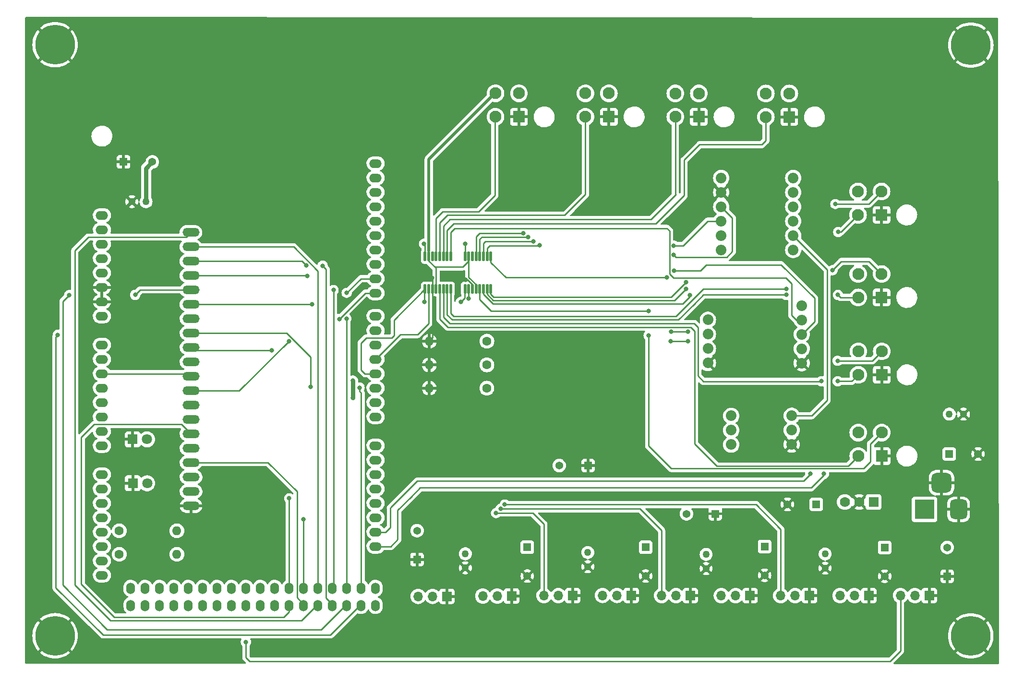
<source format=gbl>
%TF.GenerationSoftware,KiCad,Pcbnew,7.0.7*%
%TF.CreationDate,2023-11-29T15:56:53-06:00*%
%TF.ProjectId,MDCM,4d44434d-2e6b-4696-9361-645f70636258,rev?*%
%TF.SameCoordinates,Original*%
%TF.FileFunction,Copper,L2,Bot*%
%TF.FilePolarity,Positive*%
%FSLAX46Y46*%
G04 Gerber Fmt 4.6, Leading zero omitted, Abs format (unit mm)*
G04 Created by KiCad (PCBNEW 7.0.7) date 2023-11-29 15:56:53*
%MOMM*%
%LPD*%
G01*
G04 APERTURE LIST*
G04 Aperture macros list*
%AMRoundRect*
0 Rectangle with rounded corners*
0 $1 Rounding radius*
0 $2 $3 $4 $5 $6 $7 $8 $9 X,Y pos of 4 corners*
0 Add a 4 corners polygon primitive as box body*
4,1,4,$2,$3,$4,$5,$6,$7,$8,$9,$2,$3,0*
0 Add four circle primitives for the rounded corners*
1,1,$1+$1,$2,$3*
1,1,$1+$1,$4,$5*
1,1,$1+$1,$6,$7*
1,1,$1+$1,$8,$9*
0 Add four rect primitives between the rounded corners*
20,1,$1+$1,$2,$3,$4,$5,0*
20,1,$1+$1,$4,$5,$6,$7,0*
20,1,$1+$1,$6,$7,$8,$9,0*
20,1,$1+$1,$8,$9,$2,$3,0*%
G04 Aperture macros list end*
%TA.AperFunction,ComponentPad*%
%ADD10R,1.371600X1.371600*%
%TD*%
%TA.AperFunction,ComponentPad*%
%ADD11C,1.371600*%
%TD*%
%TA.AperFunction,ComponentPad*%
%ADD12R,1.700000X1.700000*%
%TD*%
%TA.AperFunction,ComponentPad*%
%ADD13O,1.700000X1.700000*%
%TD*%
%TA.AperFunction,ComponentPad*%
%ADD14O,2.199640X1.524000*%
%TD*%
%TA.AperFunction,ComponentPad*%
%ADD15O,2.197100X1.524000*%
%TD*%
%TA.AperFunction,ComponentPad*%
%ADD16O,1.539240X1.998980*%
%TD*%
%TA.AperFunction,ComponentPad*%
%ADD17O,1.536700X1.998980*%
%TD*%
%TA.AperFunction,ComponentPad*%
%ADD18R,2.100000X2.100000*%
%TD*%
%TA.AperFunction,ComponentPad*%
%ADD19C,2.100000*%
%TD*%
%TA.AperFunction,ComponentPad*%
%ADD20R,1.778000X1.778000*%
%TD*%
%TA.AperFunction,ComponentPad*%
%ADD21C,1.778000*%
%TD*%
%TA.AperFunction,ComponentPad*%
%ADD22C,7.000000*%
%TD*%
%TA.AperFunction,ComponentPad*%
%ADD23C,1.600000*%
%TD*%
%TA.AperFunction,ComponentPad*%
%ADD24O,1.600000X1.600000*%
%TD*%
%TA.AperFunction,ComponentPad*%
%ADD25C,1.870000*%
%TD*%
%TA.AperFunction,ComponentPad*%
%ADD26R,1.800000X1.800000*%
%TD*%
%TA.AperFunction,ComponentPad*%
%ADD27C,1.800000*%
%TD*%
%TA.AperFunction,ComponentPad*%
%ADD28C,1.270000*%
%TD*%
%TA.AperFunction,ComponentPad*%
%ADD29O,3.000000X1.500000*%
%TD*%
%TA.AperFunction,ComponentPad*%
%ADD30R,3.500000X3.500000*%
%TD*%
%TA.AperFunction,ComponentPad*%
%ADD31RoundRect,0.750000X0.750000X1.000000X-0.750000X1.000000X-0.750000X-1.000000X0.750000X-1.000000X0*%
%TD*%
%TA.AperFunction,ComponentPad*%
%ADD32RoundRect,0.875000X0.875000X0.875000X-0.875000X0.875000X-0.875000X-0.875000X0.875000X-0.875000X0*%
%TD*%
%TA.AperFunction,SMDPad,CuDef*%
%ADD33RoundRect,0.020500X-0.184500X0.764500X-0.184500X-0.764500X0.184500X-0.764500X0.184500X0.764500X0*%
%TD*%
%TA.AperFunction,ViaPad*%
%ADD34C,0.800000*%
%TD*%
%TA.AperFunction,Conductor*%
%ADD35C,0.800000*%
%TD*%
%TA.AperFunction,Conductor*%
%ADD36C,0.250000*%
%TD*%
%TA.AperFunction,Conductor*%
%ADD37C,0.500000*%
%TD*%
G04 APERTURE END LIST*
D10*
%TO.P,C7,1*%
%TO.N,GND*%
X234120000Y-133320000D03*
D11*
%TO.P,C7,2*%
%TO.N,VCC*%
X234120000Y-128240000D03*
%TD*%
D12*
%TO.P,Zone 6,1,Pin_1*%
%TO.N,GND*%
X199355000Y-136735000D03*
D13*
%TO.P,Zone 6,2,Pin_2*%
%TO.N,VCC*%
X196815000Y-136735000D03*
%TO.P,Zone 6,3,Pin_3*%
%TO.N,Net-(J1-PIN45)*%
X194275000Y-136735000D03*
%TD*%
D10*
%TO.P,C10,1*%
%TO.N,VCC*%
X201910000Y-128080000D03*
D11*
%TO.P,C10,2*%
%TO.N,GND*%
X201910000Y-133160000D03*
%TD*%
D14*
%TO.P,J1,1*%
%TO.N,N/C*%
X85040000Y-69650000D03*
%TO.P,J1,2,IOREF*%
%TO.N,unconnected-(J1-IOREF-Pad2)*%
X85040000Y-72190000D03*
%TO.P,J1,3,RESET*%
%TO.N,Net-(J1-RESET)*%
X85040000Y-74730000D03*
%TO.P,J1,4,3.3V*%
%TO.N,unconnected-(J1-3.3V-Pad4)*%
X85040000Y-77270000D03*
%TO.P,J1,5,5V*%
%TO.N,VCC*%
X85040000Y-79810000D03*
%TO.P,J1,6,GND*%
%TO.N,GND*%
X85040000Y-82350000D03*
%TO.P,J1,7,GND*%
X85040000Y-84890000D03*
%TO.P,J1,8,VIN*%
%TO.N,unconnected-(J1-VIN-Pad8)*%
X85040000Y-87430000D03*
%TO.P,J1,9,AD0*%
%TO.N,unconnected-(J1-AD0-Pad9)*%
X85040000Y-92510000D03*
%TO.P,J1,10,AD1*%
%TO.N,unconnected-(J1-AD1-Pad10)*%
X85040000Y-95050000D03*
%TO.P,J1,11,AD2*%
%TO.N,Net-(J1-AD2)*%
X85040000Y-97590000D03*
%TO.P,J1,12,AD3*%
%TO.N,Net-(J1-AD3)*%
X85040000Y-100130000D03*
%TO.P,J1,13,AD4*%
%TO.N,unconnected-(J1-AD4-Pad13)*%
X85040000Y-102670000D03*
%TO.P,J1,14,AD5*%
%TO.N,unconnected-(J1-AD5-Pad14)*%
X85040000Y-105210000D03*
%TO.P,J1,15,AD6*%
%TO.N,unconnected-(J1-AD6-Pad15)*%
X85040000Y-107750000D03*
%TO.P,J1,16,AD7*%
%TO.N,unconnected-(J1-AD7-Pad16)*%
X85040000Y-110290000D03*
%TO.P,J1,17,AD8*%
%TO.N,unconnected-(J1-AD8-Pad17)*%
X85040000Y-115370000D03*
%TO.P,J1,18,AD9*%
%TO.N,unconnected-(J1-AD9-Pad18)*%
X85040000Y-117910000D03*
%TO.P,J1,19,AD10*%
%TO.N,unconnected-(J1-AD10-Pad19)*%
X85040000Y-120450000D03*
D15*
%TO.P,J1,20,AD11/TXD3*%
%TO.N,unconnected-(J1-AD11{slash}TXD3-Pad20)*%
X85040000Y-122990000D03*
%TO.P,J1,21,DAC0/CANRX1*%
%TO.N,unconnected-(J1-DAC0{slash}CANRX1-Pad21)*%
X85040000Y-125530000D03*
%TO.P,J1,22,DAC1*%
%TO.N,unconnected-(J1-DAC1-Pad22)*%
X85040000Y-128070000D03*
%TO.P,J1,23,CANRX0*%
%TO.N,unconnected-(J1-CANRX0-Pad23)*%
X85040000Y-130610000D03*
%TO.P,J1,24,CANTX1*%
%TO.N,unconnected-(J1-CANTX1-Pad24)*%
X85040000Y-133150000D03*
D16*
%TO.P,J1,25,GND*%
%TO.N,unconnected-(J1-GND-Pad25)*%
X90120000Y-135441080D03*
%TO.P,J1,26,PIN52/AD14/RXD3*%
%TO.N,unconnected-(J1-PIN52{slash}AD14{slash}RXD3-Pad26)*%
X92660000Y-135441080D03*
%TO.P,J1,27,PIN50*%
%TO.N,Net-(J1-PIN50)*%
X95200000Y-135441080D03*
%TO.P,J1,28,PIN48*%
%TO.N,Net-(J1-PIN48)*%
X97740000Y-135441080D03*
%TO.P,J1,29,PIN46*%
%TO.N,Net-(J1-PIN46)*%
X100280000Y-135441080D03*
%TO.P,J1,30,PIN44*%
%TO.N,Net-(J1-PIN44)*%
X102820000Y-135441080D03*
%TO.P,J1,31,PIN42*%
%TO.N,Net-(J1-PIN42)*%
X105360000Y-135441080D03*
%TO.P,J1,32,PIN40*%
%TO.N,Net-(J1-PIN40)*%
X107900000Y-135441080D03*
%TO.P,J1,33,PIN38*%
%TO.N,unconnected-(J1-PIN38-Pad33)*%
X110440000Y-135441080D03*
%TO.P,J1,34,PIN36*%
%TO.N,unconnected-(J1-PIN36-Pad34)*%
X112980000Y-135441080D03*
%TO.P,J1,35,PIN34*%
%TO.N,unconnected-(J1-PIN34-Pad35)*%
X115520000Y-135441080D03*
%TO.P,J1,36,PIN32*%
%TO.N,Net-(J1-PIN32)*%
X118060000Y-135441080D03*
%TO.P,J1,37,PIN30*%
%TO.N,Net-(J1-PIN30)*%
X120600000Y-135441080D03*
%TO.P,J1,38,PIN28*%
%TO.N,Net-(J1-PIN28)*%
X123140000Y-135441080D03*
%TO.P,J1,39,PIN26*%
%TO.N,Net-(J1-PIN26)*%
X125680000Y-135441080D03*
%TO.P,J1,40,PIN24*%
%TO.N,Net-(J1-PIN24)*%
X128220000Y-135441080D03*
%TO.P,J1,41,PIN22*%
%TO.N,Net-(J1-PIN22)*%
X130760000Y-135441080D03*
%TO.P,J1,42,5V*%
%TO.N,unconnected-(J1-5V-Pad42)*%
X133300000Y-135441080D03*
D17*
%TO.P,J1,43,GND*%
%TO.N,unconnected-(J1-GND-Pad43)*%
X90120000Y-138476380D03*
%TO.P,J1,44,CANTX1/IO/PIN53*%
%TO.N,unconnected-(J1-CANTX1{slash}IO{slash}PIN53-Pad44)*%
X92660000Y-138476380D03*
%TO.P,J1,45,PIN51*%
%TO.N,unconnected-(J1-PIN51-Pad45)*%
X95200000Y-138476380D03*
%TO.P,J1,46,PIN49*%
%TO.N,unconnected-(J1-PIN49-Pad46)*%
X97740000Y-138476380D03*
%TO.P,J1,47,PIN47*%
%TO.N,Net-(J1-PIN47)*%
X100280000Y-138476380D03*
%TO.P,J1,48,PIN45*%
%TO.N,Net-(J1-PIN45)*%
X102820000Y-138476380D03*
%TO.P,J1,49,PIN43*%
%TO.N,Net-(J1-PIN43)*%
X105360000Y-138476380D03*
%TO.P,J1,50,PIN41*%
%TO.N,Net-(J1-PIN41)*%
X107900000Y-138476380D03*
%TO.P,J1,51,PIN39*%
%TO.N,Net-(J1-PIN39)*%
X110440000Y-138476380D03*
%TO.P,J1,52,PIN37*%
%TO.N,unconnected-(J1-PIN37-Pad52)*%
X112980000Y-138476380D03*
%TO.P,J1,53,PIN35*%
%TO.N,unconnected-(J1-PIN35-Pad53)*%
X115520000Y-138476380D03*
%TO.P,J1,54,PIN33*%
%TO.N,Net-(J1-PIN33)*%
X118060000Y-138476380D03*
%TO.P,J1,55,PIN31*%
%TO.N,Net-(J1-PIN31)*%
X120600000Y-138476380D03*
%TO.P,J1,56,PIN29*%
%TO.N,Net-(J1-PIN29)*%
X123140000Y-138476380D03*
%TO.P,J1,57,PIN27*%
%TO.N,Net-(J1-PIN27)*%
X125680000Y-138476380D03*
%TO.P,J1,58,PIN25*%
%TO.N,Net-(J1-PIN25)*%
X128220000Y-138476380D03*
%TO.P,J1,59,PIN23*%
%TO.N,Net-(J1-PIN23)*%
X130760000Y-138476380D03*
%TO.P,J1,60,5V*%
%TO.N,unconnected-(J1-5V-Pad60)*%
X133300000Y-138476380D03*
D15*
%TO.P,J1,61,SCL0-3/TWCK1/21*%
%TO.N,Net-(J1-SCL0-3{slash}TWCK1{slash}21)*%
X133300000Y-128070000D03*
%TO.P,J1,62,SDA0-3/TWD1/20*%
%TO.N,Net-(J1-SDA0-3{slash}TWD1{slash}20)*%
X133300000Y-125530000D03*
%TO.P,J1,63,RXD2/19*%
%TO.N,unconnected-(J1-RXD2{slash}19-Pad63)*%
X133300000Y-122990000D03*
%TO.P,J1,64,TXD2/18*%
%TO.N,unconnected-(J1-TXD2{slash}18-Pad64)*%
X133300000Y-120450000D03*
%TO.P,J1,65,RXD1/17*%
%TO.N,unconnected-(J1-RXD1{slash}17-Pad65)*%
X133300000Y-117910000D03*
%TO.P,J1,66,TXD1/16*%
%TO.N,unconnected-(J1-TXD1{slash}16-Pad66)*%
X133300000Y-115370000D03*
%TO.P,J1,67,RXD0/15*%
%TO.N,unconnected-(J1-RXD0{slash}15-Pad67)*%
X133300000Y-112830000D03*
%TO.P,J1,68,TXD0/14*%
%TO.N,unconnected-(J1-TXD0{slash}14-Pad68)*%
X133300000Y-110290000D03*
%TO.P,J1,69,RX/URXD/0*%
%TO.N,unconnected-(J1-RX{slash}URXD{slash}0-Pad69)*%
X133300000Y-105210000D03*
%TO.P,J1,70,TX/UTXD/1*%
%TO.N,unconnected-(J1-TX{slash}UTXD{slash}1-Pad70)*%
X133300000Y-102670000D03*
%TO.P,J1,71,PWM2/2*%
%TO.N,Net-(J1-PWM2{slash}2)*%
X133300000Y-100130000D03*
%TO.P,J1,72,PWM3/3*%
%TO.N,Net-(J1-PWM3{slash}3)*%
X133300000Y-97590000D03*
%TO.P,J1,73,SS1/PWM4/SD-CS/4*%
%TO.N,Net-(J1-SS1{slash}PWM4{slash}SD-CS{slash}4)*%
X133300000Y-95050000D03*
%TO.P,J1,74,PWM5/5*%
%TO.N,unconnected-(J1-PWM5{slash}5-Pad74)*%
X133300000Y-92510000D03*
%TO.P,J1,75,PWM6/6*%
%TO.N,unconnected-(J1-PWM6{slash}6-Pad75)*%
X133300000Y-89970000D03*
%TO.P,J1,76,PWM7/7*%
%TO.N,unconnected-(J1-PWM7{slash}7-Pad76)*%
X133300000Y-87430000D03*
%TO.P,J1,77,PWM8/8*%
%TO.N,Net-(J1-PWM8{slash}8)*%
X133300000Y-83366000D03*
%TO.P,J1,78,PWM9/9*%
%TO.N,Net-(J1-PWM9{slash}9)*%
X133300000Y-80826000D03*
%TO.P,J1,79,SS0/PWM10/ETH-CS/10*%
%TO.N,unconnected-(J1-SS0{slash}PWM10{slash}ETH-CS{slash}10-Pad79)*%
X133300000Y-78286000D03*
%TO.P,J1,80,PWM11/11*%
%TO.N,unconnected-(J1-PWM11{slash}11-Pad80)*%
X133300000Y-75746000D03*
%TO.P,J1,81,PWM12/12*%
%TO.N,unconnected-(J1-PWM12{slash}12-Pad81)*%
X133300000Y-73206000D03*
%TO.P,J1,82,PWM13/13*%
%TO.N,unconnected-(J1-PWM13{slash}13-Pad82)*%
X133300000Y-70666000D03*
%TO.P,J1,83,GND*%
%TO.N,unconnected-(J1-GND-Pad83)*%
X133300000Y-68126000D03*
%TO.P,J1,84,AREF*%
%TO.N,unconnected-(J1-AREF-Pad84)*%
X133300000Y-65586000D03*
%TO.P,J1,85,SDA1/TWD0*%
%TO.N,unconnected-(J1-SDA1{slash}TWD0-Pad85)*%
X133300000Y-63046000D03*
%TO.P,J1,86,SCL1/TWCK0*%
%TO.N,unconnected-(J1-SCL1{slash}TWCK0-Pad86)*%
X133300000Y-60506000D03*
%TD*%
D10*
%TO.P,C11,1*%
%TO.N,VCC*%
X223080000Y-128250000D03*
D11*
%TO.P,C11,2*%
%TO.N,GND*%
X223080000Y-133330000D03*
%TD*%
D18*
%TO.P,Airflow sensor 8,1,Pin_1*%
%TO.N,GND*%
X222530000Y-69580000D03*
D19*
%TO.P,Airflow sensor 8,2,Pin_2*%
%TO.N,/3.3V*%
X218390000Y-65440000D03*
%TO.P,Airflow sensor 8,3,Pin_3*%
%TO.N,/SDA_8*%
X222530000Y-65440000D03*
%TO.P,Airflow sensor 8,4,Pin_4*%
%TO.N,/SCL_8*%
X218390000Y-69580000D03*
%TD*%
D12*
%TO.P,Zone 4,1,Pin_1*%
%TO.N,GND*%
X178410000Y-136700000D03*
D13*
%TO.P,Zone 4,2,Pin_2*%
%TO.N,VCC*%
X175870000Y-136700000D03*
%TO.P,Zone 4,3,Pin_3*%
%TO.N,Net-(J1-PIN43)*%
X173330000Y-136700000D03*
%TD*%
D18*
%TO.P,Airflow sensor 7,1,Pin_1*%
%TO.N,GND*%
X222550000Y-84140000D03*
D19*
%TO.P,Airflow sensor 7,2,Pin_2*%
%TO.N,/3.3V*%
X218410000Y-80000000D03*
%TO.P,Airflow sensor 7,3,Pin_3*%
%TO.N,/SDA_7*%
X222550000Y-80000000D03*
%TO.P,Airflow sensor 7,4,Pin_4*%
%TO.N,/SCL_7*%
X218410000Y-84140000D03*
%TD*%
D12*
%TO.P,Zone 8,1,Pin_1*%
%TO.N,GND*%
X220285000Y-136735000D03*
D13*
%TO.P,Zone 8,2,Pin_2*%
%TO.N,VCC*%
X217745000Y-136735000D03*
%TO.P,Zone 8,3,Pin_3*%
%TO.N,Net-(J1-PIN47)*%
X215205000Y-136735000D03*
%TD*%
D20*
%TO.P,U4,1,INPUT*%
%TO.N,VCC*%
X221120000Y-120220000D03*
D21*
%TO.P,U4,2,GROUND*%
%TO.N,GND*%
X218580000Y-120220000D03*
%TO.P,U4,3,OUTPUT*%
%TO.N,/3.3V*%
X216040000Y-120220000D03*
%TD*%
D10*
%TO.P,C8,1*%
%TO.N,VCC*%
X160060000Y-128219900D03*
D11*
%TO.P,C8,2*%
%TO.N,GND*%
X160060000Y-133299900D03*
%TD*%
D12*
%TO.P,Zone 3,1,Pin_1*%
%TO.N,GND*%
X168070000Y-136730000D03*
D13*
%TO.P,Zone 3,2,Pin_2*%
%TO.N,VCC*%
X165530000Y-136730000D03*
%TO.P,Zone 3,3,Pin_3*%
%TO.N,Net-(J1-PIN42)*%
X162990000Y-136730000D03*
%TD*%
D22*
%TO.P,H1,1,1*%
%TO.N,GND*%
X76780000Y-39550000D03*
%TD*%
D18*
%TO.P,Airflow sensor 1,1,Pin_1*%
%TO.N,GND*%
X158590000Y-52270000D03*
D19*
%TO.P,Airflow sensor 1,2,Pin_2*%
%TO.N,/3.3V*%
X154450000Y-48130000D03*
%TO.P,Airflow sensor 1,3,Pin_3*%
%TO.N,/SDA_1*%
X158590000Y-48130000D03*
%TO.P,Airflow sensor 1,4,Pin_4*%
%TO.N,/SCL_1*%
X154450000Y-52270000D03*
%TD*%
D23*
%TO.P,R4,1*%
%TO.N,Net-(D1-A)*%
X88090000Y-129450000D03*
D24*
%TO.P,R4,2*%
%TO.N,Net-(J1-PIN50)*%
X98250000Y-129450000D03*
%TD*%
D10*
%TO.P,C1,1*%
%TO.N,VCC*%
X234480000Y-111760000D03*
D11*
%TO.P,C1,2*%
%TO.N,GND*%
X239560000Y-111760000D03*
%TD*%
D25*
%TO.P,U5,1,Vin*%
%TO.N,VCC*%
X194260000Y-63060000D03*
%TO.P,U5,2,GND*%
%TO.N,GND*%
X194260000Y-65600000D03*
%TO.P,U5,3,SCL*%
%TO.N,Net-(J1-SCL0-3{slash}TWCK1{slash}21)*%
X194260000Y-68140000D03*
%TO.P,U5,4,SDA*%
%TO.N,Net-(J1-SDA0-3{slash}TWD1{slash}20)*%
X194260000Y-70680000D03*
%TO.P,U5,5,ADDR*%
%TO.N,unconnected-(U5-ADDR-Pad5)*%
X194260000Y-73220000D03*
%TO.P,U5,6,ALRT*%
%TO.N,unconnected-(U5-ALRT-Pad6)*%
X194260000Y-75760000D03*
%TO.P,U5,7,A-*%
%TO.N,unconnected-(U5-A--Pad7)*%
X206960000Y-75760000D03*
%TO.P,U5,8,A0*%
%TO.N,Net-(U5-A0)*%
X206960000Y-73220000D03*
%TO.P,U5,9,A1*%
%TO.N,unconnected-(U5-A1-Pad9)*%
X206960000Y-70680000D03*
%TO.P,U5,10,A2*%
%TO.N,unconnected-(U5-A2-Pad10)*%
X206960000Y-68140000D03*
%TO.P,U5,11,A3*%
%TO.N,unconnected-(U5-A3-Pad11)*%
X206960000Y-65600000D03*
%TO.P,U5,12,A+*%
%TO.N,unconnected-(U5-A+-Pad12)*%
X206960000Y-63060000D03*
%TD*%
D22*
%TO.P,H3,1,1*%
%TO.N,GND*%
X238270000Y-143840000D03*
%TD*%
D18*
%TO.P,Airflow sensor 5,1,Pin_1*%
%TO.N,GND*%
X222560000Y-112120000D03*
D19*
%TO.P,Airflow sensor 5,2,Pin_2*%
%TO.N,/3.3V*%
X218420000Y-107980000D03*
%TO.P,Airflow sensor 5,3,Pin_3*%
%TO.N,/SDA_5*%
X222560000Y-107980000D03*
%TO.P,Airflow sensor 5,4,Pin_4*%
%TO.N,/SCL_5*%
X218420000Y-112120000D03*
%TD*%
D18*
%TO.P,Airflow sensor 4,1,Pin_1*%
%TO.N,GND*%
X206270000Y-52290000D03*
D19*
%TO.P,Airflow sensor 4,2,Pin_2*%
%TO.N,/3.3V*%
X202130000Y-48150000D03*
%TO.P,Airflow sensor 4,3,Pin_3*%
%TO.N,/SDA_4*%
X206270000Y-48150000D03*
%TO.P,Airflow sensor 4,4,Pin_4*%
%TO.N,/SCL_4*%
X202130000Y-52290000D03*
%TD*%
D22*
%TO.P,H2,1,1*%
%TO.N,GND*%
X76780000Y-143830000D03*
%TD*%
D12*
%TO.P,Zone 1,1,Pin_1*%
%TO.N,GND*%
X145890000Y-136870000D03*
D13*
%TO.P,Zone 1,2,Pin_2*%
%TO.N,VCC*%
X143350000Y-136870000D03*
%TO.P,Zone 1,3,Pin_3*%
%TO.N,Net-(J1-PIN40)*%
X140810000Y-136870000D03*
%TD*%
D26*
%TO.P,D1,1,K*%
%TO.N,GND*%
X90465000Y-109170000D03*
D27*
%TO.P,D1,2,A*%
%TO.N,Net-(D1-A)*%
X93005000Y-109170000D03*
%TD*%
D28*
%TO.P,C2,1*%
%TO.N,VCC*%
X234490000Y-104720000D03*
%TO.P,C2,2*%
%TO.N,GND*%
X236990000Y-104720000D03*
%TD*%
D10*
%TO.P,C16,1*%
%TO.N,/3.3V*%
X211020100Y-120650000D03*
D11*
%TO.P,C16,2*%
%TO.N,GND*%
X205940100Y-120650000D03*
%TD*%
D25*
%TO.P,U6,1,GND*%
%TO.N,GND*%
X206690000Y-110080000D03*
%TO.P,U6,2,NC*%
%TO.N,unconnected-(U6-NC-Pad2)*%
X206690000Y-107540000D03*
%TO.P,U6,3,Vout*%
%TO.N,Net-(U5-A0)*%
X206690000Y-105000000D03*
%TO.P,U6,4,NC*%
%TO.N,unconnected-(U6-NC-Pad4)*%
X196022000Y-105025400D03*
%TO.P,U6,5,NC*%
%TO.N,unconnected-(U6-NC-Pad5)*%
X196022000Y-107565400D03*
%TO.P,U6,6,VCC*%
%TO.N,VCC*%
X196022000Y-110105400D03*
%TD*%
%TO.P,U3,1,SCL1*%
%TO.N,Net-(J1-SCL0-3{slash}TWCK1{slash}21)*%
X191911200Y-88090300D03*
%TO.P,U3,2,SDA1*%
%TO.N,Net-(J1-SDA0-3{slash}TWD1{slash}20)*%
X191911200Y-90630300D03*
%TO.P,U3,3,VREF1*%
%TO.N,VCC*%
X191911200Y-93170300D03*
%TO.P,U3,4,GND*%
%TO.N,GND*%
X191911200Y-95710300D03*
%TO.P,U3,5,GND*%
X208471200Y-95720300D03*
%TO.P,U3,6,VREF2*%
%TO.N,/3.3V*%
X208471200Y-93180300D03*
%TO.P,U3,7,SDA2*%
%TO.N,Net-(U2-D)*%
X208471200Y-90640300D03*
%TO.P,U3,8,SCL2*%
%TO.N,Net-(U1-D)*%
X208471200Y-88100300D03*
%TO.P,U3,9,EN*%
%TO.N,/3.3V*%
X208471200Y-85560300D03*
%TD*%
D28*
%TO.P,C15,1*%
%TO.N,GND*%
X212580000Y-131900000D03*
%TO.P,C15,2*%
%TO.N,VCC*%
X212580000Y-129400000D03*
%TD*%
D18*
%TO.P,Airflow sensor 6,1,Pin_1*%
%TO.N,GND*%
X222580000Y-97780000D03*
D19*
%TO.P,Airflow sensor 6,2,Pin_2*%
%TO.N,/3.3V*%
X218440000Y-93640000D03*
%TO.P,Airflow sensor 6,3,Pin_3*%
%TO.N,/SDA_6*%
X222580000Y-93640000D03*
%TO.P,Airflow sensor 6,4,Pin_4*%
%TO.N,/SCL_6*%
X218440000Y-97780000D03*
%TD*%
D10*
%TO.P,C9,1*%
%TO.N,VCC*%
X180930000Y-128210000D03*
D11*
%TO.P,C9,2*%
%TO.N,GND*%
X180930000Y-133290000D03*
%TD*%
D12*
%TO.P,Plenum,1,Pin_1*%
%TO.N,GND*%
X230955000Y-136725000D03*
D13*
%TO.P,Plenum,2,Pin_2*%
%TO.N,VCC*%
X228415000Y-136725000D03*
%TO.P,Plenum,3,Pin_3*%
%TO.N,Net-(J1-PIN39)*%
X225875000Y-136725000D03*
%TD*%
D28*
%TO.P,C12,1*%
%TO.N,GND*%
X149130000Y-131860000D03*
%TO.P,C12,2*%
%TO.N,VCC*%
X149130000Y-129360000D03*
%TD*%
D29*
%TO.P,U7,1,GND*%
%TO.N,GND*%
X100760000Y-120909200D03*
%TO.P,U7,2,Vin*%
%TO.N,VCC*%
X100760000Y-118369200D03*
%TO.P,U7,3,CS*%
%TO.N,Net-(J1-PIN30)*%
X100760000Y-115829200D03*
%TO.P,U7,4,C/D*%
%TO.N,Net-(J1-PIN31)*%
X100760000Y-113289200D03*
%TO.P,U7,5,WR*%
%TO.N,Net-(J1-PIN32)*%
X100760000Y-110749200D03*
%TO.P,U7,6,RD*%
%TO.N,Net-(J1-PIN33)*%
X100760000Y-108209200D03*
%TO.P,U7,7,RST*%
%TO.N,Net-(J1-RESET)*%
X100760000Y-105669200D03*
%TO.P,U7,8,Lite*%
%TO.N,unconnected-(U7-Lite-Pad8)*%
X100760000Y-103129200D03*
%TO.P,U7,9,X+*%
%TO.N,Net-(J1-PWM9{slash}9)*%
X100760000Y-100589200D03*
%TO.P,U7,10,Y+*%
%TO.N,Net-(J1-AD2)*%
X100760000Y-98049200D03*
%TO.P,U7,11,X-*%
%TO.N,Net-(J1-AD3)*%
X100760000Y-95509200D03*
%TO.P,U7,12,Y-*%
%TO.N,Net-(J1-PWM8{slash}8)*%
X100760000Y-92969200D03*
%TO.P,U7,13,D0*%
%TO.N,Net-(J1-PIN22)*%
X100760000Y-90429200D03*
%TO.P,U7,14,D1*%
%TO.N,Net-(J1-PIN23)*%
X100760000Y-87889200D03*
%TO.P,U7,15,D2*%
%TO.N,Net-(J1-PIN24)*%
X100734600Y-85349200D03*
%TO.P,U7,16,D3*%
%TO.N,Net-(J1-PIN25)*%
X100734600Y-82809200D03*
%TO.P,U7,17,D4*%
%TO.N,Net-(J1-PIN26)*%
X100734600Y-80269200D03*
%TO.P,U7,18,D5*%
%TO.N,Net-(J1-PIN27)*%
X100734600Y-77729200D03*
%TO.P,U7,19,D6*%
%TO.N,Net-(J1-PIN28)*%
X100734600Y-75189200D03*
%TO.P,U7,20,D7*%
%TO.N,Net-(J1-PIN29)*%
X100734600Y-72649200D03*
%TD*%
D12*
%TO.P,Zone 2,1,Pin_1*%
%TO.N,GND*%
X157290000Y-136800000D03*
D13*
%TO.P,Zone 2,2,Pin_2*%
%TO.N,VCC*%
X154750000Y-136800000D03*
%TO.P,Zone 2,3,Pin_3*%
%TO.N,Net-(J1-PIN41)*%
X152210000Y-136800000D03*
%TD*%
D30*
%TO.P,J8,1*%
%TO.N,VCC*%
X230120000Y-121530000D03*
D31*
%TO.P,J8,2*%
%TO.N,GND*%
X236120000Y-121530000D03*
D32*
%TO.P,J8,3*%
X233120000Y-116830000D03*
%TD*%
D12*
%TO.P,Zone 7,1,Pin_1*%
%TO.N,GND*%
X209835000Y-136745000D03*
D13*
%TO.P,Zone 7,2,Pin_2*%
%TO.N,VCC*%
X207295000Y-136745000D03*
%TO.P,Zone 7,3,Pin_3*%
%TO.N,Net-(J1-PIN46)*%
X204755000Y-136745000D03*
%TD*%
D18*
%TO.P,Airflow sensor 2,1,Pin_1*%
%TO.N,GND*%
X174450000Y-52270000D03*
D19*
%TO.P,Airflow sensor 2,2,Pin_2*%
%TO.N,/3.3V*%
X170310000Y-48130000D03*
%TO.P,Airflow sensor 2,3,Pin_3*%
%TO.N,/SDA_2*%
X174450000Y-48130000D03*
%TO.P,Airflow sensor 2,4,Pin_4*%
%TO.N,/SCL_2*%
X170310000Y-52270000D03*
%TD*%
D10*
%TO.P,C5,1*%
%TO.N,GND*%
X193220000Y-122300000D03*
D11*
%TO.P,C5,2*%
%TO.N,VCC*%
X188140000Y-122300000D03*
%TD*%
D12*
%TO.P,Zone 5,1,Pin_1*%
%TO.N,GND*%
X188825000Y-136735000D03*
D13*
%TO.P,Zone 5,2,Pin_2*%
%TO.N,VCC*%
X186285000Y-136735000D03*
%TO.P,Zone 5,3,Pin_3*%
%TO.N,Net-(J1-PIN44)*%
X183745000Y-136735000D03*
%TD*%
D23*
%TO.P,R5,1*%
%TO.N,Net-(D2-A)*%
X88090000Y-125300000D03*
D24*
%TO.P,R5,2*%
%TO.N,Net-(J1-PIN48)*%
X98250000Y-125300000D03*
%TD*%
D28*
%TO.P,C18,1*%
%TO.N,GND*%
X90320000Y-67260000D03*
%TO.P,C18,2*%
%TO.N,VCC*%
X92820000Y-67260000D03*
%TD*%
%TO.P,C14,1*%
%TO.N,GND*%
X191590000Y-131970000D03*
%TO.P,C14,2*%
%TO.N,VCC*%
X191590000Y-129470000D03*
%TD*%
%TO.P,C13,1*%
%TO.N,GND*%
X170730000Y-131640000D03*
%TO.P,C13,2*%
%TO.N,VCC*%
X170730000Y-129140000D03*
%TD*%
D18*
%TO.P,Airflow sensor 3,1,Pin_1*%
%TO.N,GND*%
X190310000Y-52280000D03*
D19*
%TO.P,Airflow sensor 3,2,Pin_2*%
%TO.N,/3.3V*%
X186170000Y-48140000D03*
%TO.P,Airflow sensor 3,3,Pin_3*%
%TO.N,/SDA_3*%
X190310000Y-48140000D03*
%TO.P,Airflow sensor 3,4,Pin_4*%
%TO.N,/SCL_3*%
X186170000Y-52280000D03*
%TD*%
D22*
%TO.P,H4,1,1*%
%TO.N,GND*%
X238280000Y-39620000D03*
%TD*%
D10*
%TO.P,C4,1*%
%TO.N,GND*%
X170770000Y-113790000D03*
D11*
%TO.P,C4,2*%
%TO.N,VCC*%
X165690000Y-113790000D03*
%TD*%
D26*
%TO.P,D2,1,K*%
%TO.N,GND*%
X90480000Y-116920000D03*
D27*
%TO.P,D2,2,A*%
%TO.N,Net-(D2-A)*%
X93020000Y-116920000D03*
%TD*%
D10*
%TO.P,C3,1*%
%TO.N,GND*%
X140620000Y-130360000D03*
D11*
%TO.P,C3,2*%
%TO.N,VCC*%
X140620000Y-125280000D03*
%TD*%
D10*
%TO.P,C17,1*%
%TO.N,GND*%
X88852200Y-60231900D03*
D11*
%TO.P,C17,2*%
%TO.N,VCC*%
X93932200Y-60231900D03*
%TD*%
D23*
%TO.P,R3,1*%
%TO.N,Net-(J1-PWM2{slash}2)*%
X152920000Y-100140000D03*
D24*
%TO.P,R3,2*%
%TO.N,GND*%
X142760000Y-100140000D03*
%TD*%
D23*
%TO.P,R1,1*%
%TO.N,Net-(J1-SS1{slash}PWM4{slash}SD-CS{slash}4)*%
X152940000Y-91850000D03*
D24*
%TO.P,R1,2*%
%TO.N,GND*%
X142780000Y-91850000D03*
%TD*%
D33*
%TO.P,U1,1,A0*%
%TO.N,Net-(J1-PWM2{slash}2)*%
X142025000Y-76910000D03*
%TO.P,U1,2,EN*%
%TO.N,/3.3V*%
X142675000Y-76910000D03*
%TO.P,U1,3,N.C.*%
%TO.N,unconnected-(U1-N.C.-Pad3)*%
X143325000Y-76910000D03*
%TO.P,U1,4,S1*%
%TO.N,/SCL_1*%
X143975000Y-76910000D03*
%TO.P,U1,5,S2*%
%TO.N,/SCL_2*%
X144625000Y-76910000D03*
%TO.P,U1,6,S3*%
%TO.N,/SCL_3*%
X145275000Y-76910000D03*
%TO.P,U1,7,S4*%
%TO.N,/SCL_4*%
X145925000Y-76910000D03*
%TO.P,U1,8,D*%
%TO.N,Net-(U1-D)*%
X146575000Y-76910000D03*
%TO.P,U1,9,S8*%
%TO.N,/SCL_8*%
X146575000Y-82650000D03*
%TO.P,U1,10,S7*%
%TO.N,/SCL_7*%
X145925000Y-82650000D03*
%TO.P,U1,11,S6*%
%TO.N,/SCL_6*%
X145275000Y-82650000D03*
%TO.P,U1,12,S5*%
%TO.N,/SCL_5*%
X144625000Y-82650000D03*
%TO.P,U1,13,VDD*%
%TO.N,/3.3V*%
X143975000Y-82650000D03*
%TO.P,U1,14,GND*%
%TO.N,GND*%
X143325000Y-82650000D03*
%TO.P,U1,15,A2*%
%TO.N,Net-(J1-SS1{slash}PWM4{slash}SD-CS{slash}4)*%
X142675000Y-82650000D03*
%TO.P,U1,16,A1*%
%TO.N,Net-(J1-PWM3{slash}3)*%
X142025000Y-82650000D03*
%TD*%
%TO.P,U2,1,A0*%
%TO.N,Net-(J1-PWM2{slash}2)*%
X149075000Y-76910000D03*
%TO.P,U2,2,EN*%
%TO.N,/3.3V*%
X149725000Y-76910000D03*
%TO.P,U2,3,N.C.*%
%TO.N,unconnected-(U2-N.C.-Pad3)*%
X150375000Y-76910000D03*
%TO.P,U2,4,S1*%
%TO.N,/SDA_1*%
X151025000Y-76910000D03*
%TO.P,U2,5,S2*%
%TO.N,/SDA_2*%
X151675000Y-76910000D03*
%TO.P,U2,6,S3*%
%TO.N,/SDA_3*%
X152325000Y-76910000D03*
%TO.P,U2,7,S4*%
%TO.N,/SDA_4*%
X152975000Y-76910000D03*
%TO.P,U2,8,D*%
%TO.N,Net-(U2-D)*%
X153625000Y-76910000D03*
%TO.P,U2,9,S8*%
%TO.N,/SDA_8*%
X153625000Y-82650000D03*
%TO.P,U2,10,S7*%
%TO.N,/SDA_7*%
X152975000Y-82650000D03*
%TO.P,U2,11,S6*%
%TO.N,/SDA_6*%
X152325000Y-82650000D03*
%TO.P,U2,12,S5*%
%TO.N,/SDA_5*%
X151675000Y-82650000D03*
%TO.P,U2,13,VDD*%
%TO.N,/3.3V*%
X151025000Y-82650000D03*
%TO.P,U2,14,GND*%
%TO.N,GND*%
X150375000Y-82650000D03*
%TO.P,U2,15,A2*%
%TO.N,Net-(J1-SS1{slash}PWM4{slash}SD-CS{slash}4)*%
X149725000Y-82650000D03*
%TO.P,U2,16,A1*%
%TO.N,Net-(J1-PWM3{slash}3)*%
X149075000Y-82650000D03*
%TD*%
D23*
%TO.P,R2,1*%
%TO.N,Net-(J1-PWM3{slash}3)*%
X152930000Y-96030000D03*
D24*
%TO.P,R2,2*%
%TO.N,GND*%
X142770000Y-96030000D03*
%TD*%
D34*
%TO.N,VCC*%
X129260000Y-101890000D03*
X129310000Y-98800000D03*
%TO.N,GND*%
X143250500Y-80710000D03*
X149174357Y-81033232D03*
%TO.N,Net-(J1-PIN46)*%
X156090000Y-120680000D03*
%TO.N,Net-(J1-PIN44)*%
X155350000Y-121440000D03*
%TO.N,Net-(J1-PIN42)*%
X154540000Y-122170000D03*
%TO.N,Net-(J1-PIN32)*%
X118060000Y-119590000D03*
%TO.N,Net-(J1-PIN30)*%
X120540000Y-123290000D03*
%TO.N,Net-(J1-PIN26)*%
X125890000Y-82840000D03*
X121280000Y-80340000D03*
%TO.N,Net-(J1-PIN24)*%
X122120000Y-85360000D03*
X128160000Y-87880000D03*
%TO.N,Net-(J1-PIN22)*%
X121810000Y-99870000D03*
X130477701Y-100042299D03*
%TO.N,Net-(J1-PIN39)*%
X110430000Y-144920000D03*
%TO.N,Net-(J1-PIN27)*%
X121100000Y-78510000D03*
X123950000Y-78530000D03*
%TO.N,Net-(J1-PIN25)*%
X90910000Y-83680000D03*
X79270000Y-83710000D03*
%TO.N,Net-(J1-PIN23)*%
X77250000Y-90730000D03*
%TO.N,Net-(J1-SCL0-3{slash}TWCK1{slash}21)*%
X185884500Y-76610000D03*
X188380000Y-90200000D03*
X185450000Y-90190000D03*
X212370000Y-115270000D03*
%TO.N,Net-(J1-SDA0-3{slash}TWD1{slash}20)*%
X209970000Y-115260000D03*
X185380000Y-91850000D03*
X185884500Y-74990000D03*
X188400000Y-91820000D03*
%TO.N,Net-(J1-PWM2{slash}2)*%
X149090000Y-74680000D03*
X141840500Y-74659000D03*
%TO.N,Net-(J1-PWM3{slash}3)*%
X141950500Y-84920000D03*
X148340000Y-84910000D03*
%TO.N,Net-(J1-SS1{slash}PWM4{slash}SD-CS{slash}4)*%
X149740000Y-84350000D03*
%TO.N,Net-(J1-PWM8{slash}8)*%
X126910000Y-87940000D03*
X114950000Y-93510000D03*
%TO.N,Net-(J1-PWM9{slash}9)*%
X117997701Y-91832299D03*
X128200000Y-83330000D03*
%TO.N,Net-(U2-D)*%
X185940000Y-79400000D03*
X184640000Y-80630000D03*
%TO.N,/SDA_1*%
X159350000Y-72770000D03*
%TO.N,/SDA_2*%
X160210000Y-73500000D03*
%TO.N,/SDA_3*%
X161160000Y-74224500D03*
%TO.N,/SDA_4*%
X162270000Y-74970000D03*
%TO.N,/SDA_5*%
X181450000Y-90840000D03*
X181450000Y-86540000D03*
%TO.N,/SCL_6*%
X211920000Y-98920000D03*
X214800000Y-98920000D03*
%TO.N,/SDA_6*%
X188700000Y-83740000D03*
X214790000Y-95310000D03*
%TO.N,/SDA_7*%
X188060000Y-82600000D03*
X213890000Y-79320000D03*
%TO.N,/SCL_7*%
X205710000Y-83690000D03*
X214840000Y-83690000D03*
%TO.N,/SDA_8*%
X214390000Y-67660000D03*
X188029500Y-81410000D03*
%TO.N,/SCL_8*%
X205720000Y-82630000D03*
X214900000Y-72590000D03*
%TD*%
D35*
%TO.N,VCC*%
X129310000Y-98800000D02*
X129310000Y-101840000D01*
X92820000Y-61344100D02*
X93932200Y-60231900D01*
X129310000Y-101840000D02*
X129260000Y-101890000D01*
X92820000Y-67260000D02*
X92820000Y-61344100D01*
D36*
%TO.N,GND*%
X143325000Y-82650000D02*
X143325000Y-80784500D01*
X150375000Y-81862389D02*
X150375000Y-82650000D01*
X143325000Y-80784500D02*
X143250500Y-80710000D01*
X149174357Y-81033232D02*
X149545843Y-81033232D01*
X143325000Y-91305000D02*
X143325000Y-82650000D01*
X208461200Y-95710300D02*
X208471200Y-95720300D01*
X149545843Y-81033232D02*
X150375000Y-81862389D01*
X142780000Y-91850000D02*
X143325000Y-91305000D01*
%TO.N,Net-(J1-AD2)*%
X85040000Y-97590000D02*
X100300800Y-97590000D01*
X100300800Y-97590000D02*
X100760000Y-98049200D01*
%TO.N,Net-(J1-PIN46)*%
X204755000Y-125025000D02*
X204755000Y-136745000D01*
X204760000Y-125020000D02*
X204755000Y-125025000D01*
X156090000Y-120680000D02*
X200420000Y-120680000D01*
X200420000Y-120680000D02*
X204760000Y-125020000D01*
%TO.N,Net-(J1-PIN44)*%
X183745000Y-125235000D02*
X183745000Y-136735000D01*
X155350000Y-121440000D02*
X179950000Y-121440000D01*
X179950000Y-121440000D02*
X183745000Y-125235000D01*
%TO.N,Net-(J1-PIN42)*%
X154540000Y-122170000D02*
X161010000Y-122170000D01*
X161010000Y-122170000D02*
X162990000Y-124150000D01*
X162990000Y-124150000D02*
X162990000Y-136730000D01*
%TO.N,Net-(J1-PIN32)*%
X118270000Y-135480000D02*
X118060000Y-135690000D01*
X118060000Y-135690000D02*
X118060000Y-119590000D01*
%TO.N,Net-(J1-PIN30)*%
X120540000Y-123290000D02*
X120540000Y-135630000D01*
X120610000Y-135680000D02*
X120600000Y-135690000D01*
X120540000Y-135630000D02*
X120600000Y-135690000D01*
%TO.N,Net-(J1-PIN28)*%
X123140000Y-135690000D02*
X123140000Y-79480000D01*
X123140000Y-79480000D02*
X118849200Y-75189200D01*
X118849200Y-75189200D02*
X100734600Y-75189200D01*
X123260000Y-135570000D02*
X123140000Y-135690000D01*
%TO.N,Net-(J1-PIN26)*%
X121209200Y-80269200D02*
X100734600Y-80269200D01*
X121280000Y-80340000D02*
X121209200Y-80269200D01*
X125680000Y-135690000D02*
X125890000Y-135480000D01*
X125890000Y-135480000D02*
X125890000Y-82840000D01*
%TO.N,Net-(J1-PIN24)*%
X122120000Y-85360000D02*
X122109200Y-85349200D01*
X128220000Y-135690000D02*
X128220000Y-87940000D01*
X128220000Y-87940000D02*
X128160000Y-87880000D01*
X122109200Y-85349200D02*
X100734600Y-85349200D01*
%TO.N,Net-(J1-PIN22)*%
X130690000Y-135620000D02*
X130760000Y-135690000D01*
X130477701Y-100042299D02*
X130477701Y-100697701D01*
X121810000Y-99870000D02*
X121810000Y-94620000D01*
X130760000Y-135690000D02*
X130760000Y-100980000D01*
X117619200Y-90429200D02*
X100760000Y-90429200D01*
X121810000Y-94620000D02*
X117619200Y-90429200D01*
X130477701Y-100697701D02*
X130760000Y-100980000D01*
%TO.N,Net-(J1-PIN39)*%
X111050000Y-148300000D02*
X224070000Y-148300000D01*
X110430000Y-144920000D02*
X110430000Y-147680000D01*
X224070000Y-148300000D02*
X225875000Y-146495000D01*
X110430000Y-147680000D02*
X111050000Y-148300000D01*
X225875000Y-146495000D02*
X225875000Y-136725000D01*
%TO.N,Net-(J1-PIN33)*%
X118060000Y-138230000D02*
X118060000Y-139600000D01*
X83690000Y-106540000D02*
X99090800Y-106540000D01*
X99090800Y-106540000D02*
X100760000Y-108209200D01*
X81400000Y-108830000D02*
X83690000Y-106540000D01*
X87200000Y-140530000D02*
X81400000Y-134730000D01*
X118060000Y-139600000D02*
X117130000Y-140530000D01*
X117130000Y-140530000D02*
X87200000Y-140530000D01*
X81400000Y-134730000D02*
X81400000Y-108830000D01*
%TO.N,Net-(J1-PIN31)*%
X119440000Y-118380000D02*
X114349200Y-113289200D01*
X114349200Y-113289200D02*
X100760000Y-113289200D01*
X119440000Y-137070000D02*
X119440000Y-118380000D01*
X120600000Y-138230000D02*
X119440000Y-137070000D01*
%TO.N,Net-(J1-PIN29)*%
X80260000Y-75830000D02*
X82610000Y-73480000D01*
X82610000Y-73480000D02*
X99903800Y-73480000D01*
X120210000Y-141160000D02*
X86550000Y-141160000D01*
X123140000Y-138230000D02*
X120210000Y-141160000D01*
X86550000Y-141160000D02*
X80260000Y-134870000D01*
X80260000Y-134870000D02*
X80260000Y-75830000D01*
X99903800Y-73480000D02*
X100734600Y-72649200D01*
%TO.N,Net-(J1-PIN27)*%
X125680000Y-138230000D02*
X124585380Y-137135380D01*
X124585380Y-79165380D02*
X123950000Y-78530000D01*
X124585380Y-137135380D02*
X124585380Y-79165380D01*
X120319200Y-77729200D02*
X100734600Y-77729200D01*
X121100000Y-78510000D02*
X120319200Y-77729200D01*
%TO.N,Net-(J1-PIN25)*%
X123730000Y-142720000D02*
X85980000Y-142720000D01*
X85980000Y-142720000D02*
X78160000Y-134900000D01*
X91780800Y-82809200D02*
X100734600Y-82809200D01*
X128220000Y-138230000D02*
X123730000Y-142720000D01*
X90910000Y-83680000D02*
X91780800Y-82809200D01*
X78160000Y-134900000D02*
X78160000Y-84820000D01*
X78160000Y-84820000D02*
X79270000Y-83710000D01*
%TO.N,Net-(J1-PIN23)*%
X125330000Y-143660000D02*
X123700000Y-143660000D01*
X76920000Y-91060000D02*
X77250000Y-90730000D01*
X76920000Y-135340000D02*
X76920000Y-91060000D01*
X85240000Y-143660000D02*
X76920000Y-135340000D01*
X130760000Y-138230000D02*
X125330000Y-143660000D01*
X123700000Y-143660000D02*
X85240000Y-143660000D01*
%TO.N,Net-(J1-SCL0-3{slash}TWCK1{slash}21)*%
X141180000Y-117720000D02*
X210130000Y-117720000D01*
X186294500Y-77020000D02*
X195240000Y-77020000D01*
X195240000Y-77020000D02*
X196220000Y-76040000D01*
X196220000Y-70100000D02*
X194260000Y-68140000D01*
X139510000Y-119390000D02*
X141180000Y-117720000D01*
X185460000Y-90200000D02*
X185450000Y-90190000D01*
X212370000Y-115480000D02*
X212370000Y-115270000D01*
X188380000Y-90200000D02*
X185460000Y-90200000D01*
X185884500Y-76610000D02*
X186294500Y-77020000D01*
X137210000Y-126840000D02*
X137210000Y-121690000D01*
X137210000Y-121690000D02*
X139510000Y-119390000D01*
X210130000Y-117720000D02*
X212370000Y-115480000D01*
X133300000Y-128070000D02*
X135980000Y-128070000D01*
X135980000Y-128070000D02*
X137210000Y-126840000D01*
X196220000Y-76040000D02*
X196220000Y-70100000D01*
%TO.N,Net-(J1-SDA0-3{slash}TWD1{slash}20)*%
X133300000Y-125530000D02*
X135080000Y-125530000D01*
X187541200Y-74990000D02*
X191851200Y-70680000D01*
X191851200Y-70680000D02*
X194260000Y-70680000D01*
X208780000Y-116540000D02*
X209970000Y-115350000D01*
X209970000Y-115350000D02*
X209970000Y-115260000D01*
X135080000Y-125530000D02*
X135890000Y-124720000D01*
X185884500Y-74990000D02*
X187541200Y-74990000D01*
X140640000Y-116540000D02*
X208780000Y-116540000D01*
X185410000Y-91820000D02*
X185380000Y-91850000D01*
X135890000Y-121290000D02*
X136010000Y-121170000D01*
X135890000Y-124720000D02*
X135890000Y-121290000D01*
X188400000Y-91820000D02*
X185410000Y-91820000D01*
X136010000Y-121170000D02*
X140640000Y-116540000D01*
%TO.N,Net-(J1-PWM2{slash}2)*%
X149075000Y-74695000D02*
X149090000Y-74680000D01*
X149075000Y-76910000D02*
X149075000Y-74695000D01*
X142025000Y-76910000D02*
X142025000Y-74843500D01*
X142025000Y-74843500D02*
X141840500Y-74659000D01*
%TO.N,Net-(J1-PWM3{slash}3)*%
X130760000Y-92170000D02*
X130760000Y-96910000D01*
X131650000Y-91280000D02*
X130760000Y-92170000D01*
X130760000Y-96910000D02*
X131440000Y-97590000D01*
X136570000Y-90830000D02*
X136120000Y-91280000D01*
X141950500Y-82724500D02*
X142025000Y-82650000D01*
X149015000Y-82710000D02*
X149015000Y-84235000D01*
X142025000Y-82650000D02*
X136570000Y-88105000D01*
X149015000Y-84235000D02*
X148340000Y-84910000D01*
X141950500Y-84920000D02*
X141950500Y-82724500D01*
X149075000Y-82650000D02*
X149015000Y-82710000D01*
X136120000Y-91280000D02*
X131650000Y-91280000D01*
X131440000Y-97590000D02*
X133300000Y-97590000D01*
X136570000Y-88105000D02*
X136570000Y-90830000D01*
%TO.N,Net-(J1-SS1{slash}PWM4{slash}SD-CS{slash}4)*%
X137670000Y-90690000D02*
X140700000Y-90690000D01*
X133300000Y-95050000D02*
X133310000Y-95050000D01*
X149725000Y-82650000D02*
X149725000Y-84335000D01*
X140700000Y-90690000D02*
X142675000Y-88715000D01*
X149725000Y-84335000D02*
X149740000Y-84350000D01*
X142675000Y-88715000D02*
X142675000Y-82650000D01*
X142675000Y-82650000D02*
X142675000Y-83437611D01*
X133310000Y-95050000D02*
X137670000Y-90690000D01*
%TO.N,Net-(J1-PWM8{slash}8)*%
X126910000Y-87940000D02*
X131484000Y-83366000D01*
X131484000Y-83366000D02*
X133300000Y-83366000D01*
X133300000Y-83670000D02*
X133300000Y-83366000D01*
X101300800Y-93510000D02*
X114950000Y-93510000D01*
X100760000Y-92969200D02*
X101300800Y-93510000D01*
%TO.N,Net-(J1-PWM9{slash}9)*%
X109240800Y-100589200D02*
X117997701Y-91832299D01*
X128200000Y-83330000D02*
X130704000Y-80826000D01*
X130704000Y-80826000D02*
X133300000Y-80826000D01*
X100760000Y-100589200D02*
X109240800Y-100589200D01*
%TO.N,/3.3V*%
X151025000Y-81862389D02*
X151025000Y-82650000D01*
X149725000Y-80562389D02*
X151025000Y-81862389D01*
D37*
X142670000Y-75950613D02*
X142690500Y-75930113D01*
D36*
X148662611Y-78760000D02*
X149725000Y-77697611D01*
X149725000Y-76910000D02*
X149725000Y-80562389D01*
D37*
X142690500Y-75930113D02*
X142690500Y-59771500D01*
D36*
X143737389Y-78760000D02*
X148662611Y-78760000D01*
X143737389Y-78760000D02*
X143975000Y-78997611D01*
D37*
X142690500Y-59771500D02*
X154335000Y-48127000D01*
D36*
X142675000Y-77697611D02*
X143737389Y-78760000D01*
X142675000Y-76910000D02*
X142675000Y-77697611D01*
X149725000Y-77697611D02*
X149725000Y-76910000D01*
X143975000Y-78997611D02*
X143975000Y-82650000D01*
%TO.N,/SCL_1*%
X143975000Y-76910000D02*
X143975000Y-70185000D01*
X143975000Y-70185000D02*
X145140000Y-69020000D01*
X145140000Y-69020000D02*
X151450000Y-69020000D01*
X151450000Y-69020000D02*
X154335000Y-66135000D01*
X154335000Y-66135000D02*
X154335000Y-52267000D01*
%TO.N,/SCL_2*%
X145950000Y-69630000D02*
X166660000Y-69630000D01*
X166660000Y-69630000D02*
X170310000Y-65980000D01*
X144625000Y-70955000D02*
X145950000Y-69630000D01*
X170310000Y-65980000D02*
X170310000Y-52270000D01*
X144625000Y-76910000D02*
X144625000Y-70955000D01*
%TO.N,Net-(U1-D)*%
X146580000Y-76905000D02*
X146580000Y-72650000D01*
X185810000Y-80670000D02*
X185830000Y-80650000D01*
X206690000Y-81670000D02*
X206690000Y-87290000D01*
X147280000Y-71950000D02*
X184700000Y-71950000D01*
X206690000Y-87290000D02*
X207500300Y-88100300D01*
X185160000Y-72410000D02*
X185160000Y-80020000D01*
X185160000Y-80020000D02*
X185810000Y-80670000D01*
X207500300Y-88100300D02*
X208471200Y-88100300D01*
X205670000Y-80650000D02*
X206690000Y-81670000D01*
X184700000Y-71950000D02*
X185160000Y-72410000D01*
X146580000Y-72650000D02*
X147280000Y-71950000D01*
X146575000Y-76910000D02*
X146580000Y-76905000D01*
X185830000Y-80650000D02*
X205670000Y-80650000D01*
%TO.N,Net-(U2-D)*%
X185950000Y-79410000D02*
X185940000Y-79400000D01*
X203790000Y-78360000D02*
X191640000Y-78360000D01*
X210710000Y-84280000D02*
X204790000Y-78360000D01*
X191640000Y-78360000D02*
X190590000Y-79410000D01*
X184640000Y-80630000D02*
X156270000Y-80630000D01*
X208471200Y-90640300D02*
X210710000Y-88401500D01*
X190590000Y-79410000D02*
X185950000Y-79410000D01*
X210710000Y-88401500D02*
X210710000Y-84280000D01*
X204790000Y-78360000D02*
X203790000Y-78360000D01*
X156270000Y-80630000D02*
X153625000Y-77985000D01*
X153625000Y-77985000D02*
X153625000Y-76910000D01*
%TO.N,Net-(U5-A0)*%
X212950000Y-79210000D02*
X206960000Y-73220000D01*
X212950000Y-102250000D02*
X212950000Y-79210000D01*
X206690000Y-105000000D02*
X210200000Y-105000000D01*
X210200000Y-105000000D02*
X212950000Y-102250000D01*
%TO.N,/SDA_1*%
X151025000Y-73435000D02*
X151660000Y-72800000D01*
X151025000Y-76910000D02*
X151025000Y-73435000D01*
X159320000Y-72800000D02*
X159350000Y-72770000D01*
X151660000Y-72800000D02*
X159320000Y-72800000D01*
%TO.N,/SDA_2*%
X152040000Y-73500000D02*
X160210000Y-73500000D01*
X151675000Y-73865000D02*
X152040000Y-73500000D01*
X151675000Y-76910000D02*
X151675000Y-73865000D01*
%TO.N,/SDA_3*%
X152600000Y-74300000D02*
X152675500Y-74224500D01*
X152325000Y-76910000D02*
X152325000Y-74575000D01*
X152675500Y-74224500D02*
X161160000Y-74224500D01*
X152325000Y-74575000D02*
X152600000Y-74300000D01*
%TO.N,/SCL_3*%
X145275000Y-76910000D02*
X145275000Y-71545000D01*
X181880000Y-70390000D02*
X186290000Y-65980000D01*
X146430000Y-70390000D02*
X181880000Y-70390000D01*
X186290000Y-65980000D02*
X186170000Y-65860000D01*
X186170000Y-65860000D02*
X186170000Y-52280000D01*
X145275000Y-71545000D02*
X146430000Y-70390000D01*
%TO.N,/SDA_4*%
X162240000Y-75000000D02*
X162270000Y-74970000D01*
X152975000Y-75465000D02*
X153440000Y-75000000D01*
X153440000Y-75000000D02*
X162240000Y-75000000D01*
X152975000Y-76910000D02*
X152975000Y-75465000D01*
%TO.N,/SCL_4*%
X182730000Y-71100000D02*
X187720000Y-66110000D01*
X202130000Y-56480000D02*
X202130000Y-52290000D01*
X190430000Y-57190000D02*
X201420000Y-57190000D01*
X145925000Y-72265000D02*
X147090000Y-71100000D01*
X187720000Y-66110000D02*
X187720000Y-59900000D01*
X145925000Y-76910000D02*
X145925000Y-72265000D01*
X201420000Y-57190000D02*
X202130000Y-56480000D01*
X187720000Y-59900000D02*
X190430000Y-57190000D01*
X147090000Y-71100000D02*
X182730000Y-71100000D01*
%TO.N,/SDA_5*%
X181450000Y-110300000D02*
X185470000Y-114320000D01*
X220590000Y-109950000D02*
X222560000Y-107980000D01*
X220590000Y-113150000D02*
X220590000Y-109950000D01*
X151675000Y-84505000D02*
X151675000Y-82650000D01*
X185470000Y-114320000D02*
X219420000Y-114320000D01*
X219420000Y-114320000D02*
X220590000Y-113150000D01*
X181450000Y-86540000D02*
X153700000Y-86540000D01*
X151670000Y-84510000D02*
X151675000Y-84505000D01*
X153700000Y-86540000D02*
X151670000Y-84510000D01*
X181450000Y-90840000D02*
X181450000Y-110300000D01*
%TO.N,/SCL_6*%
X190170000Y-89380000D02*
X190170000Y-98000000D01*
X211900000Y-98940000D02*
X211920000Y-98920000D01*
X214800000Y-98920000D02*
X217300000Y-98920000D01*
X190170000Y-98000000D02*
X191110000Y-98940000D01*
X145275000Y-87625000D02*
X146390000Y-88740000D01*
X217300000Y-98920000D02*
X218440000Y-97780000D01*
X191110000Y-98940000D02*
X211900000Y-98940000D01*
X189530000Y-88740000D02*
X190170000Y-89380000D01*
X146390000Y-88740000D02*
X189530000Y-88740000D01*
X145275000Y-82650000D02*
X145275000Y-87625000D01*
%TO.N,/SDA_6*%
X214790000Y-95310000D02*
X220910000Y-95310000D01*
X188700000Y-83995401D02*
X187425401Y-85270000D01*
X154027208Y-85270000D02*
X152325000Y-83567792D01*
X188700000Y-83740000D02*
X188700000Y-83995401D01*
X187425401Y-85270000D02*
X154027208Y-85270000D01*
X152325000Y-83567792D02*
X152325000Y-82650000D01*
X220910000Y-95310000D02*
X222580000Y-93640000D01*
%TO.N,/SDA_7*%
X213890000Y-79320000D02*
X215420000Y-77790000D01*
X215420000Y-77790000D02*
X220340000Y-77790000D01*
X152975000Y-83581396D02*
X154033604Y-84640000D01*
X185880000Y-84640000D02*
X186020000Y-84640000D01*
X154033604Y-84640000D02*
X185880000Y-84640000D01*
X152975000Y-82650000D02*
X152975000Y-83581396D01*
X186020000Y-84640000D02*
X188060000Y-82600000D01*
X220340000Y-77790000D02*
X222550000Y-80000000D01*
%TO.N,/SCL_7*%
X191100000Y-83690000D02*
X205710000Y-83690000D01*
X145925000Y-87165000D02*
X146840000Y-88080000D01*
X215290000Y-84140000D02*
X218410000Y-84140000D01*
X214840000Y-83690000D02*
X215290000Y-84140000D01*
X189480000Y-85310000D02*
X191100000Y-83690000D01*
X145925000Y-82650000D02*
X145925000Y-87165000D01*
X186710000Y-88080000D02*
X189480000Y-85310000D01*
X146840000Y-88080000D02*
X186710000Y-88080000D01*
%TO.N,/SDA_8*%
X185399500Y-84040000D02*
X188029500Y-81410000D01*
X153625000Y-83595000D02*
X154070000Y-84040000D01*
X154070000Y-84040000D02*
X185399500Y-84040000D01*
X220310000Y-67660000D02*
X222530000Y-65440000D01*
X153625000Y-82650000D02*
X153625000Y-83595000D01*
X214390000Y-67660000D02*
X220310000Y-67660000D01*
%TO.N,/SCL_8*%
X190980000Y-82740000D02*
X191090000Y-82630000D01*
X214900000Y-72590000D02*
X215380000Y-72590000D01*
X215380000Y-72590000D02*
X218390000Y-69580000D01*
X146575000Y-86955000D02*
X147090000Y-87470000D01*
X191090000Y-82630000D02*
X205720000Y-82630000D01*
X146575000Y-82650000D02*
X146575000Y-86955000D01*
X186250000Y-87470000D02*
X190980000Y-82740000D01*
X147090000Y-87470000D02*
X186250000Y-87470000D01*
%TO.N,/SCL_5*%
X189570000Y-90080000D02*
X189570000Y-109980000D01*
X189570000Y-109980000D02*
X193460000Y-113870000D01*
X144625000Y-82650000D02*
X144625000Y-87925000D01*
X144625000Y-87925000D02*
X146070000Y-89370000D01*
X188860000Y-89370000D02*
X189570000Y-90080000D01*
X193460000Y-113870000D02*
X216670000Y-113870000D01*
X216670000Y-113870000D02*
X218420000Y-112120000D01*
X146070000Y-89370000D02*
X188860000Y-89370000D01*
%TD*%
%TA.AperFunction,Conductor*%
%TO.N,GND*%
G36*
X149046351Y-79343952D02*
G01*
X149090122Y-79398411D01*
X149099500Y-79445717D01*
X149099500Y-80479644D01*
X149097775Y-80495261D01*
X149098061Y-80495288D01*
X149097326Y-80503054D01*
X149099500Y-80572203D01*
X149099500Y-80601732D01*
X149099501Y-80601749D01*
X149100368Y-80608620D01*
X149100826Y-80614439D01*
X149102290Y-80661013D01*
X149102291Y-80661016D01*
X149107880Y-80680256D01*
X149111824Y-80699300D01*
X149114336Y-80719180D01*
X149131490Y-80762508D01*
X149133382Y-80768036D01*
X149146381Y-80812777D01*
X149156580Y-80830023D01*
X149165138Y-80847492D01*
X149172514Y-80866121D01*
X149199898Y-80903812D01*
X149203106Y-80908696D01*
X149226827Y-80948805D01*
X149226833Y-80948813D01*
X149240990Y-80962969D01*
X149253627Y-80977764D01*
X149265406Y-80993976D01*
X149301057Y-81023469D01*
X149301309Y-81023677D01*
X149305620Y-81027599D01*
X149377779Y-81099758D01*
X149435679Y-81157658D01*
X149469164Y-81218981D01*
X149464180Y-81288673D01*
X149422308Y-81344606D01*
X149356844Y-81369023D01*
X149333214Y-81368454D01*
X149300288Y-81364500D01*
X149300286Y-81364500D01*
X148849714Y-81364500D01*
X148849713Y-81364500D01*
X148765988Y-81374554D01*
X148765980Y-81374556D01*
X148632755Y-81427094D01*
X148632749Y-81427097D01*
X148518633Y-81513633D01*
X148432097Y-81627749D01*
X148432094Y-81627755D01*
X148379556Y-81760980D01*
X148379554Y-81760988D01*
X148369500Y-81844713D01*
X148369500Y-83455286D01*
X148379554Y-83539013D01*
X148380853Y-83542305D01*
X148389500Y-83587799D01*
X148389500Y-83885500D01*
X148369815Y-83952539D01*
X148317011Y-83998294D01*
X148265500Y-84009500D01*
X148245354Y-84009500D01*
X148212897Y-84016398D01*
X148060197Y-84048855D01*
X148060192Y-84048857D01*
X147887270Y-84125848D01*
X147887265Y-84125851D01*
X147734129Y-84237111D01*
X147607466Y-84377785D01*
X147512821Y-84541715D01*
X147512818Y-84541722D01*
X147455450Y-84718284D01*
X147454326Y-84721744D01*
X147447820Y-84783643D01*
X147421236Y-84848256D01*
X147363939Y-84888241D01*
X147294120Y-84890901D01*
X147233946Y-84855391D01*
X147202523Y-84792987D01*
X147200500Y-84770680D01*
X147200500Y-83735671D01*
X147215019Y-83680228D01*
X147214792Y-83680139D01*
X147215538Y-83678244D01*
X147216417Y-83674892D01*
X147217900Y-83672253D01*
X147217904Y-83672248D01*
X147270445Y-83539014D01*
X147280500Y-83455286D01*
X147280500Y-81844714D01*
X147270445Y-81760986D01*
X147258766Y-81731371D01*
X147226804Y-81650320D01*
X147217904Y-81627752D01*
X147217902Y-81627749D01*
X147131366Y-81513633D01*
X147017250Y-81427097D01*
X147017244Y-81427094D01*
X146884019Y-81374556D01*
X146884011Y-81374554D01*
X146800287Y-81364500D01*
X146800286Y-81364500D01*
X146349714Y-81364500D01*
X146316826Y-81368449D01*
X146264779Y-81374699D01*
X146235212Y-81374699D01*
X146234014Y-81374555D01*
X146150286Y-81364500D01*
X145699714Y-81364500D01*
X145699713Y-81364500D01*
X145614785Y-81374699D01*
X145585215Y-81374699D01*
X145500287Y-81364500D01*
X145500286Y-81364500D01*
X145049714Y-81364500D01*
X145049713Y-81364500D01*
X144964784Y-81374699D01*
X144935214Y-81374699D01*
X144850287Y-81364500D01*
X144850286Y-81364500D01*
X144724500Y-81364500D01*
X144657461Y-81344815D01*
X144611706Y-81292011D01*
X144600500Y-81240500D01*
X144600500Y-79509500D01*
X144620185Y-79442461D01*
X144672989Y-79396706D01*
X144724500Y-79385500D01*
X148579868Y-79385500D01*
X148595488Y-79387224D01*
X148595515Y-79386939D01*
X148603271Y-79387671D01*
X148603278Y-79387673D01*
X148672425Y-79385500D01*
X148701961Y-79385500D01*
X148708839Y-79384630D01*
X148714652Y-79384172D01*
X148761238Y-79382709D01*
X148780480Y-79377117D01*
X148799523Y-79373174D01*
X148819403Y-79370664D01*
X148862733Y-79353507D01*
X148868257Y-79351617D01*
X148870691Y-79350909D01*
X148913001Y-79338618D01*
X148913005Y-79338615D01*
X148920163Y-79335519D01*
X148920745Y-79336865D01*
X148980085Y-79321802D01*
X149046351Y-79343952D01*
G37*
%TD.AperFunction*%
%TA.AperFunction,Conductor*%
G36*
X242956243Y-34769920D02*
G01*
X243023268Y-34789648D01*
X243068989Y-34842481D01*
X243080162Y-34893757D01*
X243229836Y-148695764D01*
X243210240Y-148762829D01*
X243157496Y-148808654D01*
X243105764Y-148819927D01*
X224744643Y-148809235D01*
X224677615Y-148789511D01*
X224631891Y-148736681D01*
X224621987Y-148667516D01*
X224651049Y-148603978D01*
X224657019Y-148597569D01*
X226258787Y-146995801D01*
X226271042Y-146985986D01*
X226270859Y-146985764D01*
X226276866Y-146980792D01*
X226276877Y-146980786D01*
X226319149Y-146935771D01*
X226324227Y-146930364D01*
X226334671Y-146919918D01*
X226345120Y-146909471D01*
X226349379Y-146903978D01*
X226353152Y-146899561D01*
X226385062Y-146865582D01*
X226394713Y-146848024D01*
X226405396Y-146831761D01*
X226417673Y-146815936D01*
X226436185Y-146773153D01*
X226438738Y-146767941D01*
X226461197Y-146727092D01*
X226466180Y-146707680D01*
X226472481Y-146689280D01*
X226480437Y-146670896D01*
X226487729Y-146624852D01*
X226488906Y-146619171D01*
X226500500Y-146574019D01*
X226500500Y-146553983D01*
X226502027Y-146534582D01*
X226505160Y-146514804D01*
X226500775Y-146468415D01*
X226500500Y-146462577D01*
X226500500Y-143840000D01*
X234265176Y-143840000D01*
X234284461Y-144232550D01*
X234342129Y-144621308D01*
X234437625Y-145002549D01*
X234570016Y-145372559D01*
X234570023Y-145372575D01*
X234738062Y-145727864D01*
X234940109Y-146064958D01*
X235174228Y-146380632D01*
X235270068Y-146486376D01*
X235270069Y-146486376D01*
X236770511Y-144985934D01*
X236831834Y-144952449D01*
X236901526Y-144957433D01*
X236949090Y-144989274D01*
X237076351Y-145126429D01*
X237076355Y-145126432D01*
X237076360Y-145126438D01*
X237099285Y-145144720D01*
X237112944Y-145155613D01*
X237153084Y-145212801D01*
X237155933Y-145282613D01*
X237123311Y-145340240D01*
X235623622Y-146839929D01*
X235623622Y-146839930D01*
X235729367Y-146935771D01*
X236045041Y-147169890D01*
X236382135Y-147371937D01*
X236737424Y-147539976D01*
X236737440Y-147539983D01*
X237107450Y-147672374D01*
X237488691Y-147767870D01*
X237877449Y-147825538D01*
X238270000Y-147844823D01*
X238662550Y-147825538D01*
X239051308Y-147767870D01*
X239432549Y-147672374D01*
X239802559Y-147539983D01*
X239802575Y-147539976D01*
X240157864Y-147371937D01*
X240494958Y-147169890D01*
X240810632Y-146935770D01*
X240916376Y-146839929D01*
X239416687Y-145340240D01*
X239383202Y-145278917D01*
X239388186Y-145209225D01*
X239427056Y-145155612D01*
X239463640Y-145126438D01*
X239590910Y-144989273D01*
X239650937Y-144953520D01*
X239720766Y-144955895D01*
X239769488Y-144985935D01*
X241269929Y-146486376D01*
X241365770Y-146380632D01*
X241599890Y-146064958D01*
X241801937Y-145727864D01*
X241969976Y-145372575D01*
X241969983Y-145372559D01*
X242102374Y-145002549D01*
X242197870Y-144621308D01*
X242255538Y-144232550D01*
X242274823Y-143840000D01*
X242255538Y-143447449D01*
X242197870Y-143058691D01*
X242102374Y-142677450D01*
X241969983Y-142307440D01*
X241969976Y-142307424D01*
X241801937Y-141952135D01*
X241599890Y-141615041D01*
X241365771Y-141299367D01*
X241269930Y-141193622D01*
X241269929Y-141193622D01*
X239769487Y-142694064D01*
X239708164Y-142727549D01*
X239638472Y-142722565D01*
X239590910Y-142690726D01*
X239527021Y-142621871D01*
X239463643Y-142553564D01*
X239427054Y-142524385D01*
X239386914Y-142467196D01*
X239384065Y-142397384D01*
X239416687Y-142339758D01*
X240916376Y-140840069D01*
X240916376Y-140840068D01*
X240810632Y-140744228D01*
X240494958Y-140510109D01*
X240157864Y-140308062D01*
X239802575Y-140140023D01*
X239802559Y-140140016D01*
X239432549Y-140007625D01*
X239051308Y-139912129D01*
X238662550Y-139854461D01*
X238270000Y-139835176D01*
X237877449Y-139854461D01*
X237488691Y-139912129D01*
X237107450Y-140007625D01*
X236737440Y-140140016D01*
X236737424Y-140140023D01*
X236382135Y-140308062D01*
X236045041Y-140510109D01*
X235729368Y-140744228D01*
X235623622Y-140840069D01*
X237123312Y-142339759D01*
X237156797Y-142401082D01*
X237151813Y-142470774D01*
X237112945Y-142524386D01*
X237076356Y-142553565D01*
X236949090Y-142690725D01*
X236889062Y-142726479D01*
X236819233Y-142724104D01*
X236770511Y-142694064D01*
X235270069Y-141193622D01*
X235174228Y-141299368D01*
X234940109Y-141615041D01*
X234738062Y-141952135D01*
X234570023Y-142307424D01*
X234570016Y-142307440D01*
X234437625Y-142677450D01*
X234342129Y-143058691D01*
X234284461Y-143447449D01*
X234265176Y-143840000D01*
X226500500Y-143840000D01*
X226500500Y-138000226D01*
X226520185Y-137933187D01*
X226553374Y-137898654D01*
X226746401Y-137763495D01*
X226913495Y-137596401D01*
X227043424Y-137410842D01*
X227098002Y-137367217D01*
X227167500Y-137360023D01*
X227229855Y-137391546D01*
X227246575Y-137410842D01*
X227376500Y-137596395D01*
X227376505Y-137596401D01*
X227543599Y-137763495D01*
X227620135Y-137817086D01*
X227737165Y-137899032D01*
X227737167Y-137899033D01*
X227737170Y-137899035D01*
X227951337Y-137998903D01*
X227951343Y-137998904D01*
X227951344Y-137998905D01*
X227982265Y-138007190D01*
X228179592Y-138060063D01*
X228350319Y-138075000D01*
X228414999Y-138080659D01*
X228415000Y-138080659D01*
X228415001Y-138080659D01*
X228479681Y-138075000D01*
X228650408Y-138060063D01*
X228878663Y-137998903D01*
X229092830Y-137899035D01*
X229286401Y-137763495D01*
X229408717Y-137641178D01*
X229470036Y-137607696D01*
X229539728Y-137612680D01*
X229595662Y-137654551D01*
X229612577Y-137685528D01*
X229661646Y-137817088D01*
X229661649Y-137817093D01*
X229747809Y-137932187D01*
X229747812Y-137932190D01*
X229862906Y-138018350D01*
X229862913Y-138018354D01*
X229997620Y-138068596D01*
X229997627Y-138068598D01*
X230057155Y-138074999D01*
X230057172Y-138075000D01*
X230705000Y-138075000D01*
X230705000Y-137337301D01*
X230724685Y-137270262D01*
X230777489Y-137224507D01*
X230846647Y-137214563D01*
X230919237Y-137225000D01*
X230919238Y-137225000D01*
X230990762Y-137225000D01*
X230990763Y-137225000D01*
X231063353Y-137214563D01*
X231132512Y-137224507D01*
X231185315Y-137270262D01*
X231205000Y-137337301D01*
X231205000Y-138075000D01*
X231852828Y-138075000D01*
X231852844Y-138074999D01*
X231912372Y-138068598D01*
X231912379Y-138068596D01*
X232047086Y-138018354D01*
X232047093Y-138018350D01*
X232162187Y-137932190D01*
X232162190Y-137932187D01*
X232248350Y-137817093D01*
X232248354Y-137817086D01*
X232298596Y-137682379D01*
X232298598Y-137682372D01*
X232304999Y-137622844D01*
X232305000Y-137622827D01*
X232305000Y-136975000D01*
X231568347Y-136975000D01*
X231501308Y-136955315D01*
X231455553Y-136902511D01*
X231445609Y-136833353D01*
X231449369Y-136816067D01*
X231449901Y-136814253D01*
X231455000Y-136796889D01*
X231455000Y-136653111D01*
X231449368Y-136633933D01*
X231449370Y-136564064D01*
X231487145Y-136505286D01*
X231550701Y-136476262D01*
X231568347Y-136475000D01*
X232305000Y-136475000D01*
X232305000Y-135827172D01*
X232304999Y-135827155D01*
X232298598Y-135767627D01*
X232298596Y-135767620D01*
X232248354Y-135632913D01*
X232248350Y-135632906D01*
X232162190Y-135517812D01*
X232162187Y-135517809D01*
X232047093Y-135431649D01*
X232047086Y-135431645D01*
X231912379Y-135381403D01*
X231912372Y-135381401D01*
X231852844Y-135375000D01*
X231205000Y-135375000D01*
X231205000Y-136112698D01*
X231185315Y-136179737D01*
X231132511Y-136225492D01*
X231063355Y-136235436D01*
X230990766Y-136225000D01*
X230990763Y-136225000D01*
X230919237Y-136225000D01*
X230919233Y-136225000D01*
X230846645Y-136235436D01*
X230777487Y-136225492D01*
X230724684Y-136179736D01*
X230705000Y-136112698D01*
X230705000Y-135375000D01*
X230057155Y-135375000D01*
X229997627Y-135381401D01*
X229997620Y-135381403D01*
X229862913Y-135431645D01*
X229862906Y-135431649D01*
X229747812Y-135517809D01*
X229747809Y-135517812D01*
X229661649Y-135632906D01*
X229661645Y-135632913D01*
X229612578Y-135764470D01*
X229570707Y-135820404D01*
X229505242Y-135844821D01*
X229436969Y-135829969D01*
X229408715Y-135808819D01*
X229355272Y-135755376D01*
X229286401Y-135686505D01*
X229286397Y-135686502D01*
X229286396Y-135686501D01*
X229092834Y-135550967D01*
X229092830Y-135550965D01*
X229083390Y-135546563D01*
X228878663Y-135451097D01*
X228878659Y-135451096D01*
X228878655Y-135451094D01*
X228650413Y-135389938D01*
X228650403Y-135389936D01*
X228415001Y-135369341D01*
X228414999Y-135369341D01*
X228179596Y-135389936D01*
X228179586Y-135389938D01*
X227951344Y-135451094D01*
X227951335Y-135451098D01*
X227737171Y-135550964D01*
X227737169Y-135550965D01*
X227543597Y-135686505D01*
X227376505Y-135853597D01*
X227246575Y-136039158D01*
X227191998Y-136082783D01*
X227122500Y-136089977D01*
X227060145Y-136058454D01*
X227043425Y-136039158D01*
X226913494Y-135853597D01*
X226746402Y-135686506D01*
X226746395Y-135686501D01*
X226552834Y-135550967D01*
X226552830Y-135550965D01*
X226543390Y-135546563D01*
X226338663Y-135451097D01*
X226338659Y-135451096D01*
X226338655Y-135451094D01*
X226110413Y-135389938D01*
X226110403Y-135389936D01*
X225875001Y-135369341D01*
X225874999Y-135369341D01*
X225639596Y-135389936D01*
X225639586Y-135389938D01*
X225411344Y-135451094D01*
X225411335Y-135451098D01*
X225197171Y-135550964D01*
X225197169Y-135550965D01*
X225003597Y-135686505D01*
X224836505Y-135853597D01*
X224700965Y-136047169D01*
X224700964Y-136047171D01*
X224610897Y-136240320D01*
X224602669Y-136257967D01*
X224601098Y-136261335D01*
X224601094Y-136261344D01*
X224539938Y-136489586D01*
X224539936Y-136489596D01*
X224519341Y-136724999D01*
X224519341Y-136725000D01*
X224539936Y-136960403D01*
X224539938Y-136960413D01*
X224601094Y-137188655D01*
X224601096Y-137188659D01*
X224601097Y-137188663D01*
X224684358Y-137367217D01*
X224700965Y-137402830D01*
X224700967Y-137402834D01*
X224794594Y-137536546D01*
X224836501Y-137596396D01*
X224836506Y-137596402D01*
X225003597Y-137763493D01*
X225003603Y-137763498D01*
X225017880Y-137773495D01*
X225196624Y-137898653D01*
X225240248Y-137953228D01*
X225249500Y-138000226D01*
X225249500Y-146184546D01*
X225229815Y-146251585D01*
X225213181Y-146272227D01*
X223847228Y-147638181D01*
X223785905Y-147671666D01*
X223759547Y-147674500D01*
X111360453Y-147674500D01*
X111293414Y-147654815D01*
X111272772Y-147638181D01*
X111091819Y-147457228D01*
X111058334Y-147395905D01*
X111055500Y-147369547D01*
X111055500Y-145618687D01*
X111075185Y-145551648D01*
X111087350Y-145535715D01*
X111113258Y-145506941D01*
X111162533Y-145452216D01*
X111257179Y-145288284D01*
X111315674Y-145108256D01*
X111335460Y-144920000D01*
X111315674Y-144731744D01*
X111257179Y-144551716D01*
X111210865Y-144471498D01*
X111194393Y-144403600D01*
X111217246Y-144337573D01*
X111272167Y-144294382D01*
X111318253Y-144285500D01*
X123620981Y-144285500D01*
X125247257Y-144285500D01*
X125262877Y-144287224D01*
X125262904Y-144286939D01*
X125270660Y-144287671D01*
X125270667Y-144287673D01*
X125339814Y-144285500D01*
X125369350Y-144285500D01*
X125376228Y-144284630D01*
X125382041Y-144284172D01*
X125428627Y-144282709D01*
X125447869Y-144277117D01*
X125466912Y-144273174D01*
X125486792Y-144270664D01*
X125530122Y-144253507D01*
X125535646Y-144251617D01*
X125539396Y-144250527D01*
X125580390Y-144238618D01*
X125597629Y-144228422D01*
X125615103Y-144219862D01*
X125633727Y-144212488D01*
X125633727Y-144212487D01*
X125633732Y-144212486D01*
X125671449Y-144185082D01*
X125676305Y-144181892D01*
X125716420Y-144158170D01*
X125730589Y-144143999D01*
X125745379Y-144131368D01*
X125761587Y-144119594D01*
X125791299Y-144083676D01*
X125795212Y-144079376D01*
X130019174Y-139855414D01*
X130080495Y-139821931D01*
X130150187Y-139826915D01*
X130155588Y-139829075D01*
X130156299Y-139829379D01*
X130156301Y-139829380D01*
X130366319Y-139919146D01*
X130588990Y-139969969D01*
X130817157Y-139980216D01*
X131043487Y-139949558D01*
X131260706Y-139878979D01*
X131461831Y-139770749D01*
X131640399Y-139628345D01*
X131790671Y-139456346D01*
X131907815Y-139260279D01*
X131915402Y-139240063D01*
X131957384Y-139184217D01*
X132022897Y-139159932D01*
X132091140Y-139174922D01*
X132140446Y-139224427D01*
X132143214Y-139229832D01*
X132206352Y-139360940D01*
X132206354Y-139360943D01*
X132340597Y-139545714D01*
X132340603Y-139545720D01*
X132505687Y-139703557D01*
X132578212Y-139751430D01*
X132696297Y-139829378D01*
X132696299Y-139829379D01*
X132696301Y-139829380D01*
X132906319Y-139919146D01*
X133128990Y-139969969D01*
X133357157Y-139980216D01*
X133583487Y-139949558D01*
X133800706Y-139878979D01*
X134001831Y-139770749D01*
X134180399Y-139628345D01*
X134330671Y-139456346D01*
X134447815Y-139260279D01*
X134528068Y-139046445D01*
X134548293Y-138934998D01*
X134568850Y-138821722D01*
X134568850Y-138188258D01*
X134568850Y-138188251D01*
X134553506Y-138017762D01*
X134553506Y-138017760D01*
X134492748Y-137797607D01*
X134492742Y-137797592D01*
X134490090Y-137792086D01*
X134427050Y-137661181D01*
X134393649Y-137591823D01*
X134393645Y-137591816D01*
X134378813Y-137571402D01*
X134361690Y-137547834D01*
X134259402Y-137407045D01*
X134259394Y-137407037D01*
X134094314Y-137249204D01*
X134094313Y-137249203D01*
X134022852Y-137202032D01*
X133903697Y-137123378D01*
X133791339Y-137075354D01*
X133737431Y-137030906D01*
X133716111Y-136964368D01*
X133734149Y-136896867D01*
X133763663Y-136870000D01*
X139454341Y-136870000D01*
X139474936Y-137105403D01*
X139474938Y-137105413D01*
X139536094Y-137333655D01*
X139536096Y-137333659D01*
X139536097Y-137333663D01*
X139611986Y-137496406D01*
X139635965Y-137547830D01*
X139635967Y-137547834D01*
X139737252Y-137692483D01*
X139771505Y-137741401D01*
X139938599Y-137908495D01*
X140015135Y-137962086D01*
X140132165Y-138044032D01*
X140132167Y-138044033D01*
X140132170Y-138044035D01*
X140346337Y-138143903D01*
X140346343Y-138143904D01*
X140346344Y-138143905D01*
X140401285Y-138158626D01*
X140574592Y-138205063D01*
X140745319Y-138220000D01*
X140809999Y-138225659D01*
X140810000Y-138225659D01*
X140810001Y-138225659D01*
X140874681Y-138220000D01*
X141045408Y-138205063D01*
X141273663Y-138143903D01*
X141487830Y-138044035D01*
X141681401Y-137908495D01*
X141848495Y-137741401D01*
X141978424Y-137555842D01*
X142033002Y-137512217D01*
X142102500Y-137505023D01*
X142164855Y-137536546D01*
X142181575Y-137555842D01*
X142311500Y-137741395D01*
X142311505Y-137741401D01*
X142478599Y-137908495D01*
X142555135Y-137962086D01*
X142672165Y-138044032D01*
X142672167Y-138044033D01*
X142672170Y-138044035D01*
X142886337Y-138143903D01*
X142886343Y-138143904D01*
X142886344Y-138143905D01*
X142941285Y-138158626D01*
X143114592Y-138205063D01*
X143285319Y-138220000D01*
X143349999Y-138225659D01*
X143350000Y-138225659D01*
X143350001Y-138225659D01*
X143414681Y-138220000D01*
X143585408Y-138205063D01*
X143813663Y-138143903D01*
X144027830Y-138044035D01*
X144221401Y-137908495D01*
X144343717Y-137786178D01*
X144405036Y-137752696D01*
X144474728Y-137757680D01*
X144530662Y-137799551D01*
X144547577Y-137830528D01*
X144596646Y-137962088D01*
X144596649Y-137962093D01*
X144682809Y-138077187D01*
X144682812Y-138077190D01*
X144797906Y-138163350D01*
X144797913Y-138163354D01*
X144932620Y-138213596D01*
X144932627Y-138213598D01*
X144992155Y-138219999D01*
X144992172Y-138220000D01*
X145640000Y-138220000D01*
X145640000Y-137482301D01*
X145659685Y-137415262D01*
X145712489Y-137369507D01*
X145781647Y-137359563D01*
X145854237Y-137370000D01*
X145854238Y-137370000D01*
X145925762Y-137370000D01*
X145925763Y-137370000D01*
X145998353Y-137359563D01*
X146067512Y-137369507D01*
X146120315Y-137415262D01*
X146140000Y-137482301D01*
X146140000Y-138220000D01*
X146787828Y-138220000D01*
X146787844Y-138219999D01*
X146847372Y-138213598D01*
X146847379Y-138213596D01*
X146982086Y-138163354D01*
X146982093Y-138163350D01*
X147097187Y-138077190D01*
X147097190Y-138077187D01*
X147183350Y-137962093D01*
X147183354Y-137962086D01*
X147233596Y-137827379D01*
X147233598Y-137827372D01*
X147239999Y-137767844D01*
X147240000Y-137767827D01*
X147240000Y-137120000D01*
X146503347Y-137120000D01*
X146436308Y-137100315D01*
X146390553Y-137047511D01*
X146380609Y-136978353D01*
X146384369Y-136961067D01*
X146390000Y-136941888D01*
X146390000Y-136800000D01*
X150854341Y-136800000D01*
X150874936Y-137035403D01*
X150874938Y-137035413D01*
X150936094Y-137263655D01*
X150936096Y-137263659D01*
X150936097Y-137263663D01*
X151009391Y-137420842D01*
X151035965Y-137477830D01*
X151035967Y-137477834D01*
X151132994Y-137616402D01*
X151171505Y-137671401D01*
X151338599Y-137838495D01*
X151414902Y-137891923D01*
X151532165Y-137974032D01*
X151532167Y-137974033D01*
X151532170Y-137974035D01*
X151746337Y-138073903D01*
X151746343Y-138073904D01*
X151746344Y-138073905D01*
X151801173Y-138088596D01*
X151974592Y-138135063D01*
X152145319Y-138150000D01*
X152209999Y-138155659D01*
X152210000Y-138155659D01*
X152210001Y-138155659D01*
X152274681Y-138150000D01*
X152445408Y-138135063D01*
X152673663Y-138073903D01*
X152887830Y-137974035D01*
X153081401Y-137838495D01*
X153248495Y-137671401D01*
X153378424Y-137485842D01*
X153433002Y-137442217D01*
X153502500Y-137435023D01*
X153564855Y-137466546D01*
X153581575Y-137485842D01*
X153711500Y-137671395D01*
X153711505Y-137671401D01*
X153878599Y-137838495D01*
X153954902Y-137891923D01*
X154072165Y-137974032D01*
X154072167Y-137974033D01*
X154072170Y-137974035D01*
X154286337Y-138073903D01*
X154286343Y-138073904D01*
X154286344Y-138073905D01*
X154341173Y-138088596D01*
X154514592Y-138135063D01*
X154685319Y-138150000D01*
X154749999Y-138155659D01*
X154750000Y-138155659D01*
X154750001Y-138155659D01*
X154814681Y-138150000D01*
X154985408Y-138135063D01*
X155213663Y-138073903D01*
X155427830Y-137974035D01*
X155621401Y-137838495D01*
X155743717Y-137716178D01*
X155805036Y-137682696D01*
X155874728Y-137687680D01*
X155930662Y-137729551D01*
X155947577Y-137760528D01*
X155996646Y-137892088D01*
X155996649Y-137892093D01*
X156082809Y-138007187D01*
X156082812Y-138007190D01*
X156197906Y-138093350D01*
X156197913Y-138093354D01*
X156332620Y-138143596D01*
X156332627Y-138143598D01*
X156392155Y-138149999D01*
X156392172Y-138150000D01*
X157040000Y-138150000D01*
X157040000Y-137412301D01*
X157059685Y-137345262D01*
X157112489Y-137299507D01*
X157181647Y-137289563D01*
X157254237Y-137300000D01*
X157254238Y-137300000D01*
X157325762Y-137300000D01*
X157325763Y-137300000D01*
X157398353Y-137289563D01*
X157467512Y-137299507D01*
X157520315Y-137345262D01*
X157540000Y-137412301D01*
X157540000Y-138150000D01*
X158187828Y-138150000D01*
X158187844Y-138149999D01*
X158247372Y-138143598D01*
X158247379Y-138143596D01*
X158382086Y-138093354D01*
X158382093Y-138093350D01*
X158497187Y-138007190D01*
X158497190Y-138007187D01*
X158583350Y-137892093D01*
X158583354Y-137892086D01*
X158633596Y-137757379D01*
X158633598Y-137757372D01*
X158639999Y-137697844D01*
X158640000Y-137697827D01*
X158640000Y-137050000D01*
X157903347Y-137050000D01*
X157836308Y-137030315D01*
X157790553Y-136977511D01*
X157780609Y-136908353D01*
X157784369Y-136891067D01*
X157790000Y-136871888D01*
X157790000Y-136728111D01*
X157784369Y-136708933D01*
X157784370Y-136639064D01*
X157822145Y-136580286D01*
X157885701Y-136551262D01*
X157903347Y-136550000D01*
X158640000Y-136550000D01*
X158640000Y-135902172D01*
X158639999Y-135902155D01*
X158633598Y-135842627D01*
X158633596Y-135842620D01*
X158583354Y-135707913D01*
X158583350Y-135707906D01*
X158497190Y-135592812D01*
X158497187Y-135592809D01*
X158382093Y-135506649D01*
X158382086Y-135506645D01*
X158247379Y-135456403D01*
X158247372Y-135456401D01*
X158187844Y-135450000D01*
X157540000Y-135450000D01*
X157540000Y-136187698D01*
X157520315Y-136254737D01*
X157467511Y-136300492D01*
X157398355Y-136310436D01*
X157325766Y-136300000D01*
X157325763Y-136300000D01*
X157254237Y-136300000D01*
X157254233Y-136300000D01*
X157181645Y-136310436D01*
X157112487Y-136300492D01*
X157059684Y-136254736D01*
X157040000Y-136187698D01*
X157040000Y-135450000D01*
X156392155Y-135450000D01*
X156332627Y-135456401D01*
X156332620Y-135456403D01*
X156197913Y-135506645D01*
X156197906Y-135506649D01*
X156082812Y-135592809D01*
X156082809Y-135592812D01*
X155996649Y-135707906D01*
X155996645Y-135707913D01*
X155947578Y-135839470D01*
X155905707Y-135895404D01*
X155840242Y-135919821D01*
X155771969Y-135904969D01*
X155743715Y-135883819D01*
X155685300Y-135825404D01*
X155621401Y-135761505D01*
X155621397Y-135761502D01*
X155621396Y-135761501D01*
X155427834Y-135625967D01*
X155427830Y-135625965D01*
X155363778Y-135596097D01*
X155213663Y-135526097D01*
X155213659Y-135526096D01*
X155213655Y-135526094D01*
X154985413Y-135464938D01*
X154985403Y-135464936D01*
X154750001Y-135444341D01*
X154749999Y-135444341D01*
X154514596Y-135464936D01*
X154514586Y-135464938D01*
X154286344Y-135526094D01*
X154286335Y-135526098D01*
X154072171Y-135625964D01*
X154072169Y-135625965D01*
X153878597Y-135761505D01*
X153711505Y-135928597D01*
X153581575Y-136114158D01*
X153526998Y-136157783D01*
X153457500Y-136164977D01*
X153395145Y-136133454D01*
X153378425Y-136114158D01*
X153248494Y-135928597D01*
X153081402Y-135761506D01*
X153081395Y-135761501D01*
X152887834Y-135625967D01*
X152887830Y-135625965D01*
X152823778Y-135596097D01*
X152673663Y-135526097D01*
X152673659Y-135526096D01*
X152673655Y-135526094D01*
X152445413Y-135464938D01*
X152445403Y-135464936D01*
X152210001Y-135444341D01*
X152209999Y-135444341D01*
X151974596Y-135464936D01*
X151974586Y-135464938D01*
X151746344Y-135526094D01*
X151746335Y-135526098D01*
X151532171Y-135625964D01*
X151532169Y-135625965D01*
X151338597Y-135761505D01*
X151171505Y-135928597D01*
X151035965Y-136122169D01*
X151035964Y-136122171D01*
X150936098Y-136336335D01*
X150936094Y-136336344D01*
X150874938Y-136564586D01*
X150874936Y-136564596D01*
X150854341Y-136799999D01*
X150854341Y-136800000D01*
X146390000Y-136800000D01*
X146390000Y-136798111D01*
X146384369Y-136778933D01*
X146384370Y-136709064D01*
X146422145Y-136650286D01*
X146485701Y-136621262D01*
X146503347Y-136620000D01*
X147240000Y-136620000D01*
X147240000Y-135972172D01*
X147239999Y-135972155D01*
X147233598Y-135912627D01*
X147233596Y-135912620D01*
X147183354Y-135777913D01*
X147183350Y-135777906D01*
X147097190Y-135662812D01*
X147097187Y-135662809D01*
X146982093Y-135576649D01*
X146982086Y-135576645D01*
X146847379Y-135526403D01*
X146847372Y-135526401D01*
X146787844Y-135520000D01*
X146140000Y-135520000D01*
X146140000Y-136257698D01*
X146120315Y-136324737D01*
X146067511Y-136370492D01*
X145998355Y-136380436D01*
X145925766Y-136370000D01*
X145925763Y-136370000D01*
X145854237Y-136370000D01*
X145854233Y-136370000D01*
X145781645Y-136380436D01*
X145712487Y-136370492D01*
X145659684Y-136324736D01*
X145640000Y-136257698D01*
X145640000Y-135520000D01*
X144992155Y-135520000D01*
X144932627Y-135526401D01*
X144932620Y-135526403D01*
X144797913Y-135576645D01*
X144797906Y-135576649D01*
X144682812Y-135662809D01*
X144682809Y-135662812D01*
X144596649Y-135777906D01*
X144596645Y-135777913D01*
X144547578Y-135909470D01*
X144505707Y-135965404D01*
X144440242Y-135989821D01*
X144371969Y-135974969D01*
X144343715Y-135953819D01*
X144285300Y-135895404D01*
X144221401Y-135831505D01*
X144221397Y-135831502D01*
X144221396Y-135831501D01*
X144027834Y-135695967D01*
X144027830Y-135695965D01*
X144018268Y-135691506D01*
X143813663Y-135596097D01*
X143813659Y-135596096D01*
X143813655Y-135596094D01*
X143585413Y-135534938D01*
X143585403Y-135534936D01*
X143350001Y-135514341D01*
X143349999Y-135514341D01*
X143114596Y-135534936D01*
X143114586Y-135534938D01*
X142886344Y-135596094D01*
X142886335Y-135596098D01*
X142672171Y-135695964D01*
X142672169Y-135695965D01*
X142478597Y-135831505D01*
X142311505Y-135998597D01*
X142181575Y-136184158D01*
X142126998Y-136227783D01*
X142057500Y-136234977D01*
X141995145Y-136203454D01*
X141978425Y-136184158D01*
X141848494Y-135998597D01*
X141681402Y-135831506D01*
X141681395Y-135831501D01*
X141679828Y-135830404D01*
X141638247Y-135801288D01*
X141487834Y-135695967D01*
X141487830Y-135695965D01*
X141478268Y-135691506D01*
X141273663Y-135596097D01*
X141273659Y-135596096D01*
X141273655Y-135596094D01*
X141045413Y-135534938D01*
X141045403Y-135534936D01*
X140810001Y-135514341D01*
X140809999Y-135514341D01*
X140574596Y-135534936D01*
X140574586Y-135534938D01*
X140346344Y-135596094D01*
X140346335Y-135596098D01*
X140132171Y-135695964D01*
X140132169Y-135695965D01*
X139938597Y-135831505D01*
X139771505Y-135998597D01*
X139635965Y-136192169D01*
X139635964Y-136192171D01*
X139536098Y-136406335D01*
X139536094Y-136406344D01*
X139474938Y-136634586D01*
X139474936Y-136634596D01*
X139454341Y-136869999D01*
X139454341Y-136870000D01*
X133763663Y-136870000D01*
X133785817Y-136849833D01*
X133799402Y-136844352D01*
X133801202Y-136843583D01*
X133801203Y-136843582D01*
X133801207Y-136843581D01*
X134002534Y-136735243D01*
X134181280Y-136592697D01*
X134331702Y-136420525D01*
X134436574Y-136245000D01*
X134448960Y-136224269D01*
X134448961Y-136224267D01*
X134448964Y-136224262D01*
X134529297Y-136010215D01*
X134547580Y-135909470D01*
X134570120Y-135785266D01*
X134570120Y-135154172D01*
X134570120Y-135154167D01*
X134554760Y-134983505D01*
X134554760Y-134983503D01*
X134493941Y-134763129D01*
X134493935Y-134763114D01*
X134394743Y-134557139D01*
X134394739Y-134557131D01*
X134260361Y-134372176D01*
X134260354Y-134372168D01*
X134095109Y-134214177D01*
X134095108Y-134214176D01*
X134045983Y-134181749D01*
X133904306Y-134088228D01*
X133805536Y-134046012D01*
X133694075Y-133998371D01*
X133694068Y-133998369D01*
X133694064Y-133998368D01*
X133471182Y-133947497D01*
X133242790Y-133937240D01*
X133242789Y-133937240D01*
X133242786Y-133937240D01*
X133113324Y-133954776D01*
X133016226Y-133967929D01*
X132798791Y-134038579D01*
X132597464Y-134146918D01*
X132418722Y-134289460D01*
X132268298Y-134461634D01*
X132268297Y-134461636D01*
X132151039Y-134657890D01*
X132151038Y-134657893D01*
X132151037Y-134657896D01*
X132151036Y-134657898D01*
X132144451Y-134675441D01*
X132102467Y-134731287D01*
X132036952Y-134755570D01*
X131968710Y-134740578D01*
X131919406Y-134691072D01*
X131916640Y-134685669D01*
X131854743Y-134557139D01*
X131854739Y-134557131D01*
X131720361Y-134372176D01*
X131720354Y-134372168D01*
X131555109Y-134214177D01*
X131555107Y-134214174D01*
X131441188Y-134138976D01*
X131396083Y-134085616D01*
X131385500Y-134035490D01*
X131385500Y-133299900D01*
X158869120Y-133299900D01*
X158889396Y-133518719D01*
X158949538Y-133730098D01*
X159047489Y-133926811D01*
X159047497Y-133926824D01*
X159061276Y-133945070D01*
X159497765Y-133508580D01*
X159559088Y-133475095D01*
X159628779Y-133480079D01*
X159682394Y-133518949D01*
X159755087Y-133610105D01*
X159762984Y-133620007D01*
X159821299Y-133659765D01*
X159835820Y-133669665D01*
X159880122Y-133723694D01*
X159888182Y-133793097D01*
X159857439Y-133855840D01*
X159853650Y-133859800D01*
X159416986Y-134296464D01*
X159529178Y-134365931D01*
X159529179Y-134365932D01*
X159734101Y-134445318D01*
X159950121Y-134485700D01*
X160169879Y-134485700D01*
X160385897Y-134445318D01*
X160385898Y-134445318D01*
X160590827Y-134365928D01*
X160703011Y-134296465D01*
X160703011Y-134296464D01*
X160268422Y-133861875D01*
X160234937Y-133800552D01*
X160239921Y-133730860D01*
X160281793Y-133674927D01*
X160302297Y-133662476D01*
X160305989Y-133660699D01*
X160401408Y-133572164D01*
X160424709Y-133531804D01*
X160475276Y-133483590D01*
X160543883Y-133470366D01*
X160608747Y-133496334D01*
X160619777Y-133506124D01*
X161058723Y-133945070D01*
X161072506Y-133926818D01*
X161072511Y-133926811D01*
X161170460Y-133730101D01*
X161170461Y-133730100D01*
X161230603Y-133518719D01*
X161250880Y-133299900D01*
X161250880Y-133299899D01*
X161230603Y-133081080D01*
X161170461Y-132869701D01*
X161072506Y-132672981D01*
X161058722Y-132654728D01*
X160622233Y-133091218D01*
X160560910Y-133124703D01*
X160491218Y-133119719D01*
X160437604Y-133080849D01*
X160429893Y-133071180D01*
X160365445Y-132990363D01*
X160357017Y-132979794D01*
X160351907Y-132976310D01*
X160284176Y-132930132D01*
X160239875Y-132876104D01*
X160231815Y-132806701D01*
X160262558Y-132743958D01*
X160266347Y-132739998D01*
X160703012Y-132303334D01*
X160590821Y-132233868D01*
X160590820Y-132233867D01*
X160385898Y-132154481D01*
X160169879Y-132114100D01*
X159950121Y-132114100D01*
X159734102Y-132154481D01*
X159734101Y-132154481D01*
X159529181Y-132233867D01*
X159529175Y-132233869D01*
X159416987Y-132303333D01*
X159416986Y-132303334D01*
X159851577Y-132737924D01*
X159885062Y-132799247D01*
X159880078Y-132868938D01*
X159838207Y-132924872D01*
X159817703Y-132937323D01*
X159814011Y-132939100D01*
X159718592Y-133027635D01*
X159695291Y-133067995D01*
X159644723Y-133116210D01*
X159576116Y-133129432D01*
X159511252Y-133103464D01*
X159500223Y-133093675D01*
X159061276Y-132654728D01*
X159047494Y-132672979D01*
X158949538Y-132869701D01*
X158889396Y-133081080D01*
X158869120Y-133299899D01*
X158869120Y-133299900D01*
X131385500Y-133299900D01*
X131385500Y-131093644D01*
X139434200Y-131093644D01*
X139440601Y-131153172D01*
X139440603Y-131153179D01*
X139490845Y-131287886D01*
X139490849Y-131287893D01*
X139577009Y-131402987D01*
X139577012Y-131402990D01*
X139692106Y-131489150D01*
X139692113Y-131489154D01*
X139826820Y-131539396D01*
X139826827Y-131539398D01*
X139886355Y-131545799D01*
X139886372Y-131545800D01*
X140370000Y-131545800D01*
X140370000Y-130902774D01*
X140389685Y-130835735D01*
X140442489Y-130789980D01*
X140511647Y-130780036D01*
X140530548Y-130784283D01*
X140554917Y-130791800D01*
X140554918Y-130791800D01*
X140652356Y-130791800D01*
X140652357Y-130791800D01*
X140727519Y-130780471D01*
X140796742Y-130789944D01*
X140849857Y-130835338D01*
X140869997Y-130902242D01*
X140870000Y-130903086D01*
X140870000Y-131545800D01*
X141353628Y-131545800D01*
X141353644Y-131545799D01*
X141413172Y-131539398D01*
X141413179Y-131539396D01*
X141547886Y-131489154D01*
X141547893Y-131489150D01*
X141662987Y-131402990D01*
X141662990Y-131402987D01*
X141749150Y-131287893D01*
X141749154Y-131287886D01*
X141799396Y-131153179D01*
X141799398Y-131153172D01*
X141805799Y-131093644D01*
X141805800Y-131093627D01*
X141805800Y-130610000D01*
X141161334Y-130610000D01*
X141094295Y-130590315D01*
X141048540Y-130537511D01*
X141038596Y-130468353D01*
X141040440Y-130458420D01*
X141055456Y-130392633D01*
X141054570Y-130380814D01*
X141047701Y-130289141D01*
X141045729Y-130262830D01*
X141045727Y-130262827D01*
X141045446Y-130261590D01*
X141045531Y-130260191D01*
X141045035Y-130253563D01*
X141045942Y-130253495D01*
X141049721Y-130191851D01*
X141091021Y-130135494D01*
X141156233Y-130110412D01*
X141166338Y-130110000D01*
X141805800Y-130110000D01*
X141805800Y-129626372D01*
X141805799Y-129626355D01*
X141799398Y-129566827D01*
X141799396Y-129566820D01*
X141749154Y-129432113D01*
X141749150Y-129432106D01*
X141695171Y-129360000D01*
X147989635Y-129360000D01*
X148009051Y-129569537D01*
X148009051Y-129569539D01*
X148009052Y-129569542D01*
X148033482Y-129655404D01*
X148066642Y-129771950D01*
X148089451Y-129817756D01*
X148160442Y-129960325D01*
X148287260Y-130128259D01*
X148440949Y-130268365D01*
X148442776Y-130270030D01*
X148442778Y-130270032D01*
X148621692Y-130380811D01*
X148621698Y-130380814D01*
X148652199Y-130392630D01*
X148817924Y-130456832D01*
X148986617Y-130488366D01*
X149048896Y-130520033D01*
X149084169Y-130580345D01*
X149081235Y-130650153D01*
X149041026Y-130707294D01*
X148986615Y-130732143D01*
X148818064Y-130763651D01*
X148818063Y-130763651D01*
X148621923Y-130839635D01*
X148523887Y-130900335D01*
X148960723Y-131337170D01*
X148994208Y-131398493D01*
X148989224Y-131468184D01*
X148947353Y-131524118D01*
X148932059Y-131533906D01*
X148892749Y-131555179D01*
X148892748Y-131555179D01*
X148806626Y-131648733D01*
X148806626Y-131648734D01*
X148805911Y-131650365D01*
X148804340Y-131652233D01*
X148801008Y-131657334D01*
X148800391Y-131656931D01*
X148760952Y-131703849D01*
X148694215Y-131724535D01*
X148626888Y-131705857D01*
X148604677Y-131688230D01*
X148167546Y-131251099D01*
X148167545Y-131251099D01*
X148160870Y-131259939D01*
X148067111Y-131448230D01*
X148009545Y-131650555D01*
X147990138Y-131859999D01*
X147990138Y-131860000D01*
X148009545Y-132069444D01*
X148067111Y-132271769D01*
X148160871Y-132460062D01*
X148167545Y-132468899D01*
X148607050Y-132029395D01*
X148668373Y-131995910D01*
X148738064Y-132000894D01*
X148793998Y-132042765D01*
X148798539Y-132049254D01*
X148845813Y-132121612D01*
X148898769Y-132162829D01*
X148946510Y-132199988D01*
X148987323Y-132256698D01*
X148990998Y-132326471D01*
X148958029Y-132385522D01*
X148523887Y-132819663D01*
X148621918Y-132880362D01*
X148621920Y-132880363D01*
X148818063Y-132956348D01*
X149024829Y-132995000D01*
X149235171Y-132995000D01*
X149441935Y-132956348D01*
X149441936Y-132956348D01*
X149638079Y-132880363D01*
X149638080Y-132880362D01*
X149736110Y-132819664D01*
X149736111Y-132819663D01*
X149299276Y-132382829D01*
X149265791Y-132321506D01*
X149270775Y-132251815D01*
X149312646Y-132195881D01*
X149327933Y-132186097D01*
X149367251Y-132164820D01*
X149453371Y-132071269D01*
X149454083Y-132069643D01*
X149455652Y-132067777D01*
X149458992Y-132062666D01*
X149459609Y-132063069D01*
X149499036Y-132016158D01*
X149565770Y-131995464D01*
X149633099Y-132014135D01*
X149655322Y-132031769D01*
X150092452Y-132468899D01*
X150092453Y-132468899D01*
X150099128Y-132460061D01*
X150192888Y-132271769D01*
X150250454Y-132069444D01*
X150269862Y-131860000D01*
X150269862Y-131859999D01*
X150250454Y-131650555D01*
X150192888Y-131448230D01*
X150099130Y-131259941D01*
X150099128Y-131259937D01*
X150092453Y-131251099D01*
X150092452Y-131251098D01*
X149652949Y-131690602D01*
X149591626Y-131724087D01*
X149521934Y-131719103D01*
X149466001Y-131677231D01*
X149461460Y-131670743D01*
X149414189Y-131598391D01*
X149414187Y-131598388D01*
X149388229Y-131578184D01*
X149313843Y-131520287D01*
X149313840Y-131520285D01*
X149313488Y-131520012D01*
X149272675Y-131463301D01*
X149269000Y-131393529D01*
X149301969Y-131334477D01*
X149736111Y-130900335D01*
X149736110Y-130900334D01*
X149638083Y-130839638D01*
X149638077Y-130839636D01*
X149441935Y-130763651D01*
X149273384Y-130732143D01*
X149211103Y-130700475D01*
X149175830Y-130640162D01*
X149178764Y-130570354D01*
X149218973Y-130513214D01*
X149273380Y-130488366D01*
X149442076Y-130456832D01*
X149638304Y-130380813D01*
X149817223Y-130270031D01*
X149972740Y-130128259D01*
X150099558Y-129960325D01*
X150193359Y-129771947D01*
X150250948Y-129569542D01*
X150270365Y-129360000D01*
X150269395Y-129349537D01*
X150257699Y-129223313D01*
X150250948Y-129150458D01*
X150194929Y-128953570D01*
X158873700Y-128953570D01*
X158873701Y-128953576D01*
X158880108Y-129013183D01*
X158930402Y-129148028D01*
X158930406Y-129148035D01*
X159016652Y-129263244D01*
X159016655Y-129263247D01*
X159131864Y-129349493D01*
X159131871Y-129349497D01*
X159266717Y-129399791D01*
X159266716Y-129399791D01*
X159272558Y-129400419D01*
X159326327Y-129406200D01*
X160793672Y-129406199D01*
X160853283Y-129399791D01*
X160988131Y-129349496D01*
X161103346Y-129263246D01*
X161189596Y-129148031D01*
X161239891Y-129013183D01*
X161246300Y-128953573D01*
X161246299Y-127486228D01*
X161239891Y-127426617D01*
X161236198Y-127416716D01*
X161189597Y-127291771D01*
X161189593Y-127291764D01*
X161103347Y-127176555D01*
X161103344Y-127176552D01*
X160988135Y-127090306D01*
X160988128Y-127090302D01*
X160853282Y-127040008D01*
X160853283Y-127040008D01*
X160793683Y-127033601D01*
X160793681Y-127033600D01*
X160793673Y-127033600D01*
X160793664Y-127033600D01*
X159326329Y-127033600D01*
X159326323Y-127033601D01*
X159266716Y-127040008D01*
X159131871Y-127090302D01*
X159131864Y-127090306D01*
X159016655Y-127176552D01*
X159016652Y-127176555D01*
X158930406Y-127291764D01*
X158930402Y-127291771D01*
X158880108Y-127426617D01*
X158873701Y-127486216D01*
X158873701Y-127486223D01*
X158873700Y-127486235D01*
X158873700Y-128953570D01*
X150194929Y-128953570D01*
X150193359Y-128948053D01*
X150099558Y-128759675D01*
X149972740Y-128591741D01*
X149937885Y-128559967D01*
X149817223Y-128449969D01*
X149817221Y-128449967D01*
X149638307Y-128339188D01*
X149638301Y-128339185D01*
X149445514Y-128264500D01*
X149442076Y-128263168D01*
X149235220Y-128224500D01*
X149024780Y-128224500D01*
X148817924Y-128263168D01*
X148817921Y-128263168D01*
X148817921Y-128263169D01*
X148621698Y-128339185D01*
X148621692Y-128339188D01*
X148442778Y-128449967D01*
X148442776Y-128449969D01*
X148287261Y-128591739D01*
X148160442Y-128759674D01*
X148066642Y-128948049D01*
X148056506Y-128983673D01*
X148009742Y-129148035D01*
X148009051Y-129150462D01*
X147989635Y-129359999D01*
X147989635Y-129360000D01*
X141695171Y-129360000D01*
X141662990Y-129317012D01*
X141662987Y-129317009D01*
X141547893Y-129230849D01*
X141547886Y-129230845D01*
X141413179Y-129180603D01*
X141413172Y-129180601D01*
X141353644Y-129174200D01*
X140870000Y-129174200D01*
X140870000Y-129817225D01*
X140850315Y-129884264D01*
X140797511Y-129930019D01*
X140728353Y-129939963D01*
X140709451Y-129935716D01*
X140685085Y-129928200D01*
X140685083Y-129928200D01*
X140587643Y-129928200D01*
X140587635Y-129928200D01*
X140512481Y-129939528D01*
X140443256Y-129930055D01*
X140390143Y-129884660D01*
X140370003Y-129817756D01*
X140370000Y-129816913D01*
X140370000Y-129174200D01*
X139886355Y-129174200D01*
X139826827Y-129180601D01*
X139826820Y-129180603D01*
X139692113Y-129230845D01*
X139692106Y-129230849D01*
X139577012Y-129317009D01*
X139577009Y-129317012D01*
X139490849Y-129432106D01*
X139490845Y-129432113D01*
X139440603Y-129566820D01*
X139440601Y-129566827D01*
X139434200Y-129626355D01*
X139434200Y-130110000D01*
X140078666Y-130110000D01*
X140145705Y-130129685D01*
X140191460Y-130182489D01*
X140201404Y-130251647D01*
X140199559Y-130261579D01*
X140190783Y-130300033D01*
X140184544Y-130327367D01*
X140184543Y-130327368D01*
X140194270Y-130457167D01*
X140194554Y-130458410D01*
X140194468Y-130459808D01*
X140194965Y-130466437D01*
X140194057Y-130466504D01*
X140190279Y-130528149D01*
X140148979Y-130584506D01*
X140083767Y-130609588D01*
X140073662Y-130610000D01*
X139434200Y-130610000D01*
X139434200Y-131093644D01*
X131385500Y-131093644D01*
X131385500Y-101062738D01*
X131387224Y-101047124D01*
X131386938Y-101047097D01*
X131387672Y-101039334D01*
X131385500Y-100970203D01*
X131385500Y-100940651D01*
X131385500Y-100940650D01*
X131384629Y-100933759D01*
X131384172Y-100927945D01*
X131382709Y-100881372D01*
X131377122Y-100862144D01*
X131373174Y-100843084D01*
X131370664Y-100823208D01*
X131370663Y-100823206D01*
X131370663Y-100823204D01*
X131353512Y-100779887D01*
X131351619Y-100774358D01*
X131338618Y-100729609D01*
X131338616Y-100729606D01*
X131328423Y-100712371D01*
X131319861Y-100694894D01*
X131312487Y-100676270D01*
X131312486Y-100676268D01*
X131285079Y-100638545D01*
X131281898Y-100633703D01*
X131265226Y-100605511D01*
X131248046Y-100537789D01*
X131264573Y-100480396D01*
X131304880Y-100410583D01*
X131363375Y-100230555D01*
X131383161Y-100042299D01*
X131363375Y-99854043D01*
X131304880Y-99674015D01*
X131210234Y-99510083D01*
X131083572Y-99369411D01*
X131045675Y-99341877D01*
X130930435Y-99258150D01*
X130930430Y-99258147D01*
X130757508Y-99181156D01*
X130757503Y-99181154D01*
X130595122Y-99146640D01*
X130572347Y-99141799D01*
X130383055Y-99141799D01*
X130376458Y-99143201D01*
X130360277Y-99146640D01*
X130290610Y-99141322D01*
X130234878Y-99099183D01*
X130210775Y-99033602D01*
X130210500Y-99025349D01*
X130210500Y-98850445D01*
X130210840Y-98843960D01*
X130212094Y-98832023D01*
X130215460Y-98800000D01*
X130195674Y-98611744D01*
X130137179Y-98431716D01*
X130042533Y-98267784D01*
X129915871Y-98127112D01*
X129915870Y-98127111D01*
X129762734Y-98015851D01*
X129762729Y-98015848D01*
X129589807Y-97938857D01*
X129589802Y-97938855D01*
X129444000Y-97907865D01*
X129404646Y-97899500D01*
X129215354Y-97899500D01*
X129182897Y-97906398D01*
X129030197Y-97938855D01*
X129030196Y-97938856D01*
X129019931Y-97943426D01*
X128950680Y-97952708D01*
X128887405Y-97923076D01*
X128850194Y-97863940D01*
X128845500Y-97830144D01*
X128845500Y-92150195D01*
X130129840Y-92150195D01*
X130134225Y-92196583D01*
X130134500Y-92202421D01*
X130134500Y-96827255D01*
X130132775Y-96842872D01*
X130133061Y-96842899D01*
X130132326Y-96850665D01*
X130134500Y-96919814D01*
X130134500Y-96949343D01*
X130134501Y-96949360D01*
X130135368Y-96956231D01*
X130135826Y-96962050D01*
X130137290Y-97008624D01*
X130137291Y-97008627D01*
X130142880Y-97027867D01*
X130146824Y-97046911D01*
X130149336Y-97066792D01*
X130159236Y-97091797D01*
X130166490Y-97110119D01*
X130168382Y-97115647D01*
X130181381Y-97160388D01*
X130191580Y-97177634D01*
X130200138Y-97195103D01*
X130207514Y-97213732D01*
X130234898Y-97251423D01*
X130238106Y-97256307D01*
X130261827Y-97296416D01*
X130261833Y-97296424D01*
X130275990Y-97310580D01*
X130288628Y-97325376D01*
X130300405Y-97341586D01*
X130300406Y-97341587D01*
X130336309Y-97371288D01*
X130340620Y-97375210D01*
X130795553Y-97830144D01*
X130939197Y-97973788D01*
X130949022Y-97986051D01*
X130949243Y-97985869D01*
X130954214Y-97991878D01*
X130973848Y-98010315D01*
X131004635Y-98039226D01*
X131025529Y-98060120D01*
X131031011Y-98064373D01*
X131035443Y-98068157D01*
X131069418Y-98100062D01*
X131086976Y-98109714D01*
X131103235Y-98120395D01*
X131119064Y-98132673D01*
X131161838Y-98151182D01*
X131167056Y-98153738D01*
X131207908Y-98176197D01*
X131227316Y-98181180D01*
X131245717Y-98187480D01*
X131264104Y-98195437D01*
X131307488Y-98202308D01*
X131310119Y-98202725D01*
X131315839Y-98203909D01*
X131360981Y-98215500D01*
X131381016Y-98215500D01*
X131400414Y-98217026D01*
X131420194Y-98220159D01*
X131420195Y-98220160D01*
X131420195Y-98220159D01*
X131420196Y-98220160D01*
X131466583Y-98215775D01*
X131472422Y-98215500D01*
X131792270Y-98215500D01*
X131859309Y-98235185D01*
X131901463Y-98280739D01*
X131905541Y-98288318D01*
X132047232Y-98465993D01*
X132214059Y-98611744D01*
X132218372Y-98615512D01*
X132323247Y-98678172D01*
X132412910Y-98731744D01*
X132413458Y-98732071D01*
X132438198Y-98741356D01*
X132447047Y-98744677D01*
X132502895Y-98786662D01*
X132527179Y-98852176D01*
X132512188Y-98920419D01*
X132462682Y-98969723D01*
X132457279Y-98972490D01*
X132313299Y-99041826D01*
X132313295Y-99041828D01*
X132129450Y-99175399D01*
X132129442Y-99175405D01*
X131972399Y-99339660D01*
X131847205Y-99529319D01*
X131791461Y-99659740D01*
X131763302Y-99725624D01*
X131757888Y-99738290D01*
X131757885Y-99738299D01*
X131707320Y-99959840D01*
X131707318Y-99959851D01*
X131702899Y-100058256D01*
X131697123Y-100186871D01*
X131712468Y-100300154D01*
X131727628Y-100412070D01*
X131749828Y-100480393D01*
X131797854Y-100628200D01*
X131886257Y-100792482D01*
X131905543Y-100828320D01*
X132047232Y-101005993D01*
X132218365Y-101155506D01*
X132218372Y-101155512D01*
X132323247Y-101218172D01*
X132410940Y-101270567D01*
X132413458Y-101272071D01*
X132447047Y-101284677D01*
X132502895Y-101326662D01*
X132527179Y-101392176D01*
X132512188Y-101460419D01*
X132462682Y-101509723D01*
X132457279Y-101512490D01*
X132313299Y-101581826D01*
X132313295Y-101581828D01*
X132129450Y-101715399D01*
X132129442Y-101715405D01*
X131972399Y-101879660D01*
X131847205Y-102069319D01*
X131791461Y-102199740D01*
X131765050Y-102261534D01*
X131757888Y-102278290D01*
X131757885Y-102278299D01*
X131707320Y-102499840D01*
X131707318Y-102499851D01*
X131698159Y-102703793D01*
X131697123Y-102726871D01*
X131712468Y-102840154D01*
X131727628Y-102952070D01*
X131773264Y-103092522D01*
X131797854Y-103168200D01*
X131867560Y-103297737D01*
X131905543Y-103368320D01*
X132047232Y-103545993D01*
X132201646Y-103680899D01*
X132218372Y-103695512D01*
X132326867Y-103760335D01*
X132409936Y-103809967D01*
X132413458Y-103812071D01*
X132447047Y-103824677D01*
X132502895Y-103866662D01*
X132527179Y-103932176D01*
X132512188Y-104000419D01*
X132462682Y-104049723D01*
X132457279Y-104052490D01*
X132313299Y-104121826D01*
X132313295Y-104121828D01*
X132129450Y-104255399D01*
X132129442Y-104255405D01*
X131972399Y-104419660D01*
X131847205Y-104609319D01*
X131791461Y-104739740D01*
X131759370Y-104814823D01*
X131757888Y-104818290D01*
X131757885Y-104818299D01*
X131707320Y-105039840D01*
X131707318Y-105039851D01*
X131698203Y-105242829D01*
X131697123Y-105266871D01*
X131712468Y-105380154D01*
X131727628Y-105492070D01*
X131766978Y-105613173D01*
X131797854Y-105708200D01*
X131905542Y-105908319D01*
X131906982Y-105910125D01*
X132047232Y-106085993D01*
X132137206Y-106164600D01*
X132218372Y-106235512D01*
X132366525Y-106324030D01*
X132387468Y-106336543D01*
X132413458Y-106352071D01*
X132606994Y-106424706D01*
X132626221Y-106431922D01*
X132849819Y-106472500D01*
X132849823Y-106472500D01*
X133693243Y-106472500D01*
X133693249Y-106472500D01*
X133852360Y-106458179D01*
X133862890Y-106457232D01*
X134081942Y-106396778D01*
X134081947Y-106396775D01*
X134081954Y-106396774D01*
X134286703Y-106298172D01*
X134470555Y-106164596D01*
X134627602Y-106000338D01*
X134752796Y-105810677D01*
X134842112Y-105601711D01*
X134892681Y-105380154D01*
X134902877Y-105153129D01*
X134872372Y-104927932D01*
X134802146Y-104711800D01*
X134694458Y-104511681D01*
X134621075Y-104419662D01*
X134552767Y-104334006D01*
X134381634Y-104184493D01*
X134381632Y-104184491D01*
X134381628Y-104184488D01*
X134308303Y-104140678D01*
X134186548Y-104067932D01*
X134186546Y-104067931D01*
X134186544Y-104067930D01*
X134186542Y-104067929D01*
X134152949Y-104055321D01*
X134097102Y-104013335D01*
X134072820Y-103947821D01*
X134087812Y-103879579D01*
X134137319Y-103830275D01*
X134142651Y-103827543D01*
X134286703Y-103758172D01*
X134470555Y-103624596D01*
X134627602Y-103460338D01*
X134752796Y-103270677D01*
X134842112Y-103061711D01*
X134892681Y-102840154D01*
X134902877Y-102613129D01*
X134872372Y-102387932D01*
X134802146Y-102171800D01*
X134694458Y-101971681D01*
X134621075Y-101879662D01*
X134552767Y-101794006D01*
X134381634Y-101644493D01*
X134381632Y-101644491D01*
X134381628Y-101644488D01*
X134315475Y-101604963D01*
X134186548Y-101527932D01*
X134186546Y-101527931D01*
X134186544Y-101527930D01*
X134186542Y-101527929D01*
X134152949Y-101515321D01*
X134097102Y-101473335D01*
X134072820Y-101407821D01*
X134087812Y-101339579D01*
X134137319Y-101290275D01*
X134142651Y-101287543D01*
X134286703Y-101218172D01*
X134470555Y-101084596D01*
X134627602Y-100920338D01*
X134752796Y-100730677D01*
X134842112Y-100521711D01*
X134892681Y-100300154D01*
X134902877Y-100073129D01*
X134878070Y-99889999D01*
X141481127Y-99889999D01*
X141481128Y-99890000D01*
X142249424Y-99890000D01*
X142316463Y-99909685D01*
X142362218Y-99962489D01*
X142372162Y-100031647D01*
X142371897Y-100033397D01*
X142355014Y-100139996D01*
X142355014Y-100140003D01*
X142371897Y-100246603D01*
X142362942Y-100315896D01*
X142317946Y-100369348D01*
X142251194Y-100389987D01*
X142249424Y-100390000D01*
X141481128Y-100390000D01*
X141533730Y-100586317D01*
X141533734Y-100586326D01*
X141629865Y-100792482D01*
X141760342Y-100978820D01*
X141921179Y-101139657D01*
X142107517Y-101270134D01*
X142313673Y-101366265D01*
X142313682Y-101366269D01*
X142509999Y-101418872D01*
X142510000Y-101418871D01*
X142510000Y-100650575D01*
X142529685Y-100583536D01*
X142582489Y-100537781D01*
X142651647Y-100527837D01*
X142653331Y-100528091D01*
X142685699Y-100533218D01*
X142728515Y-100540000D01*
X142728519Y-100540000D01*
X142791485Y-100540000D01*
X142834300Y-100533218D01*
X142866602Y-100528102D01*
X142935894Y-100537056D01*
X142989347Y-100582052D01*
X143009987Y-100648803D01*
X143010000Y-100650575D01*
X143010000Y-101418872D01*
X143206317Y-101366269D01*
X143206326Y-101366265D01*
X143412482Y-101270134D01*
X143598820Y-101139657D01*
X143759657Y-100978820D01*
X143890134Y-100792482D01*
X143986265Y-100586326D01*
X143986269Y-100586317D01*
X144038872Y-100390000D01*
X143270576Y-100390000D01*
X143203537Y-100370315D01*
X143157782Y-100317511D01*
X143147838Y-100248353D01*
X143148103Y-100246603D01*
X143164986Y-100140003D01*
X143164986Y-100140001D01*
X151614532Y-100140001D01*
X151634364Y-100366686D01*
X151634366Y-100366697D01*
X151693258Y-100586488D01*
X151693261Y-100586497D01*
X151789431Y-100792732D01*
X151789432Y-100792734D01*
X151919954Y-100979141D01*
X152080858Y-101140045D01*
X152105967Y-101157626D01*
X152267266Y-101270568D01*
X152473504Y-101366739D01*
X152473509Y-101366740D01*
X152473511Y-101366741D01*
X152526415Y-101380916D01*
X152693308Y-101425635D01*
X152855230Y-101439801D01*
X152919998Y-101445468D01*
X152920000Y-101445468D01*
X152920002Y-101445468D01*
X152976672Y-101440509D01*
X153146692Y-101425635D01*
X153366496Y-101366739D01*
X153572734Y-101270568D01*
X153759139Y-101140047D01*
X153920047Y-100979139D01*
X154050568Y-100792734D01*
X154146739Y-100586496D01*
X154205635Y-100366692D01*
X154225468Y-100140000D01*
X154205635Y-99913308D01*
X154158739Y-99738289D01*
X154146741Y-99693511D01*
X154146738Y-99693502D01*
X154137651Y-99674015D01*
X154050568Y-99487266D01*
X153936098Y-99323784D01*
X153920045Y-99300858D01*
X153759141Y-99139954D01*
X153572734Y-99009432D01*
X153572732Y-99009431D01*
X153366497Y-98913261D01*
X153366488Y-98913258D01*
X153146697Y-98854366D01*
X153146693Y-98854365D01*
X153146692Y-98854365D01*
X153146691Y-98854364D01*
X153146686Y-98854364D01*
X152920002Y-98834532D01*
X152919998Y-98834532D01*
X152693313Y-98854364D01*
X152693302Y-98854366D01*
X152473511Y-98913258D01*
X152473502Y-98913261D01*
X152267267Y-99009431D01*
X152267265Y-99009432D01*
X152080858Y-99139954D01*
X151919954Y-99300858D01*
X151789432Y-99487265D01*
X151789431Y-99487267D01*
X151693261Y-99693502D01*
X151693258Y-99693511D01*
X151634366Y-99913302D01*
X151634364Y-99913313D01*
X151614532Y-100139998D01*
X151614532Y-100140001D01*
X143164986Y-100140001D01*
X143164986Y-100139996D01*
X143148103Y-100033397D01*
X143157058Y-99964104D01*
X143202054Y-99910652D01*
X143268806Y-99890013D01*
X143270576Y-99890000D01*
X144038872Y-99890000D01*
X144038872Y-99889999D01*
X143986269Y-99693682D01*
X143986265Y-99693673D01*
X143890134Y-99487517D01*
X143759657Y-99301179D01*
X143598820Y-99140342D01*
X143412482Y-99009865D01*
X143206328Y-98913734D01*
X143010000Y-98861127D01*
X143010000Y-99629424D01*
X142990315Y-99696463D01*
X142937511Y-99742218D01*
X142868353Y-99752162D01*
X142866602Y-99751897D01*
X142791486Y-99740000D01*
X142791481Y-99740000D01*
X142728519Y-99740000D01*
X142728514Y-99740000D01*
X142653398Y-99751897D01*
X142584104Y-99742942D01*
X142530652Y-99697946D01*
X142510013Y-99631194D01*
X142510000Y-99629424D01*
X142510000Y-98861127D01*
X142313671Y-98913734D01*
X142107517Y-99009865D01*
X141921179Y-99140342D01*
X141760342Y-99301179D01*
X141629865Y-99487517D01*
X141533734Y-99693673D01*
X141533730Y-99693682D01*
X141481127Y-99889999D01*
X134878070Y-99889999D01*
X134872372Y-99847932D01*
X134802146Y-99631800D01*
X134694458Y-99431681D01*
X134632368Y-99353823D01*
X134552767Y-99254006D01*
X134381634Y-99104493D01*
X134381632Y-99104491D01*
X134381628Y-99104488D01*
X134308609Y-99060861D01*
X134186548Y-98987932D01*
X134186546Y-98987931D01*
X134186544Y-98987930D01*
X134186542Y-98987929D01*
X134152949Y-98975321D01*
X134097102Y-98933335D01*
X134072820Y-98867821D01*
X134087812Y-98799579D01*
X134137319Y-98750275D01*
X134142651Y-98747543D01*
X134286703Y-98678172D01*
X134470555Y-98544596D01*
X134627602Y-98380338D01*
X134752796Y-98190677D01*
X134842112Y-97981711D01*
X134892681Y-97760154D01*
X134902877Y-97533129D01*
X134872372Y-97307932D01*
X134802146Y-97091800D01*
X134694458Y-96891681D01*
X134636216Y-96818648D01*
X134552767Y-96714006D01*
X134381634Y-96564493D01*
X134381632Y-96564491D01*
X134381628Y-96564488D01*
X134310075Y-96521737D01*
X134186548Y-96447932D01*
X134186546Y-96447931D01*
X134186544Y-96447930D01*
X134186542Y-96447929D01*
X134152949Y-96435321D01*
X134097102Y-96393335D01*
X134072820Y-96327821D01*
X134087812Y-96259579D01*
X134137319Y-96210275D01*
X134142651Y-96207543D01*
X134286703Y-96138172D01*
X134470555Y-96004596D01*
X134627602Y-95840338D01*
X134667431Y-95779999D01*
X141491127Y-95779999D01*
X141491128Y-95780000D01*
X142259424Y-95780000D01*
X142326463Y-95799685D01*
X142372218Y-95852489D01*
X142382162Y-95921647D01*
X142381897Y-95923397D01*
X142365014Y-96029996D01*
X142365014Y-96030003D01*
X142381897Y-96136603D01*
X142372942Y-96205896D01*
X142327946Y-96259348D01*
X142261194Y-96279987D01*
X142259424Y-96280000D01*
X141491128Y-96280000D01*
X141543730Y-96476317D01*
X141543734Y-96476326D01*
X141639865Y-96682482D01*
X141770342Y-96868820D01*
X141931179Y-97029657D01*
X142117517Y-97160134D01*
X142323673Y-97256265D01*
X142323682Y-97256269D01*
X142519999Y-97308872D01*
X142520000Y-97308871D01*
X142520000Y-96540575D01*
X142539685Y-96473536D01*
X142592489Y-96427781D01*
X142661647Y-96417837D01*
X142663331Y-96418091D01*
X142695699Y-96423218D01*
X142738515Y-96430000D01*
X142738519Y-96430000D01*
X142801485Y-96430000D01*
X142844300Y-96423218D01*
X142876602Y-96418102D01*
X142945894Y-96427056D01*
X142999347Y-96472052D01*
X143019987Y-96538803D01*
X143020000Y-96540575D01*
X143020000Y-97308872D01*
X143216317Y-97256269D01*
X143216326Y-97256265D01*
X143422482Y-97160134D01*
X143608820Y-97029657D01*
X143769657Y-96868820D01*
X143900134Y-96682482D01*
X143996265Y-96476326D01*
X143996269Y-96476317D01*
X144048872Y-96280000D01*
X143280576Y-96280000D01*
X143213537Y-96260315D01*
X143167782Y-96207511D01*
X143157838Y-96138353D01*
X143158103Y-96136603D01*
X143174986Y-96030003D01*
X143174986Y-96030001D01*
X151624532Y-96030001D01*
X151644364Y-96256686D01*
X151644366Y-96256697D01*
X151703258Y-96476488D01*
X151703261Y-96476497D01*
X151799431Y-96682732D01*
X151799432Y-96682734D01*
X151929954Y-96869141D01*
X152090858Y-97030045D01*
X152131125Y-97058240D01*
X152277266Y-97160568D01*
X152483504Y-97256739D01*
X152703308Y-97315635D01*
X152865230Y-97329801D01*
X152929998Y-97335468D01*
X152930000Y-97335468D01*
X152930002Y-97335468D01*
X152986672Y-97330509D01*
X153156692Y-97315635D01*
X153376496Y-97256739D01*
X153582734Y-97160568D01*
X153769139Y-97030047D01*
X153930047Y-96869139D01*
X154060568Y-96682734D01*
X154156739Y-96476496D01*
X154215635Y-96256692D01*
X154235468Y-96030000D01*
X154233245Y-96004596D01*
X154227966Y-95944257D01*
X154215635Y-95803308D01*
X154156739Y-95583504D01*
X154060568Y-95377266D01*
X153950991Y-95220773D01*
X153930045Y-95190858D01*
X153769141Y-95029954D01*
X153582734Y-94899432D01*
X153582732Y-94899431D01*
X153376497Y-94803261D01*
X153376488Y-94803258D01*
X153156697Y-94744366D01*
X153156693Y-94744365D01*
X153156692Y-94744365D01*
X153156691Y-94744364D01*
X153156686Y-94744364D01*
X152930002Y-94724532D01*
X152929998Y-94724532D01*
X152703313Y-94744364D01*
X152703302Y-94744366D01*
X152483511Y-94803258D01*
X152483502Y-94803261D01*
X152277267Y-94899431D01*
X152277265Y-94899432D01*
X152090858Y-95029954D01*
X151929954Y-95190858D01*
X151799432Y-95377265D01*
X151799431Y-95377267D01*
X151703261Y-95583502D01*
X151703258Y-95583511D01*
X151644366Y-95803302D01*
X151644364Y-95803313D01*
X151624532Y-96029998D01*
X151624532Y-96030001D01*
X143174986Y-96030001D01*
X143174986Y-96029996D01*
X143158103Y-95923397D01*
X143167058Y-95854104D01*
X143212054Y-95800652D01*
X143278806Y-95780013D01*
X143280576Y-95780000D01*
X144048872Y-95780000D01*
X144048872Y-95779999D01*
X143996269Y-95583682D01*
X143996265Y-95583673D01*
X143900134Y-95377517D01*
X143769657Y-95191179D01*
X143608820Y-95030342D01*
X143422482Y-94899865D01*
X143216328Y-94803734D01*
X143020000Y-94751127D01*
X143020000Y-95519424D01*
X143000315Y-95586463D01*
X142947511Y-95632218D01*
X142878353Y-95642162D01*
X142876602Y-95641897D01*
X142801486Y-95630000D01*
X142801481Y-95630000D01*
X142738519Y-95630000D01*
X142738514Y-95630000D01*
X142663398Y-95641897D01*
X142594104Y-95632942D01*
X142540652Y-95587946D01*
X142520013Y-95521194D01*
X142520000Y-95519424D01*
X142520000Y-94751127D01*
X142323671Y-94803734D01*
X142117517Y-94899865D01*
X141931179Y-95030342D01*
X141770342Y-95191179D01*
X141639865Y-95377517D01*
X141543734Y-95583673D01*
X141543730Y-95583682D01*
X141491127Y-95779999D01*
X134667431Y-95779999D01*
X134752796Y-95650677D01*
X134842112Y-95441711D01*
X134892681Y-95220154D01*
X134902877Y-94993129D01*
X134872372Y-94767932D01*
X134802146Y-94551800D01*
X134802144Y-94551797D01*
X134800425Y-94546505D01*
X134801625Y-94546114D01*
X134794112Y-94482926D01*
X134824682Y-94420099D01*
X134828679Y-94415909D01*
X137644591Y-91599999D01*
X141501127Y-91599999D01*
X141501128Y-91600000D01*
X142269424Y-91600000D01*
X142336463Y-91619685D01*
X142382218Y-91672489D01*
X142392162Y-91741647D01*
X142391897Y-91743397D01*
X142375014Y-91849996D01*
X142375014Y-91850003D01*
X142391897Y-91956603D01*
X142382942Y-92025896D01*
X142337946Y-92079348D01*
X142271194Y-92099987D01*
X142269424Y-92100000D01*
X141501128Y-92100000D01*
X141553730Y-92296317D01*
X141553734Y-92296326D01*
X141649865Y-92502482D01*
X141780342Y-92688820D01*
X141941179Y-92849657D01*
X142127517Y-92980134D01*
X142333673Y-93076265D01*
X142333682Y-93076269D01*
X142529999Y-93128872D01*
X142530000Y-93128871D01*
X142530000Y-92360575D01*
X142549685Y-92293536D01*
X142602489Y-92247781D01*
X142671647Y-92237837D01*
X142673331Y-92238091D01*
X142705699Y-92243218D01*
X142748515Y-92250000D01*
X142748519Y-92250000D01*
X142811485Y-92250000D01*
X142854300Y-92243218D01*
X142886602Y-92238102D01*
X142955894Y-92247056D01*
X143009347Y-92292052D01*
X143029987Y-92358803D01*
X143030000Y-92360575D01*
X143030000Y-93128872D01*
X143226317Y-93076269D01*
X143226326Y-93076265D01*
X143432482Y-92980134D01*
X143618820Y-92849657D01*
X143779657Y-92688820D01*
X143910134Y-92502482D01*
X144006265Y-92296326D01*
X144006269Y-92296317D01*
X144058872Y-92100000D01*
X143290576Y-92100000D01*
X143223537Y-92080315D01*
X143177782Y-92027511D01*
X143167838Y-91958353D01*
X143168103Y-91956603D01*
X143184986Y-91850003D01*
X143184986Y-91850001D01*
X151634532Y-91850001D01*
X151654364Y-92076686D01*
X151654366Y-92076697D01*
X151713258Y-92296488D01*
X151713261Y-92296497D01*
X151809431Y-92502732D01*
X151809432Y-92502734D01*
X151939954Y-92689141D01*
X152100858Y-92850045D01*
X152100861Y-92850047D01*
X152287266Y-92980568D01*
X152493504Y-93076739D01*
X152493509Y-93076740D01*
X152493511Y-93076741D01*
X152546415Y-93090916D01*
X152713308Y-93135635D01*
X152875230Y-93149801D01*
X152939998Y-93155468D01*
X152940000Y-93155468D01*
X152940002Y-93155468D01*
X152996672Y-93150509D01*
X153166692Y-93135635D01*
X153386496Y-93076739D01*
X153592734Y-92980568D01*
X153779139Y-92850047D01*
X153940047Y-92689139D01*
X154070568Y-92502734D01*
X154166739Y-92296496D01*
X154225635Y-92076692D01*
X154245468Y-91850000D01*
X154245386Y-91849068D01*
X154231470Y-91690006D01*
X154225635Y-91623308D01*
X154166739Y-91403504D01*
X154070568Y-91197266D01*
X153945883Y-91019196D01*
X153940045Y-91010858D01*
X153779141Y-90849954D01*
X153592734Y-90719432D01*
X153592732Y-90719431D01*
X153386497Y-90623261D01*
X153386488Y-90623258D01*
X153166697Y-90564366D01*
X153166693Y-90564365D01*
X153166692Y-90564365D01*
X153166691Y-90564364D01*
X153166686Y-90564364D01*
X152940002Y-90544532D01*
X152939998Y-90544532D01*
X152713313Y-90564364D01*
X152713302Y-90564366D01*
X152493511Y-90623258D01*
X152493502Y-90623261D01*
X152287267Y-90719431D01*
X152287265Y-90719432D01*
X152100858Y-90849954D01*
X151939954Y-91010858D01*
X151809432Y-91197265D01*
X151809431Y-91197267D01*
X151713261Y-91403502D01*
X151713258Y-91403511D01*
X151654366Y-91623302D01*
X151654364Y-91623313D01*
X151634532Y-91849998D01*
X151634532Y-91850001D01*
X143184986Y-91850001D01*
X143184986Y-91849996D01*
X143168103Y-91743397D01*
X143177058Y-91674104D01*
X143222054Y-91620652D01*
X143288806Y-91600013D01*
X143290576Y-91600000D01*
X144058872Y-91600000D01*
X144058872Y-91599999D01*
X144006269Y-91403682D01*
X144006265Y-91403673D01*
X143910134Y-91197517D01*
X143779657Y-91011179D01*
X143618820Y-90850342D01*
X143432482Y-90719865D01*
X143226328Y-90623734D01*
X143030000Y-90571127D01*
X143030000Y-91339424D01*
X143010315Y-91406463D01*
X142957511Y-91452218D01*
X142888353Y-91462162D01*
X142886602Y-91461897D01*
X142811486Y-91450000D01*
X142811481Y-91450000D01*
X142748519Y-91450000D01*
X142748514Y-91450000D01*
X142673398Y-91461897D01*
X142604104Y-91452942D01*
X142550652Y-91407946D01*
X142530013Y-91341194D01*
X142530000Y-91339424D01*
X142530000Y-90571127D01*
X142333671Y-90623734D01*
X142127517Y-90719865D01*
X141941179Y-90850342D01*
X141780342Y-91011179D01*
X141649865Y-91197517D01*
X141553734Y-91403673D01*
X141553730Y-91403682D01*
X141501127Y-91599999D01*
X137644591Y-91599999D01*
X137892771Y-91351819D01*
X137954095Y-91318334D01*
X137980453Y-91315500D01*
X140617257Y-91315500D01*
X140632877Y-91317224D01*
X140632904Y-91316939D01*
X140640660Y-91317671D01*
X140640667Y-91317673D01*
X140709814Y-91315500D01*
X140739350Y-91315500D01*
X140746228Y-91314630D01*
X140752041Y-91314172D01*
X140798627Y-91312709D01*
X140817869Y-91307117D01*
X140836912Y-91303174D01*
X140856792Y-91300664D01*
X140900122Y-91283507D01*
X140905646Y-91281617D01*
X140909396Y-91280527D01*
X140950390Y-91268618D01*
X140967629Y-91258422D01*
X140985103Y-91249862D01*
X141003727Y-91242488D01*
X141003727Y-91242487D01*
X141003732Y-91242486D01*
X141041449Y-91215082D01*
X141046305Y-91211892D01*
X141086420Y-91188170D01*
X141100589Y-91173999D01*
X141115379Y-91161368D01*
X141131587Y-91149594D01*
X141161299Y-91113676D01*
X141165212Y-91109376D01*
X143058786Y-89215802D01*
X143071048Y-89205980D01*
X143070865Y-89205759D01*
X143076867Y-89200792D01*
X143076877Y-89200786D01*
X143124241Y-89150348D01*
X143145120Y-89129470D01*
X143149370Y-89123989D01*
X143153151Y-89119561D01*
X143185062Y-89085582D01*
X143194713Y-89068024D01*
X143205396Y-89051761D01*
X143217673Y-89035936D01*
X143236183Y-88993158D01*
X143238743Y-88987932D01*
X143261197Y-88947092D01*
X143266178Y-88927687D01*
X143272482Y-88909279D01*
X143274350Y-88904963D01*
X143280438Y-88890895D01*
X143287729Y-88844853D01*
X143288908Y-88839162D01*
X143300500Y-88794019D01*
X143300500Y-88773983D01*
X143302027Y-88754582D01*
X143305160Y-88734804D01*
X143300775Y-88688415D01*
X143300500Y-88682577D01*
X143300500Y-84059000D01*
X143320185Y-83991961D01*
X143372989Y-83946206D01*
X143424500Y-83935000D01*
X143550255Y-83935000D01*
X143633119Y-83925049D01*
X143662689Y-83925049D01*
X143665985Y-83925444D01*
X143665986Y-83925445D01*
X143749714Y-83935500D01*
X143875500Y-83935500D01*
X143942539Y-83955185D01*
X143988294Y-84007989D01*
X143999500Y-84059500D01*
X143999500Y-87842255D01*
X143997775Y-87857872D01*
X143998061Y-87857899D01*
X143997326Y-87865665D01*
X143999500Y-87934814D01*
X143999500Y-87964343D01*
X143999501Y-87964360D01*
X144000368Y-87971231D01*
X144000826Y-87977050D01*
X144002290Y-88023624D01*
X144002291Y-88023627D01*
X144007880Y-88042867D01*
X144011824Y-88061911D01*
X144014336Y-88081792D01*
X144017707Y-88090306D01*
X144031490Y-88125119D01*
X144033382Y-88130647D01*
X144040109Y-88153802D01*
X144046382Y-88175390D01*
X144046889Y-88176248D01*
X144056580Y-88192634D01*
X144065136Y-88210100D01*
X144069171Y-88220288D01*
X144072514Y-88228732D01*
X144099898Y-88266423D01*
X144103106Y-88271307D01*
X144126827Y-88311416D01*
X144126833Y-88311424D01*
X144140990Y-88325580D01*
X144153628Y-88340376D01*
X144165133Y-88356212D01*
X144165406Y-88356587D01*
X144199268Y-88384600D01*
X144201309Y-88386288D01*
X144205620Y-88390210D01*
X144891678Y-89076268D01*
X145569194Y-89753784D01*
X145579019Y-89766048D01*
X145579240Y-89765866D01*
X145584210Y-89771873D01*
X145584213Y-89771876D01*
X145584214Y-89771877D01*
X145634651Y-89819241D01*
X145655530Y-89840120D01*
X145661004Y-89844366D01*
X145665442Y-89848156D01*
X145699418Y-89880062D01*
X145699422Y-89880064D01*
X145716973Y-89889713D01*
X145733231Y-89900392D01*
X145749064Y-89912674D01*
X145771015Y-89922172D01*
X145791837Y-89931183D01*
X145797081Y-89933752D01*
X145837908Y-89956197D01*
X145857312Y-89961179D01*
X145875710Y-89967478D01*
X145894105Y-89975438D01*
X145940129Y-89982726D01*
X145945832Y-89983907D01*
X145990981Y-89995500D01*
X146011016Y-89995500D01*
X146030413Y-89997026D01*
X146050196Y-90000160D01*
X146096583Y-89995775D01*
X146102422Y-89995500D01*
X180720141Y-89995500D01*
X180787180Y-90015185D01*
X180832935Y-90067989D01*
X180842879Y-90137147D01*
X180813854Y-90200703D01*
X180812310Y-90202449D01*
X180759895Y-90260663D01*
X180717466Y-90307785D01*
X180622821Y-90471715D01*
X180622818Y-90471722D01*
X180568044Y-90640300D01*
X180564326Y-90651744D01*
X180556362Y-90727517D01*
X180546024Y-90825885D01*
X180544540Y-90840000D01*
X180564326Y-91028256D01*
X180564327Y-91028259D01*
X180622818Y-91208277D01*
X180622821Y-91208284D01*
X180717467Y-91372216D01*
X180749639Y-91407946D01*
X180792650Y-91455715D01*
X180822880Y-91518706D01*
X180824500Y-91538687D01*
X180824500Y-110217255D01*
X180822775Y-110232872D01*
X180823061Y-110232899D01*
X180822326Y-110240665D01*
X180824500Y-110309814D01*
X180824500Y-110339343D01*
X180824501Y-110339360D01*
X180825368Y-110346231D01*
X180825826Y-110352050D01*
X180827290Y-110398624D01*
X180827291Y-110398627D01*
X180832880Y-110417867D01*
X180836824Y-110436911D01*
X180839336Y-110456792D01*
X180854050Y-110493957D01*
X180856490Y-110500119D01*
X180858382Y-110505647D01*
X180866125Y-110532298D01*
X180871382Y-110550390D01*
X180874274Y-110555281D01*
X180881580Y-110567634D01*
X180890138Y-110585103D01*
X180897514Y-110603732D01*
X180924898Y-110641423D01*
X180928106Y-110646307D01*
X180951827Y-110686416D01*
X180951833Y-110686424D01*
X180965990Y-110700580D01*
X180978627Y-110715375D01*
X180979557Y-110716655D01*
X180990405Y-110731586D01*
X180990406Y-110731587D01*
X181026309Y-110761288D01*
X181030620Y-110765210D01*
X183002013Y-112736603D01*
X184969194Y-114703784D01*
X184979019Y-114716048D01*
X184979240Y-114715866D01*
X184984210Y-114721873D01*
X184984213Y-114721876D01*
X184984214Y-114721877D01*
X185034651Y-114769241D01*
X185055530Y-114790120D01*
X185061004Y-114794366D01*
X185065442Y-114798156D01*
X185099418Y-114830062D01*
X185104744Y-114832990D01*
X185116973Y-114839713D01*
X185133231Y-114850392D01*
X185149064Y-114862674D01*
X185170147Y-114871797D01*
X185191837Y-114881183D01*
X185197081Y-114883752D01*
X185237908Y-114906197D01*
X185257312Y-114911179D01*
X185275710Y-114917478D01*
X185294105Y-114925438D01*
X185340129Y-114932726D01*
X185345832Y-114933907D01*
X185390981Y-114945500D01*
X185411016Y-114945500D01*
X185430413Y-114947026D01*
X185450196Y-114950160D01*
X185496583Y-114945775D01*
X185502422Y-114945500D01*
X208959879Y-114945500D01*
X209026918Y-114965185D01*
X209072673Y-115017989D01*
X209083199Y-115082459D01*
X209075244Y-115158158D01*
X209064540Y-115260000D01*
X209068902Y-115301504D01*
X209056332Y-115370233D01*
X209033262Y-115402145D01*
X208557228Y-115878181D01*
X208495905Y-115911666D01*
X208469547Y-115914500D01*
X140722743Y-115914500D01*
X140707122Y-115912775D01*
X140707096Y-115913061D01*
X140699334Y-115912327D01*
X140699333Y-115912327D01*
X140630186Y-115914500D01*
X140600649Y-115914500D01*
X140593766Y-115915369D01*
X140587949Y-115915826D01*
X140541373Y-115917290D01*
X140522129Y-115922881D01*
X140503079Y-115926825D01*
X140483211Y-115929334D01*
X140439884Y-115946488D01*
X140434358Y-115948379D01*
X140389614Y-115961379D01*
X140389610Y-115961381D01*
X140372366Y-115971579D01*
X140354905Y-115980133D01*
X140336274Y-115987510D01*
X140336262Y-115987517D01*
X140298570Y-116014902D01*
X140293687Y-116018109D01*
X140253580Y-116041829D01*
X140239414Y-116055995D01*
X140224624Y-116068627D01*
X140208414Y-116080404D01*
X140208411Y-116080407D01*
X140178710Y-116116309D01*
X140174777Y-116120631D01*
X135543175Y-120752233D01*
X135543153Y-120752253D01*
X135506206Y-120789201D01*
X135493943Y-120799027D01*
X135494126Y-120799248D01*
X135488120Y-120804216D01*
X135440771Y-120854637D01*
X135419889Y-120875519D01*
X135419877Y-120875532D01*
X135415621Y-120881017D01*
X135411837Y-120885447D01*
X135379937Y-120919418D01*
X135379936Y-120919420D01*
X135370284Y-120936976D01*
X135359610Y-120953226D01*
X135347329Y-120969061D01*
X135347324Y-120969068D01*
X135328815Y-121011838D01*
X135326245Y-121017084D01*
X135303803Y-121057906D01*
X135298822Y-121077307D01*
X135292521Y-121095710D01*
X135284562Y-121114102D01*
X135284561Y-121114105D01*
X135277271Y-121160127D01*
X135276087Y-121165846D01*
X135264501Y-121210972D01*
X135264500Y-121210982D01*
X135264500Y-121231016D01*
X135262973Y-121250413D01*
X135259840Y-121270196D01*
X135260476Y-121276924D01*
X135264225Y-121316583D01*
X135264500Y-121322421D01*
X135264500Y-124409547D01*
X135244815Y-124476586D01*
X135228181Y-124497228D01*
X134880982Y-124844426D01*
X134819659Y-124877911D01*
X134749967Y-124872927D01*
X134696354Y-124834058D01*
X134552767Y-124654007D01*
X134381634Y-124504493D01*
X134381632Y-124504491D01*
X134381628Y-124504488D01*
X134332856Y-124475348D01*
X134186548Y-124387932D01*
X134186546Y-124387931D01*
X134186544Y-124387930D01*
X134186542Y-124387929D01*
X134152949Y-124375321D01*
X134097102Y-124333335D01*
X134072820Y-124267821D01*
X134087812Y-124199579D01*
X134137319Y-124150275D01*
X134142651Y-124147543D01*
X134286703Y-124078172D01*
X134470555Y-123944596D01*
X134627602Y-123780338D01*
X134752796Y-123590677D01*
X134842112Y-123381711D01*
X134892681Y-123160154D01*
X134902877Y-122933129D01*
X134872372Y-122707932D01*
X134802146Y-122491800D01*
X134694458Y-122291681D01*
X134623603Y-122202832D01*
X134552767Y-122114006D01*
X134381634Y-121964493D01*
X134381632Y-121964491D01*
X134381628Y-121964488D01*
X134329617Y-121933413D01*
X134186548Y-121847932D01*
X134186546Y-121847931D01*
X134186544Y-121847930D01*
X134186542Y-121847929D01*
X134152949Y-121835321D01*
X134097102Y-121793335D01*
X134072820Y-121727821D01*
X134087812Y-121659579D01*
X134137319Y-121610275D01*
X134142651Y-121607543D01*
X134286703Y-121538172D01*
X134470555Y-121404596D01*
X134627602Y-121240338D01*
X134752796Y-121050677D01*
X134842112Y-120841711D01*
X134892681Y-120620154D01*
X134902877Y-120393129D01*
X134872372Y-120167932D01*
X134802146Y-119951800D01*
X134694458Y-119751681D01*
X134646730Y-119691833D01*
X134552767Y-119574006D01*
X134381634Y-119424493D01*
X134381632Y-119424491D01*
X134381628Y-119424488D01*
X134279768Y-119363629D01*
X134186548Y-119307932D01*
X134186546Y-119307931D01*
X134186544Y-119307930D01*
X134186542Y-119307929D01*
X134152949Y-119295321D01*
X134097102Y-119253335D01*
X134072820Y-119187821D01*
X134087812Y-119119579D01*
X134137319Y-119070275D01*
X134142651Y-119067543D01*
X134286703Y-118998172D01*
X134470555Y-118864596D01*
X134627602Y-118700338D01*
X134752796Y-118510677D01*
X134842112Y-118301711D01*
X134892681Y-118080154D01*
X134902877Y-117853129D01*
X134872372Y-117627932D01*
X134802146Y-117411800D01*
X134694458Y-117211681D01*
X134621075Y-117119662D01*
X134552767Y-117034006D01*
X134381634Y-116884493D01*
X134381632Y-116884491D01*
X134381628Y-116884488D01*
X134315475Y-116844963D01*
X134186548Y-116767932D01*
X134186546Y-116767931D01*
X134186544Y-116767930D01*
X134186542Y-116767929D01*
X134152949Y-116755321D01*
X134097102Y-116713335D01*
X134072820Y-116647821D01*
X134087812Y-116579579D01*
X134137319Y-116530275D01*
X134142651Y-116527543D01*
X134286703Y-116458172D01*
X134470555Y-116324596D01*
X134627602Y-116160338D01*
X134752796Y-115970677D01*
X134842112Y-115761711D01*
X134892681Y-115540154D01*
X134902877Y-115313129D01*
X134872372Y-115087932D01*
X134802146Y-114871800D01*
X134694458Y-114671681D01*
X134621345Y-114580001D01*
X134552767Y-114494006D01*
X134381634Y-114344493D01*
X134381632Y-114344491D01*
X134381628Y-114344488D01*
X134315475Y-114304963D01*
X134186548Y-114227932D01*
X134186546Y-114227931D01*
X134186544Y-114227930D01*
X134186542Y-114227929D01*
X134152949Y-114215321D01*
X134097102Y-114173335D01*
X134072820Y-114107821D01*
X134087812Y-114039579D01*
X134137319Y-113990275D01*
X134142651Y-113987543D01*
X134286703Y-113918172D01*
X134463117Y-113790000D01*
X164498618Y-113790000D01*
X164498705Y-113790935D01*
X164518903Y-114008913D01*
X164579069Y-114220379D01*
X164677063Y-114417176D01*
X164677068Y-114417184D01*
X164727897Y-114484492D01*
X164809558Y-114592629D01*
X164972032Y-114740743D01*
X165089433Y-114813435D01*
X165139464Y-114844413D01*
X165158955Y-114856481D01*
X165363963Y-114935902D01*
X165580073Y-114976300D01*
X165580075Y-114976300D01*
X165799925Y-114976300D01*
X165799927Y-114976300D01*
X166016037Y-114935902D01*
X166221045Y-114856481D01*
X166407968Y-114740743D01*
X166570442Y-114592629D01*
X166622537Y-114523644D01*
X169584200Y-114523644D01*
X169590601Y-114583172D01*
X169590603Y-114583179D01*
X169640845Y-114717886D01*
X169640849Y-114717893D01*
X169727009Y-114832987D01*
X169727012Y-114832990D01*
X169842106Y-114919150D01*
X169842113Y-114919154D01*
X169976820Y-114969396D01*
X169976827Y-114969398D01*
X170036355Y-114975799D01*
X170036372Y-114975800D01*
X170519999Y-114975800D01*
X170519999Y-114332774D01*
X170539683Y-114265735D01*
X170592487Y-114219980D01*
X170661646Y-114210036D01*
X170680542Y-114214281D01*
X170704917Y-114221800D01*
X170704919Y-114221800D01*
X170802356Y-114221800D01*
X170802357Y-114221800D01*
X170877519Y-114210471D01*
X170946742Y-114219944D01*
X170999857Y-114265338D01*
X171019997Y-114332242D01*
X171020000Y-114333086D01*
X171020000Y-114975800D01*
X171503628Y-114975800D01*
X171503644Y-114975799D01*
X171563172Y-114969398D01*
X171563179Y-114969396D01*
X171697886Y-114919154D01*
X171697893Y-114919150D01*
X171812987Y-114832990D01*
X171812990Y-114832987D01*
X171899150Y-114717893D01*
X171899154Y-114717886D01*
X171949396Y-114583179D01*
X171949398Y-114583172D01*
X171955799Y-114523644D01*
X171955800Y-114523627D01*
X171955800Y-114040000D01*
X171311334Y-114040000D01*
X171244295Y-114020315D01*
X171198540Y-113967511D01*
X171188596Y-113898353D01*
X171190440Y-113888420D01*
X171205456Y-113822633D01*
X171202605Y-113784594D01*
X171195729Y-113692832D01*
X171195446Y-113691590D01*
X171195531Y-113690191D01*
X171195035Y-113683563D01*
X171195942Y-113683495D01*
X171199721Y-113621851D01*
X171241021Y-113565494D01*
X171306233Y-113540412D01*
X171316338Y-113540000D01*
X171955800Y-113540000D01*
X171955800Y-113056372D01*
X171955799Y-113056355D01*
X171949398Y-112996827D01*
X171949396Y-112996820D01*
X171899154Y-112862113D01*
X171899150Y-112862106D01*
X171812990Y-112747012D01*
X171812987Y-112747009D01*
X171697893Y-112660849D01*
X171697886Y-112660845D01*
X171563179Y-112610603D01*
X171563172Y-112610601D01*
X171503644Y-112604200D01*
X171020000Y-112604200D01*
X171020000Y-113247225D01*
X171000315Y-113314264D01*
X170947511Y-113360019D01*
X170878353Y-113369963D01*
X170859451Y-113365716D01*
X170835085Y-113358200D01*
X170835083Y-113358200D01*
X170737643Y-113358200D01*
X170737635Y-113358200D01*
X170662481Y-113369528D01*
X170593256Y-113360055D01*
X170540143Y-113314660D01*
X170520003Y-113247756D01*
X170520000Y-113246913D01*
X170520000Y-112604200D01*
X170036355Y-112604200D01*
X169976827Y-112610601D01*
X169976820Y-112610603D01*
X169842113Y-112660845D01*
X169842106Y-112660849D01*
X169727012Y-112747009D01*
X169727009Y-112747012D01*
X169640849Y-112862106D01*
X169640845Y-112862113D01*
X169590603Y-112996820D01*
X169590601Y-112996827D01*
X169584200Y-113056355D01*
X169584200Y-113540000D01*
X170228666Y-113540000D01*
X170295705Y-113559685D01*
X170341460Y-113612489D01*
X170351404Y-113681647D01*
X170349559Y-113691579D01*
X170346270Y-113705993D01*
X170334544Y-113757367D01*
X170334543Y-113757368D01*
X170344270Y-113887167D01*
X170344554Y-113888410D01*
X170344468Y-113889808D01*
X170344965Y-113896437D01*
X170344057Y-113896504D01*
X170340279Y-113958149D01*
X170298979Y-114014506D01*
X170233767Y-114039588D01*
X170223662Y-114040000D01*
X169584200Y-114040000D01*
X169584200Y-114523644D01*
X166622537Y-114523644D01*
X166702933Y-114417182D01*
X166800931Y-114220377D01*
X166861096Y-114008916D01*
X166881382Y-113790000D01*
X166861096Y-113571084D01*
X166800931Y-113359623D01*
X166800930Y-113359620D01*
X166702936Y-113162823D01*
X166702931Y-113162815D01*
X166664610Y-113112070D01*
X166570442Y-112987371D01*
X166407968Y-112839257D01*
X166362380Y-112811030D01*
X166221046Y-112723519D01*
X166221044Y-112723518D01*
X166148965Y-112695595D01*
X166016037Y-112644098D01*
X165799927Y-112603700D01*
X165580073Y-112603700D01*
X165363963Y-112644098D01*
X165314075Y-112663425D01*
X165158955Y-112723518D01*
X165158953Y-112723519D01*
X164972036Y-112839254D01*
X164972034Y-112839255D01*
X164972032Y-112839257D01*
X164854613Y-112946298D01*
X164809557Y-112987372D01*
X164677068Y-113162815D01*
X164677063Y-113162823D01*
X164579069Y-113359620D01*
X164518903Y-113571086D01*
X164504243Y-113729298D01*
X164498618Y-113790000D01*
X134463117Y-113790000D01*
X134470555Y-113784596D01*
X134627602Y-113620338D01*
X134752796Y-113430677D01*
X134842112Y-113221711D01*
X134892681Y-113000154D01*
X134902877Y-112773129D01*
X134872372Y-112547932D01*
X134802146Y-112331800D01*
X134694458Y-112131681D01*
X134632368Y-112053823D01*
X134552767Y-111954006D01*
X134381634Y-111804493D01*
X134381632Y-111804491D01*
X134381628Y-111804488D01*
X134307166Y-111759999D01*
X134186548Y-111687932D01*
X134186546Y-111687931D01*
X134186544Y-111687930D01*
X134186542Y-111687929D01*
X134152949Y-111675321D01*
X134097102Y-111633335D01*
X134072820Y-111567821D01*
X134087812Y-111499579D01*
X134137319Y-111450275D01*
X134142651Y-111447543D01*
X134286703Y-111378172D01*
X134470555Y-111244596D01*
X134627602Y-111080338D01*
X134752796Y-110890677D01*
X134842112Y-110681711D01*
X134892681Y-110460154D01*
X134902877Y-110233129D01*
X134872372Y-110007932D01*
X134802146Y-109791800D01*
X134694458Y-109591681D01*
X134621075Y-109499662D01*
X134552767Y-109414006D01*
X134381634Y-109264493D01*
X134381632Y-109264491D01*
X134381628Y-109264488D01*
X134308303Y-109220678D01*
X134186548Y-109147932D01*
X134186545Y-109147930D01*
X134186542Y-109147929D01*
X134067418Y-109103221D01*
X133973778Y-109068077D01*
X133750181Y-109027500D01*
X133750177Y-109027500D01*
X132906751Y-109027500D01*
X132875164Y-109030342D01*
X132737109Y-109042767D01*
X132518057Y-109103221D01*
X132518042Y-109103227D01*
X132313303Y-109201824D01*
X132313295Y-109201828D01*
X132129450Y-109335399D01*
X132129442Y-109335405D01*
X131972399Y-109499660D01*
X131847205Y-109689319D01*
X131796644Y-109807614D01*
X131765050Y-109881534D01*
X131757888Y-109898290D01*
X131757885Y-109898299D01*
X131707320Y-110119840D01*
X131707318Y-110119851D01*
X131697320Y-110342485D01*
X131697123Y-110346871D01*
X131712468Y-110460154D01*
X131727628Y-110572070D01*
X131767236Y-110693967D01*
X131797854Y-110788200D01*
X131905542Y-110988319D01*
X131906982Y-110990125D01*
X132047232Y-111165993D01*
X132198376Y-111298042D01*
X132218372Y-111315512D01*
X132358443Y-111399201D01*
X132393254Y-111420000D01*
X132413458Y-111432071D01*
X132447047Y-111444677D01*
X132502895Y-111486662D01*
X132527179Y-111552176D01*
X132512188Y-111620419D01*
X132462682Y-111669723D01*
X132457279Y-111672490D01*
X132313299Y-111741826D01*
X132313295Y-111741828D01*
X132129450Y-111875399D01*
X132129442Y-111875405D01*
X131972399Y-112039660D01*
X131847205Y-112229319D01*
X131795490Y-112350315D01*
X131765050Y-112421534D01*
X131757888Y-112438290D01*
X131757885Y-112438299D01*
X131707320Y-112659840D01*
X131707318Y-112659851D01*
X131699149Y-112841754D01*
X131697123Y-112886871D01*
X131712468Y-113000154D01*
X131727628Y-113112070D01*
X131758857Y-113208181D01*
X131797854Y-113328200D01*
X131905542Y-113528319D01*
X131919612Y-113545962D01*
X132047232Y-113705993D01*
X132204804Y-113843658D01*
X132218372Y-113855512D01*
X132323247Y-113918172D01*
X132390156Y-113958149D01*
X132413458Y-113972071D01*
X132447047Y-113984677D01*
X132502895Y-114026662D01*
X132527179Y-114092176D01*
X132512188Y-114160419D01*
X132462682Y-114209723D01*
X132457279Y-114212490D01*
X132313299Y-114281826D01*
X132313295Y-114281828D01*
X132129450Y-114415399D01*
X132129442Y-114415405D01*
X131972399Y-114579660D01*
X131847205Y-114769319D01*
X131798294Y-114883755D01*
X131758739Y-114976300D01*
X131757888Y-114978290D01*
X131757885Y-114978299D01*
X131707320Y-115199840D01*
X131707318Y-115199851D01*
X131697123Y-115426867D01*
X131697123Y-115426871D01*
X131712468Y-115540154D01*
X131727628Y-115652070D01*
X131768518Y-115777913D01*
X131797854Y-115868200D01*
X131899371Y-116056852D01*
X131905543Y-116068320D01*
X132047232Y-116245993D01*
X132176016Y-116358507D01*
X132218372Y-116395512D01*
X132413458Y-116512071D01*
X132447047Y-116524677D01*
X132502895Y-116566662D01*
X132527179Y-116632176D01*
X132512188Y-116700419D01*
X132462682Y-116749723D01*
X132457279Y-116752490D01*
X132313299Y-116821826D01*
X132313295Y-116821828D01*
X132129450Y-116955399D01*
X132129442Y-116955405D01*
X131972399Y-117119660D01*
X131847205Y-117309319D01*
X131791461Y-117439740D01*
X131765050Y-117501534D01*
X131757888Y-117518290D01*
X131757885Y-117518299D01*
X131707320Y-117739840D01*
X131707318Y-117739851D01*
X131698817Y-117929147D01*
X131697123Y-117966871D01*
X131716832Y-118112369D01*
X131727628Y-118192070D01*
X131767087Y-118313510D01*
X131797854Y-118408200D01*
X131867560Y-118537737D01*
X131905543Y-118608320D01*
X132047232Y-118785993D01*
X132197310Y-118917111D01*
X132218372Y-118935512D01*
X132413458Y-119052071D01*
X132447047Y-119064677D01*
X132502895Y-119106662D01*
X132527179Y-119172176D01*
X132512188Y-119240419D01*
X132462682Y-119289723D01*
X132457279Y-119292490D01*
X132313299Y-119361826D01*
X132313295Y-119361828D01*
X132129450Y-119495399D01*
X132129442Y-119495405D01*
X131972399Y-119659660D01*
X131847205Y-119849319D01*
X131791461Y-119979740D01*
X131759508Y-120054500D01*
X131757888Y-120058290D01*
X131757885Y-120058299D01*
X131707320Y-120279840D01*
X131707318Y-120279851D01*
X131697690Y-120494237D01*
X131697123Y-120506871D01*
X131713529Y-120627984D01*
X131727628Y-120732070D01*
X131763250Y-120841700D01*
X131791830Y-120929661D01*
X131797855Y-120948202D01*
X131809643Y-120970107D01*
X131905542Y-121148319D01*
X131912363Y-121156872D01*
X132047232Y-121325993D01*
X132208111Y-121466547D01*
X132218372Y-121475512D01*
X132413458Y-121592071D01*
X132442821Y-121603091D01*
X132447047Y-121604677D01*
X132502895Y-121646662D01*
X132527179Y-121712176D01*
X132512188Y-121780419D01*
X132462682Y-121829723D01*
X132457283Y-121832487D01*
X132449371Y-121836298D01*
X132313299Y-121901826D01*
X132313295Y-121901828D01*
X132129450Y-122035399D01*
X132129442Y-122035405D01*
X131972399Y-122199660D01*
X131847205Y-122389319D01*
X131813512Y-122468149D01*
X131759639Y-122594194D01*
X131757888Y-122598290D01*
X131757885Y-122598299D01*
X131707320Y-122819840D01*
X131707318Y-122819851D01*
X131697856Y-123030552D01*
X131697123Y-123046871D01*
X131712468Y-123160154D01*
X131727628Y-123272070D01*
X131765129Y-123387483D01*
X131797854Y-123488200D01*
X131903635Y-123684776D01*
X131905543Y-123688320D01*
X132047232Y-123865993D01*
X132187667Y-123988686D01*
X132218372Y-124015512D01*
X132413458Y-124132071D01*
X132435078Y-124140185D01*
X132447047Y-124144677D01*
X132502895Y-124186662D01*
X132527179Y-124252176D01*
X132512188Y-124320419D01*
X132462682Y-124369723D01*
X132457279Y-124372490D01*
X132313299Y-124441826D01*
X132313295Y-124441828D01*
X132129450Y-124575399D01*
X132129442Y-124575405D01*
X131972399Y-124739660D01*
X131847205Y-124929319D01*
X131796536Y-125047866D01*
X131758708Y-125136372D01*
X131757888Y-125138290D01*
X131757885Y-125138299D01*
X131707320Y-125359840D01*
X131707318Y-125359851D01*
X131699825Y-125526697D01*
X131697123Y-125586871D01*
X131710681Y-125686959D01*
X131727628Y-125812070D01*
X131758533Y-125907184D01*
X131797854Y-126028200D01*
X131867525Y-126157672D01*
X131905543Y-126228320D01*
X132047232Y-126405993D01*
X132218365Y-126555506D01*
X132218372Y-126555512D01*
X132413458Y-126672071D01*
X132447047Y-126684677D01*
X132502895Y-126726662D01*
X132527179Y-126792176D01*
X132512188Y-126860419D01*
X132462682Y-126909723D01*
X132457279Y-126912490D01*
X132313299Y-126981826D01*
X132313295Y-126981828D01*
X132129450Y-127115399D01*
X132129442Y-127115405D01*
X131972399Y-127279660D01*
X131847205Y-127469319D01*
X131757888Y-127678290D01*
X131757885Y-127678299D01*
X131707320Y-127899840D01*
X131707318Y-127899851D01*
X131700882Y-128043168D01*
X131697123Y-128126871D01*
X131712468Y-128240154D01*
X131727628Y-128352070D01*
X131759438Y-128449969D01*
X131797854Y-128568200D01*
X131900890Y-128759675D01*
X131905543Y-128768320D01*
X132047232Y-128945993D01*
X132218365Y-129095506D01*
X132218372Y-129095512D01*
X132323245Y-129158171D01*
X132409315Y-129209596D01*
X132413458Y-129212071D01*
X132626221Y-129291921D01*
X132626221Y-129291922D01*
X132849819Y-129332500D01*
X132849823Y-129332500D01*
X133693243Y-129332500D01*
X133693249Y-129332500D01*
X133852360Y-129318179D01*
X133862890Y-129317232D01*
X134081942Y-129256778D01*
X134081947Y-129256775D01*
X134081954Y-129256774D01*
X134286703Y-129158172D01*
X134470555Y-129024596D01*
X134509682Y-128983673D01*
X134618676Y-128869674D01*
X134627602Y-128860338D01*
X134699650Y-128751188D01*
X134753009Y-128706084D01*
X134803137Y-128695500D01*
X135897257Y-128695500D01*
X135912877Y-128697224D01*
X135912904Y-128696939D01*
X135920660Y-128697671D01*
X135920667Y-128697673D01*
X135989814Y-128695500D01*
X136019350Y-128695500D01*
X136026228Y-128694630D01*
X136032041Y-128694172D01*
X136078627Y-128692709D01*
X136097869Y-128687117D01*
X136116912Y-128683174D01*
X136136792Y-128680664D01*
X136180122Y-128663507D01*
X136185646Y-128661617D01*
X136189396Y-128660527D01*
X136230390Y-128648618D01*
X136247629Y-128638422D01*
X136265103Y-128629862D01*
X136283727Y-128622488D01*
X136283727Y-128622487D01*
X136283732Y-128622486D01*
X136321449Y-128595082D01*
X136326305Y-128591892D01*
X136366420Y-128568170D01*
X136380589Y-128553999D01*
X136395379Y-128541368D01*
X136411587Y-128529594D01*
X136441299Y-128493676D01*
X136445212Y-128489376D01*
X137593786Y-127340802D01*
X137606048Y-127330980D01*
X137605865Y-127330759D01*
X137611867Y-127325792D01*
X137611877Y-127325786D01*
X137659241Y-127275348D01*
X137680120Y-127254470D01*
X137684373Y-127248986D01*
X137688150Y-127244563D01*
X137720062Y-127210582D01*
X137729714Y-127193023D01*
X137740389Y-127176772D01*
X137752674Y-127160936D01*
X137771186Y-127118152D01*
X137773742Y-127112935D01*
X137796197Y-127072092D01*
X137801180Y-127052680D01*
X137807477Y-127034291D01*
X137815438Y-127015895D01*
X137822729Y-126969853D01*
X137823908Y-126964162D01*
X137835500Y-126919019D01*
X137835500Y-126898982D01*
X137837027Y-126879582D01*
X137840160Y-126859804D01*
X137835775Y-126813415D01*
X137835500Y-126807577D01*
X137835500Y-125280000D01*
X139428618Y-125280000D01*
X139448903Y-125498913D01*
X139509069Y-125710379D01*
X139607063Y-125907176D01*
X139607068Y-125907184D01*
X139641466Y-125952734D01*
X139739558Y-126082629D01*
X139902032Y-126230743D01*
X140088955Y-126346481D01*
X140293963Y-126425902D01*
X140510073Y-126466300D01*
X140510075Y-126466300D01*
X140729925Y-126466300D01*
X140729927Y-126466300D01*
X140946037Y-126425902D01*
X141151045Y-126346481D01*
X141337968Y-126230743D01*
X141500442Y-126082629D01*
X141632933Y-125907182D01*
X141730931Y-125710377D01*
X141791096Y-125498916D01*
X141811382Y-125280000D01*
X141791096Y-125061084D01*
X141730931Y-124849623D01*
X141730930Y-124849620D01*
X141632936Y-124652823D01*
X141632931Y-124652815D01*
X141595355Y-124603057D01*
X141500442Y-124477371D01*
X141337968Y-124329257D01*
X141290642Y-124299954D01*
X141151046Y-124213519D01*
X141151044Y-124213518D01*
X141080282Y-124186105D01*
X140946037Y-124134098D01*
X140729927Y-124093700D01*
X140510073Y-124093700D01*
X140293963Y-124134098D01*
X140278251Y-124140185D01*
X140088955Y-124213518D01*
X140088953Y-124213519D01*
X139902036Y-124329254D01*
X139902034Y-124329255D01*
X139902032Y-124329257D01*
X139757672Y-124460858D01*
X139739557Y-124477372D01*
X139607068Y-124652815D01*
X139607063Y-124652823D01*
X139509069Y-124849620D01*
X139448903Y-125061086D01*
X139428618Y-125280000D01*
X137835500Y-125280000D01*
X137835500Y-122170000D01*
X153634540Y-122170000D01*
X153654326Y-122358256D01*
X153656292Y-122364309D01*
X153712818Y-122538277D01*
X153712821Y-122538284D01*
X153807467Y-122702216D01*
X153913382Y-122819846D01*
X153934129Y-122842888D01*
X154087265Y-122954148D01*
X154087270Y-122954151D01*
X154260192Y-123031142D01*
X154260197Y-123031144D01*
X154445354Y-123070500D01*
X154445355Y-123070500D01*
X154634644Y-123070500D01*
X154634646Y-123070500D01*
X154819803Y-123031144D01*
X154992730Y-122954151D01*
X155145871Y-122842888D01*
X155148788Y-122839647D01*
X155151600Y-122836526D01*
X155211087Y-122799879D01*
X155243748Y-122795500D01*
X160699548Y-122795500D01*
X160766587Y-122815185D01*
X160787229Y-122831819D01*
X162328181Y-124372771D01*
X162361666Y-124434094D01*
X162364500Y-124460452D01*
X162364500Y-135454773D01*
X162344815Y-135521812D01*
X162311623Y-135556348D01*
X162118597Y-135691505D01*
X161951505Y-135858597D01*
X161815965Y-136052169D01*
X161815964Y-136052171D01*
X161730710Y-136235000D01*
X161717669Y-136262967D01*
X161716098Y-136266335D01*
X161716094Y-136266344D01*
X161654938Y-136494586D01*
X161654936Y-136494596D01*
X161634341Y-136729999D01*
X161634341Y-136730000D01*
X161654936Y-136965403D01*
X161654938Y-136965413D01*
X161716094Y-137193655D01*
X161716096Y-137193659D01*
X161716097Y-137193663D01*
X161783077Y-137337301D01*
X161815965Y-137407830D01*
X161815967Y-137407834D01*
X161906093Y-137536546D01*
X161951505Y-137601401D01*
X162118599Y-137768495D01*
X162162952Y-137799551D01*
X162312165Y-137904032D01*
X162312167Y-137904033D01*
X162312170Y-137904035D01*
X162526337Y-138003903D01*
X162754592Y-138065063D01*
X162925319Y-138080000D01*
X162989999Y-138085659D01*
X162990000Y-138085659D01*
X162990001Y-138085659D01*
X163047149Y-138080659D01*
X163225408Y-138065063D01*
X163453663Y-138003903D01*
X163667830Y-137904035D01*
X163861401Y-137768495D01*
X164028495Y-137601401D01*
X164158426Y-137415840D01*
X164213001Y-137372217D01*
X164282499Y-137365023D01*
X164344854Y-137396546D01*
X164361574Y-137415841D01*
X164491505Y-137601401D01*
X164658599Y-137768495D01*
X164702952Y-137799551D01*
X164852165Y-137904032D01*
X164852167Y-137904033D01*
X164852170Y-137904035D01*
X165066337Y-138003903D01*
X165294592Y-138065063D01*
X165465319Y-138080000D01*
X165529999Y-138085659D01*
X165530000Y-138085659D01*
X165530001Y-138085659D01*
X165587149Y-138080659D01*
X165765408Y-138065063D01*
X165993663Y-138003903D01*
X166207830Y-137904035D01*
X166401401Y-137768495D01*
X166523717Y-137646178D01*
X166585036Y-137612696D01*
X166654728Y-137617680D01*
X166710662Y-137659551D01*
X166727577Y-137690528D01*
X166776646Y-137822088D01*
X166776649Y-137822093D01*
X166862809Y-137937187D01*
X166862812Y-137937190D01*
X166977906Y-138023350D01*
X166977913Y-138023354D01*
X167112620Y-138073596D01*
X167112627Y-138073598D01*
X167172155Y-138079999D01*
X167172172Y-138080000D01*
X167820000Y-138080000D01*
X167820000Y-137342301D01*
X167839685Y-137275262D01*
X167892489Y-137229507D01*
X167961647Y-137219563D01*
X168034237Y-137230000D01*
X168034238Y-137230000D01*
X168105762Y-137230000D01*
X168105763Y-137230000D01*
X168178353Y-137219563D01*
X168247512Y-137229507D01*
X168300315Y-137275262D01*
X168320000Y-137342301D01*
X168320000Y-138080000D01*
X168967828Y-138080000D01*
X168967844Y-138079999D01*
X169027372Y-138073598D01*
X169027379Y-138073596D01*
X169162086Y-138023354D01*
X169162093Y-138023350D01*
X169277187Y-137937190D01*
X169277190Y-137937187D01*
X169363350Y-137822093D01*
X169363354Y-137822086D01*
X169413596Y-137687379D01*
X169413598Y-137687372D01*
X169419999Y-137627844D01*
X169420000Y-137627827D01*
X169420000Y-136980000D01*
X168683347Y-136980000D01*
X168616308Y-136960315D01*
X168570553Y-136907511D01*
X168560609Y-136838353D01*
X168564369Y-136821067D01*
X168570000Y-136801888D01*
X168570000Y-136700000D01*
X171974341Y-136700000D01*
X171994936Y-136935403D01*
X171994938Y-136935413D01*
X172056094Y-137163655D01*
X172056096Y-137163659D01*
X172056097Y-137163663D01*
X172115131Y-137290262D01*
X172155965Y-137377830D01*
X172155967Y-137377834D01*
X172250064Y-137512217D01*
X172291505Y-137571401D01*
X172458599Y-137738495D01*
X172514781Y-137777834D01*
X172652165Y-137874032D01*
X172652167Y-137874033D01*
X172652170Y-137874035D01*
X172866337Y-137973903D01*
X172866343Y-137973904D01*
X172866344Y-137973905D01*
X172921285Y-137988626D01*
X173094592Y-138035063D01*
X173265319Y-138050000D01*
X173329999Y-138055659D01*
X173330000Y-138055659D01*
X173330001Y-138055659D01*
X173394681Y-138050000D01*
X173565408Y-138035063D01*
X173793663Y-137973903D01*
X174007830Y-137874035D01*
X174201401Y-137738495D01*
X174368495Y-137571401D01*
X174498424Y-137385842D01*
X174553002Y-137342217D01*
X174622500Y-137335023D01*
X174684855Y-137366546D01*
X174701575Y-137385842D01*
X174831500Y-137571395D01*
X174831505Y-137571401D01*
X174998599Y-137738495D01*
X175054781Y-137777834D01*
X175192165Y-137874032D01*
X175192167Y-137874033D01*
X175192170Y-137874035D01*
X175406337Y-137973903D01*
X175406343Y-137973904D01*
X175406344Y-137973905D01*
X175461285Y-137988626D01*
X175634592Y-138035063D01*
X175805319Y-138050000D01*
X175869999Y-138055659D01*
X175870000Y-138055659D01*
X175870001Y-138055659D01*
X175934681Y-138050000D01*
X176105408Y-138035063D01*
X176333663Y-137973903D01*
X176547830Y-137874035D01*
X176741401Y-137738495D01*
X176863717Y-137616178D01*
X176925036Y-137582696D01*
X176994728Y-137587680D01*
X177050662Y-137629551D01*
X177067577Y-137660528D01*
X177116646Y-137792088D01*
X177116649Y-137792093D01*
X177202809Y-137907187D01*
X177202812Y-137907190D01*
X177317906Y-137993350D01*
X177317913Y-137993354D01*
X177452620Y-138043596D01*
X177452627Y-138043598D01*
X177512155Y-138049999D01*
X177512172Y-138050000D01*
X178160000Y-138050000D01*
X178160000Y-137312301D01*
X178179685Y-137245262D01*
X178232489Y-137199507D01*
X178301647Y-137189563D01*
X178374237Y-137200000D01*
X178374238Y-137200000D01*
X178445762Y-137200000D01*
X178445763Y-137200000D01*
X178518353Y-137189563D01*
X178587512Y-137199507D01*
X178640315Y-137245262D01*
X178660000Y-137312301D01*
X178660000Y-138050000D01*
X179307828Y-138050000D01*
X179307844Y-138049999D01*
X179367372Y-138043598D01*
X179367379Y-138043596D01*
X179502086Y-137993354D01*
X179502093Y-137993350D01*
X179617187Y-137907190D01*
X179617190Y-137907187D01*
X179703350Y-137792093D01*
X179703354Y-137792086D01*
X179753596Y-137657379D01*
X179753598Y-137657372D01*
X179759999Y-137597844D01*
X179760000Y-137597827D01*
X179760000Y-136950000D01*
X179023347Y-136950000D01*
X178956308Y-136930315D01*
X178910553Y-136877511D01*
X178900609Y-136808353D01*
X178904369Y-136791067D01*
X178910000Y-136771888D01*
X178910000Y-136628111D01*
X178904369Y-136608933D01*
X178904370Y-136539064D01*
X178942145Y-136480286D01*
X179005701Y-136451262D01*
X179023347Y-136450000D01*
X179760000Y-136450000D01*
X179760000Y-135802172D01*
X179759999Y-135802155D01*
X179753598Y-135742627D01*
X179753596Y-135742620D01*
X179703354Y-135607913D01*
X179703350Y-135607906D01*
X179617190Y-135492812D01*
X179617187Y-135492809D01*
X179502093Y-135406649D01*
X179502086Y-135406645D01*
X179367379Y-135356403D01*
X179367372Y-135356401D01*
X179307844Y-135350000D01*
X178660000Y-135350000D01*
X178660000Y-136087698D01*
X178640315Y-136154737D01*
X178587511Y-136200492D01*
X178518355Y-136210436D01*
X178445766Y-136200000D01*
X178445763Y-136200000D01*
X178374237Y-136200000D01*
X178374233Y-136200000D01*
X178301644Y-136210436D01*
X178232486Y-136200492D01*
X178179683Y-136154736D01*
X178159999Y-136087698D01*
X178160000Y-135350000D01*
X177512155Y-135350000D01*
X177452627Y-135356401D01*
X177452620Y-135356403D01*
X177317913Y-135406645D01*
X177317906Y-135406649D01*
X177202812Y-135492809D01*
X177202809Y-135492812D01*
X177116649Y-135607906D01*
X177116645Y-135607913D01*
X177067578Y-135739470D01*
X177025707Y-135795404D01*
X176960242Y-135819821D01*
X176891969Y-135804969D01*
X176863715Y-135783819D01*
X176806312Y-135726416D01*
X176741401Y-135661505D01*
X176741397Y-135661502D01*
X176741396Y-135661501D01*
X176547834Y-135525967D01*
X176547830Y-135525965D01*
X176476727Y-135492809D01*
X176333663Y-135426097D01*
X176333659Y-135426096D01*
X176333655Y-135426094D01*
X176105413Y-135364938D01*
X176105403Y-135364936D01*
X175870001Y-135344341D01*
X175869999Y-135344341D01*
X175634596Y-135364936D01*
X175634586Y-135364938D01*
X175406344Y-135426094D01*
X175406335Y-135426098D01*
X175192171Y-135525964D01*
X175192169Y-135525965D01*
X174998597Y-135661505D01*
X174831505Y-135828597D01*
X174701575Y-136014158D01*
X174646998Y-136057783D01*
X174577500Y-136064977D01*
X174515145Y-136033454D01*
X174498425Y-136014158D01*
X174368494Y-135828597D01*
X174201402Y-135661506D01*
X174201395Y-135661501D01*
X174176018Y-135643732D01*
X174124854Y-135607906D01*
X174007834Y-135525967D01*
X174007830Y-135525965D01*
X173936727Y-135492809D01*
X173793663Y-135426097D01*
X173793659Y-135426096D01*
X173793655Y-135426094D01*
X173565413Y-135364938D01*
X173565403Y-135364936D01*
X173330001Y-135344341D01*
X173329999Y-135344341D01*
X173094596Y-135364936D01*
X173094586Y-135364938D01*
X172866344Y-135426094D01*
X172866335Y-135426098D01*
X172652171Y-135525964D01*
X172652169Y-135525965D01*
X172458597Y-135661505D01*
X172291505Y-135828597D01*
X172155965Y-136022169D01*
X172155964Y-136022171D01*
X172073164Y-136199736D01*
X172056721Y-136235000D01*
X172056098Y-136236335D01*
X172056094Y-136236344D01*
X171994938Y-136464586D01*
X171994936Y-136464596D01*
X171974341Y-136699999D01*
X171974341Y-136700000D01*
X168570000Y-136700000D01*
X168570000Y-136658111D01*
X168564369Y-136638933D01*
X168564370Y-136569064D01*
X168602145Y-136510286D01*
X168665701Y-136481262D01*
X168683347Y-136480000D01*
X169420000Y-136480000D01*
X169420000Y-135832172D01*
X169419999Y-135832155D01*
X169413598Y-135772627D01*
X169413596Y-135772620D01*
X169363354Y-135637913D01*
X169363350Y-135637906D01*
X169277190Y-135522812D01*
X169277187Y-135522809D01*
X169162093Y-135436649D01*
X169162086Y-135436645D01*
X169027379Y-135386403D01*
X169027372Y-135386401D01*
X168967844Y-135380000D01*
X168320000Y-135380000D01*
X168320000Y-136117698D01*
X168300315Y-136184737D01*
X168247511Y-136230492D01*
X168178355Y-136240436D01*
X168105766Y-136230000D01*
X168105763Y-136230000D01*
X168034237Y-136230000D01*
X168034233Y-136230000D01*
X167961645Y-136240436D01*
X167892487Y-136230492D01*
X167839684Y-136184736D01*
X167820000Y-136117698D01*
X167820000Y-135380000D01*
X167172155Y-135380000D01*
X167112627Y-135386401D01*
X167112620Y-135386403D01*
X166977913Y-135436645D01*
X166977906Y-135436649D01*
X166862812Y-135522809D01*
X166862809Y-135522812D01*
X166776649Y-135637906D01*
X166776645Y-135637913D01*
X166727578Y-135769470D01*
X166685707Y-135825404D01*
X166620242Y-135849821D01*
X166551969Y-135834969D01*
X166523715Y-135813819D01*
X166465272Y-135755376D01*
X166401401Y-135691505D01*
X166401397Y-135691502D01*
X166401396Y-135691501D01*
X166207834Y-135555967D01*
X166207830Y-135555965D01*
X166166222Y-135536563D01*
X165993663Y-135456097D01*
X165993659Y-135456096D01*
X165993655Y-135456094D01*
X165765413Y-135394938D01*
X165765403Y-135394936D01*
X165530001Y-135374341D01*
X165529999Y-135374341D01*
X165294596Y-135394936D01*
X165294586Y-135394938D01*
X165066344Y-135456094D01*
X165066335Y-135456098D01*
X164852171Y-135555964D01*
X164852169Y-135555965D01*
X164658597Y-135691505D01*
X164491505Y-135858597D01*
X164361575Y-136044158D01*
X164306998Y-136087783D01*
X164237500Y-136094977D01*
X164175145Y-136063454D01*
X164158425Y-136044158D01*
X164028494Y-135858597D01*
X163861402Y-135691506D01*
X163861401Y-135691505D01*
X163675518Y-135561348D01*
X163668376Y-135556347D01*
X163624751Y-135501770D01*
X163615500Y-135454772D01*
X163615500Y-133290000D01*
X179739120Y-133290000D01*
X179759396Y-133508819D01*
X179819538Y-133720198D01*
X179917489Y-133916911D01*
X179917497Y-133916924D01*
X179931276Y-133935170D01*
X180367765Y-133498680D01*
X180429088Y-133465195D01*
X180498779Y-133470179D01*
X180552394Y-133509049D01*
X180626728Y-133602263D01*
X180632984Y-133610107D01*
X180688857Y-133648200D01*
X180705820Y-133659765D01*
X180750122Y-133713794D01*
X180758182Y-133783197D01*
X180727439Y-133845940D01*
X180723650Y-133849900D01*
X180286986Y-134286564D01*
X180399178Y-134356031D01*
X180399179Y-134356032D01*
X180604101Y-134435418D01*
X180820121Y-134475800D01*
X181039879Y-134475800D01*
X181255897Y-134435418D01*
X181255898Y-134435418D01*
X181460827Y-134356028D01*
X181573011Y-134286565D01*
X181573011Y-134286564D01*
X181138422Y-133851975D01*
X181104937Y-133790652D01*
X181109921Y-133720960D01*
X181151793Y-133665027D01*
X181172297Y-133652576D01*
X181175989Y-133650799D01*
X181271408Y-133562264D01*
X181294709Y-133521904D01*
X181345276Y-133473690D01*
X181413883Y-133460466D01*
X181478747Y-133486434D01*
X181489777Y-133496224D01*
X181928723Y-133935170D01*
X181942506Y-133916918D01*
X181942511Y-133916911D01*
X182040460Y-133720201D01*
X182040461Y-133720200D01*
X182100603Y-133508819D01*
X182120880Y-133290000D01*
X182120880Y-133289999D01*
X182100603Y-133071180D01*
X182040461Y-132859801D01*
X181942506Y-132663081D01*
X181928722Y-132644828D01*
X181492233Y-133081318D01*
X181430910Y-133114803D01*
X181361218Y-133109819D01*
X181307604Y-133070949D01*
X181306847Y-133070000D01*
X181234953Y-132979846D01*
X181227017Y-132969894D01*
X181226001Y-132969201D01*
X181154176Y-132920232D01*
X181109875Y-132866204D01*
X181101815Y-132796801D01*
X181132558Y-132734058D01*
X181136347Y-132730098D01*
X181573012Y-132293434D01*
X181460821Y-132223968D01*
X181460820Y-132223967D01*
X181255898Y-132144581D01*
X181039879Y-132104200D01*
X180820121Y-132104200D01*
X180604102Y-132144581D01*
X180604101Y-132144581D01*
X180399181Y-132223967D01*
X180399175Y-132223969D01*
X180286987Y-132293433D01*
X180286986Y-132293434D01*
X180721577Y-132728024D01*
X180755062Y-132789347D01*
X180750078Y-132859038D01*
X180708207Y-132914972D01*
X180687703Y-132927423D01*
X180684011Y-132929200D01*
X180588592Y-133017735D01*
X180565291Y-133058095D01*
X180514723Y-133106310D01*
X180446116Y-133119532D01*
X180381252Y-133093564D01*
X180370223Y-133083775D01*
X179931276Y-132644828D01*
X179917494Y-132663079D01*
X179819538Y-132859801D01*
X179759396Y-133071180D01*
X179739120Y-133289999D01*
X179739120Y-133290000D01*
X163615500Y-133290000D01*
X163615500Y-129140000D01*
X169589635Y-129140000D01*
X169609051Y-129349537D01*
X169609051Y-129349539D01*
X169609052Y-129349542D01*
X169666641Y-129551947D01*
X169666642Y-129551950D01*
X169757296Y-129734007D01*
X169760442Y-129740325D01*
X169867392Y-129881950D01*
X169887261Y-129908260D01*
X170042776Y-130050030D01*
X170042778Y-130050032D01*
X170221692Y-130160811D01*
X170221698Y-130160814D01*
X170240916Y-130168259D01*
X170417924Y-130236832D01*
X170586617Y-130268366D01*
X170648896Y-130300033D01*
X170684169Y-130360345D01*
X170681235Y-130430153D01*
X170641026Y-130487294D01*
X170586615Y-130512143D01*
X170418064Y-130543651D01*
X170418063Y-130543651D01*
X170221923Y-130619635D01*
X170123887Y-130680335D01*
X170560723Y-131117170D01*
X170594208Y-131178493D01*
X170589224Y-131248184D01*
X170547353Y-131304118D01*
X170532059Y-131313906D01*
X170492749Y-131335179D01*
X170492748Y-131335179D01*
X170406626Y-131428733D01*
X170406626Y-131428734D01*
X170405911Y-131430365D01*
X170404340Y-131432233D01*
X170401008Y-131437334D01*
X170400391Y-131436931D01*
X170360952Y-131483849D01*
X170294215Y-131504535D01*
X170226888Y-131485857D01*
X170204677Y-131468230D01*
X169767546Y-131031099D01*
X169767545Y-131031099D01*
X169760870Y-131039939D01*
X169667111Y-131228230D01*
X169609545Y-131430555D01*
X169590138Y-131639999D01*
X169590138Y-131640000D01*
X169609545Y-131849444D01*
X169667111Y-132051769D01*
X169760871Y-132240062D01*
X169767545Y-132248899D01*
X170207050Y-131809395D01*
X170268373Y-131775910D01*
X170338064Y-131780894D01*
X170393998Y-131822765D01*
X170398539Y-131829254D01*
X170445813Y-131901612D01*
X170492695Y-131938102D01*
X170546510Y-131979988D01*
X170587323Y-132036698D01*
X170590998Y-132106471D01*
X170558029Y-132165522D01*
X170123887Y-132599663D01*
X170221918Y-132660362D01*
X170221920Y-132660363D01*
X170418063Y-132736348D01*
X170624829Y-132775000D01*
X170835171Y-132775000D01*
X171041935Y-132736348D01*
X171041936Y-132736348D01*
X171238079Y-132660363D01*
X171238080Y-132660362D01*
X171336110Y-132599664D01*
X171336111Y-132599663D01*
X170899276Y-132162829D01*
X170865791Y-132101506D01*
X170870775Y-132031815D01*
X170912646Y-131975881D01*
X170927933Y-131966097D01*
X170967251Y-131944820D01*
X171053371Y-131851269D01*
X171054083Y-131849643D01*
X171055652Y-131847777D01*
X171058992Y-131842666D01*
X171059609Y-131843069D01*
X171099036Y-131796158D01*
X171165770Y-131775464D01*
X171233099Y-131794135D01*
X171255322Y-131811769D01*
X171692452Y-132248899D01*
X171692453Y-132248899D01*
X171699128Y-132240061D01*
X171792888Y-132051769D01*
X171850454Y-131849444D01*
X171869862Y-131640000D01*
X171869862Y-131639999D01*
X171850454Y-131430555D01*
X171792888Y-131228230D01*
X171699130Y-131039941D01*
X171699128Y-131039937D01*
X171692453Y-131031099D01*
X171692452Y-131031098D01*
X171252949Y-131470602D01*
X171191626Y-131504087D01*
X171121934Y-131499103D01*
X171066001Y-131457231D01*
X171061460Y-131450743D01*
X171014189Y-131378391D01*
X171014187Y-131378388D01*
X170991974Y-131361099D01*
X170913843Y-131300287D01*
X170913840Y-131300285D01*
X170913488Y-131300012D01*
X170872675Y-131243301D01*
X170869000Y-131173529D01*
X170901969Y-131114477D01*
X171336111Y-130680335D01*
X171336110Y-130680334D01*
X171238083Y-130619638D01*
X171238077Y-130619636D01*
X171041935Y-130543651D01*
X170873384Y-130512143D01*
X170811103Y-130480475D01*
X170775830Y-130420162D01*
X170778764Y-130350354D01*
X170818973Y-130293214D01*
X170873380Y-130268366D01*
X171042076Y-130236832D01*
X171238304Y-130160813D01*
X171417223Y-130050031D01*
X171572740Y-129908259D01*
X171699558Y-129740325D01*
X171793359Y-129551947D01*
X171850948Y-129349542D01*
X171870365Y-129140000D01*
X171852172Y-128943670D01*
X179743700Y-128943670D01*
X179743701Y-128943676D01*
X179750108Y-129003283D01*
X179800402Y-129138128D01*
X179800406Y-129138135D01*
X179886652Y-129253344D01*
X179886655Y-129253347D01*
X180001864Y-129339593D01*
X180001871Y-129339597D01*
X180136717Y-129389891D01*
X180136716Y-129389891D01*
X180143644Y-129390635D01*
X180196327Y-129396300D01*
X181663672Y-129396299D01*
X181723283Y-129389891D01*
X181858131Y-129339596D01*
X181973346Y-129253346D01*
X182059596Y-129138131D01*
X182109891Y-129003283D01*
X182116300Y-128943673D01*
X182116299Y-127476328D01*
X182109891Y-127416717D01*
X182106707Y-127408181D01*
X182059597Y-127281871D01*
X182059593Y-127281864D01*
X181973347Y-127166655D01*
X181973344Y-127166652D01*
X181858135Y-127080406D01*
X181858128Y-127080402D01*
X181723282Y-127030108D01*
X181723283Y-127030108D01*
X181663683Y-127023701D01*
X181663681Y-127023700D01*
X181663673Y-127023700D01*
X181663664Y-127023700D01*
X180196329Y-127023700D01*
X180196323Y-127023701D01*
X180136716Y-127030108D01*
X180001871Y-127080402D01*
X180001864Y-127080406D01*
X179886655Y-127166652D01*
X179886652Y-127166655D01*
X179800406Y-127281864D01*
X179800402Y-127281871D01*
X179750108Y-127416717D01*
X179745808Y-127456716D01*
X179743701Y-127476323D01*
X179743700Y-127476335D01*
X179743700Y-128943670D01*
X171852172Y-128943670D01*
X171850948Y-128930458D01*
X171793359Y-128728053D01*
X171699558Y-128539675D01*
X171572740Y-128371741D01*
X171531888Y-128334500D01*
X171417223Y-128229969D01*
X171417221Y-128229967D01*
X171238307Y-128119188D01*
X171238301Y-128119185D01*
X171083648Y-128059273D01*
X171042076Y-128043168D01*
X170835220Y-128004500D01*
X170624780Y-128004500D01*
X170417924Y-128043168D01*
X170417921Y-128043168D01*
X170417921Y-128043169D01*
X170221698Y-128119185D01*
X170221692Y-128119188D01*
X170042778Y-128229967D01*
X170042776Y-128229969D01*
X169887261Y-128371739D01*
X169760442Y-128539674D01*
X169666642Y-128728049D01*
X169666640Y-128728053D01*
X169666641Y-128728053D01*
X169626347Y-128869674D01*
X169609051Y-128930462D01*
X169589635Y-129139999D01*
X169589635Y-129140000D01*
X163615500Y-129140000D01*
X163615500Y-124232742D01*
X163617224Y-124217122D01*
X163616939Y-124217096D01*
X163617671Y-124209340D01*
X163617673Y-124209333D01*
X163615500Y-124140185D01*
X163615500Y-124110650D01*
X163614631Y-124103772D01*
X163614172Y-124097943D01*
X163612709Y-124051372D01*
X163607122Y-124032144D01*
X163603174Y-124013084D01*
X163600663Y-123993204D01*
X163583512Y-123949887D01*
X163581619Y-123944358D01*
X163568618Y-123899609D01*
X163568616Y-123899606D01*
X163558423Y-123882371D01*
X163549861Y-123864894D01*
X163542487Y-123846270D01*
X163542486Y-123846268D01*
X163515079Y-123808545D01*
X163511888Y-123803686D01*
X163497879Y-123779998D01*
X163488170Y-123763580D01*
X163488168Y-123763578D01*
X163488165Y-123763574D01*
X163474006Y-123749415D01*
X163461368Y-123734619D01*
X163449594Y-123718413D01*
X163445011Y-123714622D01*
X163413688Y-123688709D01*
X163409376Y-123684786D01*
X162001772Y-122277181D01*
X161968287Y-122215858D01*
X161973271Y-122146166D01*
X162015143Y-122090233D01*
X162080607Y-122065816D01*
X162089453Y-122065500D01*
X179639548Y-122065500D01*
X179706587Y-122085185D01*
X179727229Y-122101819D01*
X183083181Y-125457771D01*
X183116666Y-125519094D01*
X183119500Y-125545452D01*
X183119500Y-135459773D01*
X183099815Y-135526812D01*
X183066623Y-135561348D01*
X182873597Y-135696505D01*
X182706505Y-135863597D01*
X182570965Y-136057169D01*
X182570964Y-136057171D01*
X182485506Y-136240436D01*
X182473430Y-136266335D01*
X182471098Y-136271335D01*
X182471094Y-136271344D01*
X182409938Y-136499586D01*
X182409936Y-136499596D01*
X182389341Y-136734999D01*
X182389341Y-136735000D01*
X182409936Y-136970403D01*
X182409938Y-136970413D01*
X182471094Y-137198655D01*
X182471096Y-137198659D01*
X182471097Y-137198663D01*
X182540408Y-137347301D01*
X182570965Y-137412830D01*
X182570967Y-137412834D01*
X182657592Y-137536546D01*
X182706505Y-137606401D01*
X182873599Y-137773495D01*
X182964416Y-137837086D01*
X183067165Y-137909032D01*
X183067167Y-137909033D01*
X183067170Y-137909035D01*
X183281337Y-138008903D01*
X183281343Y-138008904D01*
X183281344Y-138008905D01*
X183316594Y-138018350D01*
X183509592Y-138070063D01*
X183680319Y-138085000D01*
X183744999Y-138090659D01*
X183745000Y-138090659D01*
X183745001Y-138090659D01*
X183809681Y-138085000D01*
X183980408Y-138070063D01*
X184208663Y-138008903D01*
X184422830Y-137909035D01*
X184616401Y-137773495D01*
X184783495Y-137606401D01*
X184913424Y-137420842D01*
X184968002Y-137377217D01*
X185037500Y-137370023D01*
X185099855Y-137401546D01*
X185116575Y-137420842D01*
X185246500Y-137606395D01*
X185246505Y-137606401D01*
X185413599Y-137773495D01*
X185504416Y-137837086D01*
X185607165Y-137909032D01*
X185607167Y-137909033D01*
X185607170Y-137909035D01*
X185821337Y-138008903D01*
X185821343Y-138008904D01*
X185821344Y-138008905D01*
X185856594Y-138018350D01*
X186049592Y-138070063D01*
X186220319Y-138085000D01*
X186284999Y-138090659D01*
X186285000Y-138090659D01*
X186285001Y-138090659D01*
X186349681Y-138085000D01*
X186520408Y-138070063D01*
X186748663Y-138008903D01*
X186962830Y-137909035D01*
X187156401Y-137773495D01*
X187278717Y-137651178D01*
X187340036Y-137617696D01*
X187409728Y-137622680D01*
X187465662Y-137664551D01*
X187482577Y-137695528D01*
X187531646Y-137827088D01*
X187531649Y-137827093D01*
X187617809Y-137942187D01*
X187617812Y-137942190D01*
X187732906Y-138028350D01*
X187732913Y-138028354D01*
X187867620Y-138078596D01*
X187867627Y-138078598D01*
X187927155Y-138084999D01*
X187927172Y-138085000D01*
X188575000Y-138085000D01*
X188575000Y-137347301D01*
X188594685Y-137280262D01*
X188647489Y-137234507D01*
X188716647Y-137224563D01*
X188789237Y-137235000D01*
X188789238Y-137235000D01*
X188860762Y-137235000D01*
X188860763Y-137235000D01*
X188933352Y-137224563D01*
X189002510Y-137234507D01*
X189055314Y-137280261D01*
X189074999Y-137347301D01*
X189074999Y-138084999D01*
X189075000Y-138085000D01*
X189722828Y-138085000D01*
X189722844Y-138084999D01*
X189782372Y-138078598D01*
X189782379Y-138078596D01*
X189917086Y-138028354D01*
X189917093Y-138028350D01*
X190032187Y-137942190D01*
X190032190Y-137942187D01*
X190118350Y-137827093D01*
X190118354Y-137827086D01*
X190168596Y-137692379D01*
X190168598Y-137692372D01*
X190174999Y-137632844D01*
X190175000Y-137632827D01*
X190175000Y-136985000D01*
X189438347Y-136985000D01*
X189371308Y-136965315D01*
X189325553Y-136912511D01*
X189315609Y-136843353D01*
X189319369Y-136826067D01*
X189325000Y-136806888D01*
X189325000Y-136735000D01*
X192919341Y-136735000D01*
X192939936Y-136970403D01*
X192939938Y-136970413D01*
X193001094Y-137198655D01*
X193001096Y-137198659D01*
X193001097Y-137198663D01*
X193070408Y-137347301D01*
X193100965Y-137412830D01*
X193100967Y-137412834D01*
X193187592Y-137536546D01*
X193236505Y-137606401D01*
X193403599Y-137773495D01*
X193494416Y-137837086D01*
X193597165Y-137909032D01*
X193597167Y-137909033D01*
X193597170Y-137909035D01*
X193811337Y-138008903D01*
X193811343Y-138008904D01*
X193811344Y-138008905D01*
X193846594Y-138018350D01*
X194039592Y-138070063D01*
X194210319Y-138085000D01*
X194274999Y-138090659D01*
X194275000Y-138090659D01*
X194275001Y-138090659D01*
X194339681Y-138085000D01*
X194510408Y-138070063D01*
X194738663Y-138008903D01*
X194952830Y-137909035D01*
X195146401Y-137773495D01*
X195313495Y-137606401D01*
X195443424Y-137420842D01*
X195498002Y-137377217D01*
X195567500Y-137370023D01*
X195629855Y-137401546D01*
X195646575Y-137420842D01*
X195776500Y-137606395D01*
X195776505Y-137606401D01*
X195943599Y-137773495D01*
X196034416Y-137837086D01*
X196137165Y-137909032D01*
X196137167Y-137909033D01*
X196137170Y-137909035D01*
X196351337Y-138008903D01*
X196351343Y-138008904D01*
X196351344Y-138008905D01*
X196386594Y-138018350D01*
X196579592Y-138070063D01*
X196750319Y-138085000D01*
X196814999Y-138090659D01*
X196815000Y-138090659D01*
X196815001Y-138090659D01*
X196879681Y-138085000D01*
X197050408Y-138070063D01*
X197278663Y-138008903D01*
X197492830Y-137909035D01*
X197686401Y-137773495D01*
X197808717Y-137651178D01*
X197870036Y-137617696D01*
X197939728Y-137622680D01*
X197995662Y-137664551D01*
X198012577Y-137695528D01*
X198061646Y-137827088D01*
X198061649Y-137827093D01*
X198147809Y-137942187D01*
X198147812Y-137942190D01*
X198262906Y-138028350D01*
X198262913Y-138028354D01*
X198397620Y-138078596D01*
X198397627Y-138078598D01*
X198457155Y-138084999D01*
X198457172Y-138085000D01*
X199105000Y-138085000D01*
X199105000Y-137347301D01*
X199124685Y-137280262D01*
X199177489Y-137234507D01*
X199246647Y-137224563D01*
X199319237Y-137235000D01*
X199319238Y-137235000D01*
X199390762Y-137235000D01*
X199390763Y-137235000D01*
X199463353Y-137224563D01*
X199532512Y-137234507D01*
X199585315Y-137280262D01*
X199605000Y-137347301D01*
X199604999Y-138084999D01*
X199605000Y-138085000D01*
X200252828Y-138085000D01*
X200252844Y-138084999D01*
X200312372Y-138078598D01*
X200312379Y-138078596D01*
X200447086Y-138028354D01*
X200447093Y-138028350D01*
X200562187Y-137942190D01*
X200562190Y-137942187D01*
X200648350Y-137827093D01*
X200648354Y-137827086D01*
X200698596Y-137692379D01*
X200698598Y-137692372D01*
X200704999Y-137632844D01*
X200705000Y-137632827D01*
X200705000Y-136985000D01*
X199968347Y-136985000D01*
X199901308Y-136965315D01*
X199855553Y-136912511D01*
X199845609Y-136843353D01*
X199849369Y-136826067D01*
X199855000Y-136806888D01*
X199855000Y-136663111D01*
X199849369Y-136643933D01*
X199849370Y-136574064D01*
X199887145Y-136515286D01*
X199950701Y-136486262D01*
X199968347Y-136485000D01*
X200705000Y-136485000D01*
X200705000Y-135837172D01*
X200704999Y-135837155D01*
X200698598Y-135777627D01*
X200698596Y-135777620D01*
X200648354Y-135642913D01*
X200648350Y-135642906D01*
X200562190Y-135527812D01*
X200562187Y-135527809D01*
X200447093Y-135441649D01*
X200447086Y-135441645D01*
X200312379Y-135391403D01*
X200312372Y-135391401D01*
X200252844Y-135385000D01*
X199605000Y-135385000D01*
X199605000Y-136122698D01*
X199585315Y-136189737D01*
X199532511Y-136235492D01*
X199463355Y-136245436D01*
X199390766Y-136235000D01*
X199390763Y-136235000D01*
X199319237Y-136235000D01*
X199319233Y-136235000D01*
X199246645Y-136245436D01*
X199177487Y-136235492D01*
X199124684Y-136189736D01*
X199105000Y-136122698D01*
X199105000Y-135385000D01*
X198457155Y-135385000D01*
X198397627Y-135391401D01*
X198397620Y-135391403D01*
X198262913Y-135441645D01*
X198262906Y-135441649D01*
X198147812Y-135527809D01*
X198147809Y-135527812D01*
X198061649Y-135642906D01*
X198061645Y-135642913D01*
X198012578Y-135774470D01*
X197970707Y-135830404D01*
X197905242Y-135854821D01*
X197836969Y-135839969D01*
X197808715Y-135818819D01*
X197751397Y-135761501D01*
X197686401Y-135696505D01*
X197686397Y-135696502D01*
X197686396Y-135696501D01*
X197492834Y-135560967D01*
X197492830Y-135560965D01*
X197461945Y-135546563D01*
X197278663Y-135461097D01*
X197278659Y-135461096D01*
X197278655Y-135461094D01*
X197050413Y-135399938D01*
X197050403Y-135399936D01*
X196815001Y-135379341D01*
X196814999Y-135379341D01*
X196579596Y-135399936D01*
X196579586Y-135399938D01*
X196351344Y-135461094D01*
X196351335Y-135461098D01*
X196137171Y-135560964D01*
X196137169Y-135560965D01*
X195943597Y-135696505D01*
X195776505Y-135863597D01*
X195646575Y-136049158D01*
X195591998Y-136092783D01*
X195522500Y-136099977D01*
X195460145Y-136068454D01*
X195443425Y-136049158D01*
X195313494Y-135863597D01*
X195146402Y-135696506D01*
X195146395Y-135696501D01*
X195145632Y-135695967D01*
X195107521Y-135669281D01*
X194952834Y-135560967D01*
X194952830Y-135560965D01*
X194921945Y-135546563D01*
X194738663Y-135461097D01*
X194738659Y-135461096D01*
X194738655Y-135461094D01*
X194510413Y-135399938D01*
X194510403Y-135399936D01*
X194275001Y-135379341D01*
X194274999Y-135379341D01*
X194039596Y-135399936D01*
X194039586Y-135399938D01*
X193811344Y-135461094D01*
X193811335Y-135461098D01*
X193597171Y-135560964D01*
X193597169Y-135560965D01*
X193403597Y-135696505D01*
X193236505Y-135863597D01*
X193100965Y-136057169D01*
X193100964Y-136057171D01*
X193015506Y-136240436D01*
X193003430Y-136266335D01*
X193001098Y-136271335D01*
X193001094Y-136271344D01*
X192939938Y-136499586D01*
X192939936Y-136499596D01*
X192919341Y-136734999D01*
X192919341Y-136735000D01*
X189325000Y-136735000D01*
X189325000Y-136663111D01*
X189319369Y-136643933D01*
X189319370Y-136574064D01*
X189357145Y-136515286D01*
X189420701Y-136486262D01*
X189438347Y-136485000D01*
X190174999Y-136485000D01*
X190175000Y-135837172D01*
X190174999Y-135837155D01*
X190168598Y-135777627D01*
X190168596Y-135777620D01*
X190118354Y-135642913D01*
X190118350Y-135642906D01*
X190032190Y-135527812D01*
X190032187Y-135527809D01*
X189917093Y-135441649D01*
X189917086Y-135441645D01*
X189782379Y-135391403D01*
X189782372Y-135391401D01*
X189722844Y-135385000D01*
X189075000Y-135385000D01*
X189075000Y-136122698D01*
X189055315Y-136189737D01*
X189002511Y-136235492D01*
X188933355Y-136245436D01*
X188860766Y-136235000D01*
X188860763Y-136235000D01*
X188789237Y-136235000D01*
X188789233Y-136235000D01*
X188716645Y-136245436D01*
X188647487Y-136235492D01*
X188594684Y-136189736D01*
X188575000Y-136122698D01*
X188575000Y-135385000D01*
X187927155Y-135385000D01*
X187867627Y-135391401D01*
X187867620Y-135391403D01*
X187732913Y-135441645D01*
X187732906Y-135441649D01*
X187617812Y-135527809D01*
X187617809Y-135527812D01*
X187531649Y-135642906D01*
X187531645Y-135642913D01*
X187482578Y-135774470D01*
X187440707Y-135830404D01*
X187375242Y-135854821D01*
X187306969Y-135839969D01*
X187278715Y-135818819D01*
X187221397Y-135761501D01*
X187156401Y-135696505D01*
X187156397Y-135696502D01*
X187156396Y-135696501D01*
X186962834Y-135560967D01*
X186962830Y-135560965D01*
X186931945Y-135546563D01*
X186748663Y-135461097D01*
X186748659Y-135461096D01*
X186748655Y-135461094D01*
X186520413Y-135399938D01*
X186520403Y-135399936D01*
X186285001Y-135379341D01*
X186284999Y-135379341D01*
X186049596Y-135399936D01*
X186049586Y-135399938D01*
X185821344Y-135461094D01*
X185821335Y-135461098D01*
X185607171Y-135560964D01*
X185607169Y-135560965D01*
X185413597Y-135696505D01*
X185246505Y-135863597D01*
X185116575Y-136049158D01*
X185061998Y-136092783D01*
X184992500Y-136099977D01*
X184930145Y-136068454D01*
X184913425Y-136049158D01*
X184783494Y-135863597D01*
X184616402Y-135696506D01*
X184616395Y-135696501D01*
X184615632Y-135695967D01*
X184515658Y-135625964D01*
X184423376Y-135561347D01*
X184379751Y-135506770D01*
X184370499Y-135459777D01*
X184370499Y-133160000D01*
X200719120Y-133160000D01*
X200739396Y-133378819D01*
X200799538Y-133590198D01*
X200897489Y-133786911D01*
X200897497Y-133786924D01*
X200911276Y-133805170D01*
X201347765Y-133368680D01*
X201409088Y-133335195D01*
X201478779Y-133340179D01*
X201532394Y-133379049D01*
X201612961Y-133480079D01*
X201612984Y-133480107D01*
X201672666Y-133520797D01*
X201685820Y-133529765D01*
X201730122Y-133583794D01*
X201738182Y-133653197D01*
X201707439Y-133715940D01*
X201703650Y-133719900D01*
X201266986Y-134156564D01*
X201379178Y-134226031D01*
X201379179Y-134226032D01*
X201584101Y-134305418D01*
X201800121Y-134345800D01*
X202019879Y-134345800D01*
X202235897Y-134305418D01*
X202235898Y-134305418D01*
X202440827Y-134226028D01*
X202553011Y-134156565D01*
X202553011Y-134156564D01*
X202118422Y-133721975D01*
X202084937Y-133660652D01*
X202089921Y-133590960D01*
X202131793Y-133535027D01*
X202152297Y-133522576D01*
X202155989Y-133520799D01*
X202251408Y-133432264D01*
X202274709Y-133391904D01*
X202325276Y-133343690D01*
X202393883Y-133330466D01*
X202458747Y-133356434D01*
X202469777Y-133366224D01*
X202908723Y-133805170D01*
X202922506Y-133786918D01*
X202922511Y-133786911D01*
X203020460Y-133590201D01*
X203020461Y-133590200D01*
X203080603Y-133378819D01*
X203100880Y-133160000D01*
X203100880Y-133159999D01*
X203080603Y-132941180D01*
X203020461Y-132729801D01*
X202922506Y-132533081D01*
X202908722Y-132514828D01*
X202472233Y-132951318D01*
X202410910Y-132984803D01*
X202341218Y-132979819D01*
X202287604Y-132940949D01*
X202286130Y-132939101D01*
X202222782Y-132859663D01*
X202207017Y-132839894D01*
X202207016Y-132839893D01*
X202134176Y-132790232D01*
X202089875Y-132736204D01*
X202081815Y-132666801D01*
X202112558Y-132604058D01*
X202116347Y-132600098D01*
X202553012Y-132163434D01*
X202440821Y-132093968D01*
X202440820Y-132093967D01*
X202235898Y-132014581D01*
X202019879Y-131974200D01*
X201800121Y-131974200D01*
X201584102Y-132014581D01*
X201584101Y-132014581D01*
X201379181Y-132093967D01*
X201379175Y-132093969D01*
X201266987Y-132163433D01*
X201266986Y-132163434D01*
X201701577Y-132598024D01*
X201735062Y-132659347D01*
X201730078Y-132729038D01*
X201688207Y-132784972D01*
X201667703Y-132797423D01*
X201664011Y-132799200D01*
X201568592Y-132887735D01*
X201545291Y-132928095D01*
X201494723Y-132976310D01*
X201426116Y-132989532D01*
X201361252Y-132963564D01*
X201350223Y-132953775D01*
X200911276Y-132514828D01*
X200897494Y-132533079D01*
X200799538Y-132729801D01*
X200739396Y-132941180D01*
X200719120Y-133159999D01*
X200719120Y-133160000D01*
X184370499Y-133160000D01*
X184370499Y-129470000D01*
X190449635Y-129470000D01*
X190469051Y-129679537D01*
X190469051Y-129679539D01*
X190469052Y-129679542D01*
X190526641Y-129881947D01*
X190526642Y-129881950D01*
X190605289Y-130039893D01*
X190620442Y-130070325D01*
X190746182Y-130236832D01*
X190747261Y-130238260D01*
X190902776Y-130380030D01*
X190902778Y-130380032D01*
X191081692Y-130490811D01*
X191081698Y-130490814D01*
X191123268Y-130506918D01*
X191277924Y-130566832D01*
X191446617Y-130598366D01*
X191508896Y-130630033D01*
X191544169Y-130690345D01*
X191541235Y-130760153D01*
X191501026Y-130817294D01*
X191446615Y-130842143D01*
X191278064Y-130873651D01*
X191278063Y-130873651D01*
X191081923Y-130949635D01*
X190983887Y-131010335D01*
X191420723Y-131447170D01*
X191454208Y-131508493D01*
X191449224Y-131578184D01*
X191407353Y-131634118D01*
X191392059Y-131643906D01*
X191352749Y-131665179D01*
X191352748Y-131665179D01*
X191266626Y-131758733D01*
X191266626Y-131758734D01*
X191265911Y-131760365D01*
X191264340Y-131762233D01*
X191261008Y-131767334D01*
X191260391Y-131766931D01*
X191220952Y-131813849D01*
X191154215Y-131834535D01*
X191086888Y-131815857D01*
X191064677Y-131798230D01*
X190627546Y-131361098D01*
X190627545Y-131361099D01*
X190620870Y-131369939D01*
X190527111Y-131558230D01*
X190469545Y-131760555D01*
X190450138Y-131969999D01*
X190450138Y-131970000D01*
X190469545Y-132179444D01*
X190527111Y-132381769D01*
X190620871Y-132570062D01*
X190627545Y-132578899D01*
X191067050Y-132139395D01*
X191128373Y-132105910D01*
X191198064Y-132110894D01*
X191253998Y-132152765D01*
X191258539Y-132159254D01*
X191305813Y-132231612D01*
X191347383Y-132263967D01*
X191406510Y-132309988D01*
X191447323Y-132366698D01*
X191450998Y-132436471D01*
X191418029Y-132495522D01*
X190983887Y-132929663D01*
X191081918Y-132990362D01*
X191081920Y-132990363D01*
X191278063Y-133066348D01*
X191484829Y-133105000D01*
X191695171Y-133105000D01*
X191901935Y-133066348D01*
X191901936Y-133066348D01*
X192098079Y-132990363D01*
X192098080Y-132990362D01*
X192196110Y-132929664D01*
X192196111Y-132929663D01*
X191759276Y-132492829D01*
X191725791Y-132431506D01*
X191730775Y-132361815D01*
X191772646Y-132305881D01*
X191787933Y-132296097D01*
X191827251Y-132274820D01*
X191913371Y-132181269D01*
X191914083Y-132179643D01*
X191915652Y-132177777D01*
X191918992Y-132172666D01*
X191919609Y-132173069D01*
X191959036Y-132126158D01*
X192025770Y-132105464D01*
X192093099Y-132124135D01*
X192115322Y-132141769D01*
X192552452Y-132578899D01*
X192552453Y-132578899D01*
X192559128Y-132570061D01*
X192652888Y-132381769D01*
X192710454Y-132179444D01*
X192729862Y-131970000D01*
X192729862Y-131969999D01*
X192710454Y-131760555D01*
X192652888Y-131558230D01*
X192559130Y-131369941D01*
X192559128Y-131369937D01*
X192552453Y-131361099D01*
X192552452Y-131361098D01*
X192112949Y-131800602D01*
X192051626Y-131834087D01*
X191981934Y-131829103D01*
X191926001Y-131787231D01*
X191921460Y-131780743D01*
X191874189Y-131708391D01*
X191874187Y-131708388D01*
X191868355Y-131703849D01*
X191773843Y-131630287D01*
X191773840Y-131630285D01*
X191773488Y-131630012D01*
X191732675Y-131573301D01*
X191729000Y-131503529D01*
X191761969Y-131444477D01*
X192196111Y-131010335D01*
X192196110Y-131010334D01*
X192098083Y-130949638D01*
X192098077Y-130949636D01*
X191901935Y-130873651D01*
X191733384Y-130842143D01*
X191671103Y-130810475D01*
X191635830Y-130750162D01*
X191638764Y-130680354D01*
X191678973Y-130623214D01*
X191733380Y-130598366D01*
X191902076Y-130566832D01*
X192098304Y-130490813D01*
X192277223Y-130380031D01*
X192432740Y-130238259D01*
X192559558Y-130070325D01*
X192653359Y-129881947D01*
X192710948Y-129679542D01*
X192730365Y-129470000D01*
X192728742Y-129452490D01*
X192723917Y-129400419D01*
X192710948Y-129260458D01*
X192653359Y-129058053D01*
X192559558Y-128869675D01*
X192517265Y-128813670D01*
X200723700Y-128813670D01*
X200723701Y-128813676D01*
X200730108Y-128873283D01*
X200780402Y-129008128D01*
X200780406Y-129008135D01*
X200866652Y-129123344D01*
X200866655Y-129123347D01*
X200981864Y-129209593D01*
X200981871Y-129209597D01*
X201116717Y-129259891D01*
X201116716Y-129259891D01*
X201122028Y-129260462D01*
X201176327Y-129266300D01*
X202643672Y-129266299D01*
X202703283Y-129259891D01*
X202838131Y-129209596D01*
X202953346Y-129123346D01*
X203039596Y-129008131D01*
X203089891Y-128873283D01*
X203096300Y-128813673D01*
X203096299Y-127346328D01*
X203089891Y-127286717D01*
X203061495Y-127210584D01*
X203039597Y-127151871D01*
X203039593Y-127151864D01*
X202953347Y-127036655D01*
X202953344Y-127036652D01*
X202838135Y-126950406D01*
X202838128Y-126950402D01*
X202703282Y-126900108D01*
X202703283Y-126900108D01*
X202643683Y-126893701D01*
X202643681Y-126893700D01*
X202643673Y-126893700D01*
X202643664Y-126893700D01*
X201176329Y-126893700D01*
X201176323Y-126893701D01*
X201116716Y-126900108D01*
X200981871Y-126950402D01*
X200981864Y-126950406D01*
X200866655Y-127036652D01*
X200866652Y-127036655D01*
X200780406Y-127151864D01*
X200780402Y-127151871D01*
X200730108Y-127286717D01*
X200724293Y-127340807D01*
X200723701Y-127346323D01*
X200723700Y-127346335D01*
X200723700Y-128813670D01*
X192517265Y-128813670D01*
X192432740Y-128701741D01*
X192427472Y-128696939D01*
X192277223Y-128559969D01*
X192277221Y-128559967D01*
X192098307Y-128449188D01*
X192098301Y-128449185D01*
X191917615Y-128379188D01*
X191902076Y-128373168D01*
X191695220Y-128334500D01*
X191484780Y-128334500D01*
X191277924Y-128373168D01*
X191277921Y-128373168D01*
X191277921Y-128373169D01*
X191081698Y-128449185D01*
X191081692Y-128449188D01*
X190902778Y-128559967D01*
X190902776Y-128559969D01*
X190747261Y-128701739D01*
X190620442Y-128869674D01*
X190526642Y-129058049D01*
X190526640Y-129058053D01*
X190526641Y-129058053D01*
X190477477Y-129230849D01*
X190469051Y-129260462D01*
X190449635Y-129469999D01*
X190449635Y-129470000D01*
X184370499Y-129470000D01*
X184370499Y-125317743D01*
X184372224Y-125302128D01*
X184371937Y-125302101D01*
X184372670Y-125294340D01*
X184372672Y-125294332D01*
X184370500Y-125225202D01*
X184370500Y-125195650D01*
X184369629Y-125188759D01*
X184369172Y-125182945D01*
X184367769Y-125138299D01*
X184367709Y-125136372D01*
X184362120Y-125117137D01*
X184358174Y-125098084D01*
X184358171Y-125098059D01*
X184355664Y-125078208D01*
X184338501Y-125034859D01*
X184336614Y-125029346D01*
X184326776Y-124995485D01*
X184323617Y-124984610D01*
X184313421Y-124967369D01*
X184304860Y-124949893D01*
X184297486Y-124931269D01*
X184297486Y-124931267D01*
X184284601Y-124913533D01*
X184270083Y-124893550D01*
X184266900Y-124888705D01*
X184243170Y-124848579D01*
X184243165Y-124848573D01*
X184229005Y-124834413D01*
X184216370Y-124819620D01*
X184204593Y-124803412D01*
X184168693Y-124773713D01*
X184164381Y-124769790D01*
X180911772Y-121517181D01*
X180878287Y-121455858D01*
X180883271Y-121386166D01*
X180925143Y-121330233D01*
X180990607Y-121305816D01*
X180999453Y-121305500D01*
X187155427Y-121305500D01*
X187222466Y-121325185D01*
X187268221Y-121377989D01*
X187278165Y-121447147D01*
X187254381Y-121504225D01*
X187246922Y-121514104D01*
X187127068Y-121672815D01*
X187127063Y-121672823D01*
X187029069Y-121869620D01*
X186968903Y-122081086D01*
X186948618Y-122300000D01*
X186968903Y-122518913D01*
X187029069Y-122730379D01*
X187127063Y-122927176D01*
X187127068Y-122927184D01*
X187147433Y-122954151D01*
X187259558Y-123102629D01*
X187422032Y-123250743D01*
X187546596Y-123327870D01*
X187557037Y-123334335D01*
X187608955Y-123366481D01*
X187813963Y-123445902D01*
X188030073Y-123486300D01*
X188030075Y-123486300D01*
X188249925Y-123486300D01*
X188249927Y-123486300D01*
X188466037Y-123445902D01*
X188671045Y-123366481D01*
X188857968Y-123250743D01*
X189020442Y-123102629D01*
X189152933Y-122927182D01*
X189200419Y-122831819D01*
X189250930Y-122730379D01*
X189251054Y-122729944D01*
X189311096Y-122518916D01*
X189331382Y-122300000D01*
X189311096Y-122081084D01*
X189250931Y-121869623D01*
X189250930Y-121869620D01*
X189152936Y-121672823D01*
X189152931Y-121672815D01*
X189070016Y-121563018D01*
X189025618Y-121504225D01*
X189000927Y-121438865D01*
X189015492Y-121370531D01*
X189064690Y-121320918D01*
X189124573Y-121305500D01*
X191937098Y-121305500D01*
X192004137Y-121325185D01*
X192049892Y-121377989D01*
X192059836Y-121447147D01*
X192053280Y-121472834D01*
X192040602Y-121506823D01*
X192040601Y-121506827D01*
X192034200Y-121566355D01*
X192034200Y-122050000D01*
X192678666Y-122050000D01*
X192745705Y-122069685D01*
X192791460Y-122122489D01*
X192801404Y-122191647D01*
X192799559Y-122201579D01*
X192799274Y-122202832D01*
X192784544Y-122267367D01*
X192784543Y-122267368D01*
X192794270Y-122397167D01*
X192794554Y-122398410D01*
X192794468Y-122399808D01*
X192794965Y-122406437D01*
X192794057Y-122406504D01*
X192790279Y-122468149D01*
X192748979Y-122524506D01*
X192683767Y-122549588D01*
X192673662Y-122550000D01*
X192034200Y-122550000D01*
X192034200Y-123033644D01*
X192040601Y-123093172D01*
X192040603Y-123093179D01*
X192090845Y-123227886D01*
X192090849Y-123227893D01*
X192177009Y-123342987D01*
X192177012Y-123342990D01*
X192292106Y-123429150D01*
X192292113Y-123429154D01*
X192426820Y-123479396D01*
X192426827Y-123479398D01*
X192486355Y-123485799D01*
X192486372Y-123485800D01*
X192970000Y-123485800D01*
X192970000Y-122842774D01*
X192989685Y-122775735D01*
X193042489Y-122729980D01*
X193111647Y-122720036D01*
X193130548Y-122724283D01*
X193154917Y-122731800D01*
X193154918Y-122731800D01*
X193252356Y-122731800D01*
X193252357Y-122731800D01*
X193327519Y-122720471D01*
X193396742Y-122729944D01*
X193449857Y-122775338D01*
X193469997Y-122842242D01*
X193470000Y-122843086D01*
X193470000Y-123485800D01*
X193953628Y-123485800D01*
X193953644Y-123485799D01*
X194013172Y-123479398D01*
X194013179Y-123479396D01*
X194147886Y-123429154D01*
X194147893Y-123429150D01*
X194262987Y-123342990D01*
X194262990Y-123342987D01*
X194349150Y-123227893D01*
X194349154Y-123227886D01*
X194399396Y-123093179D01*
X194399398Y-123093172D01*
X194405799Y-123033644D01*
X194405800Y-123033627D01*
X194405800Y-122550000D01*
X193761334Y-122550000D01*
X193694295Y-122530315D01*
X193648540Y-122477511D01*
X193638596Y-122408353D01*
X193640440Y-122398420D01*
X193655456Y-122332633D01*
X193645729Y-122202830D01*
X193645727Y-122202827D01*
X193645446Y-122201590D01*
X193645531Y-122200191D01*
X193645035Y-122193563D01*
X193645942Y-122193495D01*
X193649721Y-122131851D01*
X193691021Y-122075494D01*
X193756233Y-122050412D01*
X193766338Y-122050000D01*
X194405800Y-122050000D01*
X194405800Y-121566372D01*
X194405799Y-121566355D01*
X194399398Y-121506827D01*
X194399397Y-121506823D01*
X194386720Y-121472834D01*
X194381736Y-121403142D01*
X194415220Y-121341819D01*
X194476543Y-121308334D01*
X194502902Y-121305500D01*
X200109548Y-121305500D01*
X200176587Y-121325185D01*
X200197229Y-121341819D01*
X204093181Y-125237771D01*
X204126666Y-125299094D01*
X204129500Y-125325452D01*
X204129500Y-135469773D01*
X204109815Y-135536812D01*
X204076623Y-135571348D01*
X203883597Y-135706505D01*
X203716505Y-135873597D01*
X203580965Y-136067169D01*
X203580964Y-136067171D01*
X203481098Y-136281335D01*
X203481094Y-136281344D01*
X203419938Y-136509586D01*
X203419936Y-136509596D01*
X203399341Y-136744999D01*
X203399341Y-136745000D01*
X203419936Y-136980403D01*
X203419938Y-136980413D01*
X203481094Y-137208655D01*
X203481096Y-137208659D01*
X203481097Y-137208663D01*
X203556330Y-137370000D01*
X203580965Y-137422830D01*
X203580967Y-137422834D01*
X203660590Y-137536546D01*
X203716505Y-137616401D01*
X203883599Y-137783495D01*
X203946262Y-137827372D01*
X204077165Y-137919032D01*
X204077167Y-137919033D01*
X204077170Y-137919035D01*
X204291337Y-138018903D01*
X204291343Y-138018904D01*
X204291344Y-138018905D01*
X204326594Y-138028350D01*
X204519592Y-138080063D01*
X204690319Y-138095000D01*
X204754999Y-138100659D01*
X204755000Y-138100659D01*
X204755001Y-138100659D01*
X204819681Y-138095000D01*
X204990408Y-138080063D01*
X205218663Y-138018903D01*
X205432830Y-137919035D01*
X205626401Y-137783495D01*
X205793495Y-137616401D01*
X205923424Y-137430842D01*
X205978002Y-137387217D01*
X206047500Y-137380023D01*
X206109855Y-137411546D01*
X206126575Y-137430842D01*
X206256500Y-137616395D01*
X206256505Y-137616401D01*
X206423599Y-137783495D01*
X206486262Y-137827372D01*
X206617165Y-137919032D01*
X206617167Y-137919033D01*
X206617170Y-137919035D01*
X206831337Y-138018903D01*
X206831343Y-138018904D01*
X206831344Y-138018905D01*
X206866594Y-138028350D01*
X207059592Y-138080063D01*
X207230319Y-138095000D01*
X207294999Y-138100659D01*
X207295000Y-138100659D01*
X207295001Y-138100659D01*
X207359681Y-138095000D01*
X207530408Y-138080063D01*
X207758663Y-138018903D01*
X207972830Y-137919035D01*
X208166401Y-137783495D01*
X208288717Y-137661178D01*
X208350036Y-137627696D01*
X208419728Y-137632680D01*
X208475662Y-137674551D01*
X208492577Y-137705528D01*
X208541646Y-137837088D01*
X208541649Y-137837093D01*
X208627809Y-137952187D01*
X208627812Y-137952190D01*
X208742906Y-138038350D01*
X208742913Y-138038354D01*
X208877620Y-138088596D01*
X208877627Y-138088598D01*
X208937155Y-138094999D01*
X208937172Y-138095000D01*
X209585000Y-138095000D01*
X209585000Y-137357301D01*
X209604685Y-137290262D01*
X209657489Y-137244507D01*
X209726647Y-137234563D01*
X209799237Y-137245000D01*
X209799238Y-137245000D01*
X209870762Y-137245000D01*
X209870763Y-137245000D01*
X209943353Y-137234563D01*
X210012512Y-137244507D01*
X210065315Y-137290262D01*
X210085000Y-137357301D01*
X210085000Y-138095000D01*
X210732828Y-138095000D01*
X210732844Y-138094999D01*
X210792372Y-138088598D01*
X210792379Y-138088596D01*
X210927086Y-138038354D01*
X210927093Y-138038350D01*
X211042187Y-137952190D01*
X211042190Y-137952187D01*
X211128350Y-137837093D01*
X211128354Y-137837086D01*
X211178596Y-137702379D01*
X211178598Y-137702372D01*
X211184999Y-137642844D01*
X211185000Y-137642827D01*
X211185000Y-136995000D01*
X210448347Y-136995000D01*
X210381308Y-136975315D01*
X210335553Y-136922511D01*
X210325609Y-136853353D01*
X210329369Y-136836067D01*
X210335000Y-136816888D01*
X210335000Y-136735000D01*
X213849341Y-136735000D01*
X213869936Y-136970403D01*
X213869938Y-136970413D01*
X213931094Y-137198655D01*
X213931096Y-137198659D01*
X213931097Y-137198663D01*
X214000408Y-137347301D01*
X214030965Y-137412830D01*
X214030967Y-137412834D01*
X214117592Y-137536546D01*
X214166505Y-137606401D01*
X214333599Y-137773495D01*
X214424416Y-137837086D01*
X214527165Y-137909032D01*
X214527167Y-137909033D01*
X214527170Y-137909035D01*
X214741337Y-138008903D01*
X214741343Y-138008904D01*
X214741344Y-138008905D01*
X214776594Y-138018350D01*
X214969592Y-138070063D01*
X215140319Y-138085000D01*
X215204999Y-138090659D01*
X215205000Y-138090659D01*
X215205001Y-138090659D01*
X215269681Y-138085000D01*
X215440408Y-138070063D01*
X215668663Y-138008903D01*
X215882830Y-137909035D01*
X216076401Y-137773495D01*
X216243495Y-137606401D01*
X216373424Y-137420842D01*
X216428002Y-137377217D01*
X216497500Y-137370023D01*
X216559855Y-137401546D01*
X216576575Y-137420842D01*
X216706500Y-137606395D01*
X216706505Y-137606401D01*
X216873599Y-137773495D01*
X216964416Y-137837086D01*
X217067165Y-137909032D01*
X217067167Y-137909033D01*
X217067170Y-137909035D01*
X217281337Y-138008903D01*
X217281343Y-138008904D01*
X217281344Y-138008905D01*
X217316594Y-138018350D01*
X217509592Y-138070063D01*
X217680319Y-138085000D01*
X217744999Y-138090659D01*
X217745000Y-138090659D01*
X217745001Y-138090659D01*
X217809681Y-138085000D01*
X217980408Y-138070063D01*
X218208663Y-138008903D01*
X218422830Y-137909035D01*
X218616401Y-137773495D01*
X218738717Y-137651178D01*
X218800036Y-137617696D01*
X218869728Y-137622680D01*
X218925662Y-137664551D01*
X218942577Y-137695528D01*
X218991646Y-137827088D01*
X218991649Y-137827093D01*
X219077809Y-137942187D01*
X219077812Y-137942190D01*
X219192906Y-138028350D01*
X219192913Y-138028354D01*
X219327620Y-138078596D01*
X219327627Y-138078598D01*
X219387155Y-138084999D01*
X219387172Y-138085000D01*
X220035000Y-138085000D01*
X220035000Y-137347301D01*
X220054685Y-137280262D01*
X220107489Y-137234507D01*
X220176647Y-137224563D01*
X220249237Y-137235000D01*
X220249238Y-137235000D01*
X220320762Y-137235000D01*
X220320763Y-137235000D01*
X220393353Y-137224563D01*
X220462512Y-137234507D01*
X220515315Y-137280262D01*
X220535000Y-137347301D01*
X220535000Y-138085000D01*
X221182828Y-138085000D01*
X221182844Y-138084999D01*
X221242372Y-138078598D01*
X221242379Y-138078596D01*
X221377086Y-138028354D01*
X221377093Y-138028350D01*
X221492187Y-137942190D01*
X221492190Y-137942187D01*
X221578350Y-137827093D01*
X221578354Y-137827086D01*
X221628596Y-137692379D01*
X221628598Y-137692372D01*
X221634999Y-137632844D01*
X221635000Y-137632827D01*
X221635000Y-136985000D01*
X220898347Y-136985000D01*
X220831308Y-136965315D01*
X220785553Y-136912511D01*
X220775609Y-136843353D01*
X220779369Y-136826067D01*
X220785000Y-136806888D01*
X220785000Y-136663111D01*
X220779369Y-136643933D01*
X220779370Y-136574064D01*
X220817145Y-136515286D01*
X220880701Y-136486262D01*
X220898347Y-136485000D01*
X221635000Y-136485000D01*
X221635000Y-135837172D01*
X221634999Y-135837155D01*
X221628598Y-135777627D01*
X221628596Y-135777620D01*
X221578354Y-135642913D01*
X221578350Y-135642906D01*
X221492190Y-135527812D01*
X221492187Y-135527809D01*
X221377093Y-135441649D01*
X221377086Y-135441645D01*
X221242379Y-135391403D01*
X221242372Y-135391401D01*
X221182844Y-135385000D01*
X220535000Y-135385000D01*
X220535000Y-136122698D01*
X220515315Y-136189737D01*
X220462511Y-136235492D01*
X220393355Y-136245436D01*
X220320766Y-136235000D01*
X220320763Y-136235000D01*
X220249237Y-136235000D01*
X220249233Y-136235000D01*
X220176644Y-136245436D01*
X220107486Y-136235492D01*
X220054683Y-136189736D01*
X220034999Y-136122698D01*
X220035000Y-135385000D01*
X219387155Y-135385000D01*
X219327627Y-135391401D01*
X219327620Y-135391403D01*
X219192913Y-135441645D01*
X219192906Y-135441649D01*
X219077812Y-135527809D01*
X219077809Y-135527812D01*
X218991649Y-135642906D01*
X218991645Y-135642913D01*
X218942578Y-135774470D01*
X218900707Y-135830404D01*
X218835242Y-135854821D01*
X218766969Y-135839969D01*
X218738715Y-135818819D01*
X218681397Y-135761501D01*
X218616401Y-135696505D01*
X218616397Y-135696502D01*
X218616396Y-135696501D01*
X218422834Y-135560967D01*
X218422830Y-135560965D01*
X218391945Y-135546563D01*
X218208663Y-135461097D01*
X218208659Y-135461096D01*
X218208655Y-135461094D01*
X217980413Y-135399938D01*
X217980403Y-135399936D01*
X217745001Y-135379341D01*
X217744999Y-135379341D01*
X217509596Y-135399936D01*
X217509586Y-135399938D01*
X217281344Y-135461094D01*
X217281335Y-135461098D01*
X217067171Y-135560964D01*
X217067169Y-135560965D01*
X216873597Y-135696505D01*
X216706508Y-135863594D01*
X216576574Y-136049159D01*
X216521997Y-136092784D01*
X216452498Y-136099976D01*
X216390144Y-136068454D01*
X216373424Y-136049158D01*
X216372031Y-136047169D01*
X216314779Y-135965404D01*
X216243494Y-135863597D01*
X216076402Y-135696506D01*
X216076395Y-135696501D01*
X216075632Y-135695967D01*
X216037521Y-135669281D01*
X215882834Y-135560967D01*
X215882830Y-135560965D01*
X215851945Y-135546563D01*
X215668663Y-135461097D01*
X215668659Y-135461096D01*
X215668655Y-135461094D01*
X215440413Y-135399938D01*
X215440403Y-135399936D01*
X215205001Y-135379341D01*
X215204999Y-135379341D01*
X214969596Y-135399936D01*
X214969586Y-135399938D01*
X214741344Y-135461094D01*
X214741335Y-135461098D01*
X214527171Y-135560964D01*
X214527169Y-135560965D01*
X214333597Y-135696505D01*
X214166505Y-135863597D01*
X214030965Y-136057169D01*
X214030964Y-136057171D01*
X213945506Y-136240436D01*
X213933430Y-136266335D01*
X213931098Y-136271335D01*
X213931094Y-136271344D01*
X213869938Y-136499586D01*
X213869936Y-136499596D01*
X213849341Y-136734999D01*
X213849341Y-136735000D01*
X210335000Y-136735000D01*
X210335000Y-136673111D01*
X210329369Y-136653933D01*
X210329370Y-136584064D01*
X210367145Y-136525286D01*
X210430701Y-136496262D01*
X210448347Y-136495000D01*
X211185000Y-136495000D01*
X211185000Y-135847172D01*
X211184999Y-135847155D01*
X211178598Y-135787627D01*
X211178596Y-135787620D01*
X211128354Y-135652913D01*
X211128350Y-135652906D01*
X211042190Y-135537812D01*
X211042187Y-135537809D01*
X210927093Y-135451649D01*
X210927086Y-135451645D01*
X210792379Y-135401403D01*
X210792372Y-135401401D01*
X210732844Y-135395000D01*
X210085000Y-135395000D01*
X210085000Y-136132698D01*
X210065315Y-136199737D01*
X210012511Y-136245492D01*
X209943355Y-136255436D01*
X209870766Y-136245000D01*
X209870763Y-136245000D01*
X209799237Y-136245000D01*
X209799233Y-136245000D01*
X209726645Y-136255436D01*
X209657487Y-136245492D01*
X209604684Y-136199736D01*
X209585000Y-136132698D01*
X209585000Y-135395000D01*
X208937155Y-135395000D01*
X208877627Y-135401401D01*
X208877620Y-135401403D01*
X208742913Y-135451645D01*
X208742906Y-135451649D01*
X208627812Y-135537809D01*
X208627809Y-135537812D01*
X208541649Y-135652906D01*
X208541645Y-135652913D01*
X208492578Y-135784470D01*
X208450707Y-135840404D01*
X208385242Y-135864821D01*
X208316969Y-135849969D01*
X208288715Y-135828819D01*
X208229366Y-135769470D01*
X208166401Y-135706505D01*
X208166397Y-135706502D01*
X208166396Y-135706501D01*
X207972834Y-135570967D01*
X207972830Y-135570965D01*
X207920500Y-135546563D01*
X207758663Y-135471097D01*
X207758659Y-135471096D01*
X207758655Y-135471094D01*
X207530413Y-135409938D01*
X207530403Y-135409936D01*
X207295001Y-135389341D01*
X207294999Y-135389341D01*
X207059596Y-135409936D01*
X207059586Y-135409938D01*
X206831344Y-135471094D01*
X206831335Y-135471098D01*
X206617171Y-135570964D01*
X206617169Y-135570965D01*
X206423597Y-135706505D01*
X206256508Y-135873594D01*
X206126574Y-136059159D01*
X206071997Y-136102784D01*
X206002498Y-136109976D01*
X205940144Y-136078454D01*
X205923424Y-136059158D01*
X205922031Y-136057169D01*
X205857777Y-135965404D01*
X205793494Y-135873597D01*
X205626402Y-135706506D01*
X205626401Y-135706505D01*
X205464031Y-135592812D01*
X205433376Y-135571347D01*
X205389751Y-135516770D01*
X205380500Y-135469772D01*
X205380500Y-133330000D01*
X221889120Y-133330000D01*
X221909396Y-133548819D01*
X221969538Y-133760198D01*
X222067489Y-133956911D01*
X222067497Y-133956924D01*
X222081276Y-133975170D01*
X222517765Y-133538680D01*
X222579088Y-133505195D01*
X222648779Y-133510179D01*
X222702394Y-133549049D01*
X222781464Y-133648202D01*
X222782984Y-133650107D01*
X222855820Y-133699765D01*
X222900122Y-133753794D01*
X222908182Y-133823197D01*
X222877439Y-133885940D01*
X222873650Y-133889900D01*
X222436986Y-134326564D01*
X222549178Y-134396031D01*
X222549179Y-134396032D01*
X222754101Y-134475418D01*
X222970121Y-134515800D01*
X223189879Y-134515800D01*
X223405897Y-134475418D01*
X223405898Y-134475418D01*
X223610827Y-134396028D01*
X223723011Y-134326565D01*
X223723011Y-134326564D01*
X223450091Y-134053644D01*
X232934200Y-134053644D01*
X232940601Y-134113172D01*
X232940603Y-134113179D01*
X232990845Y-134247886D01*
X232990849Y-134247893D01*
X233077009Y-134362987D01*
X233077012Y-134362990D01*
X233192106Y-134449150D01*
X233192113Y-134449154D01*
X233326820Y-134499396D01*
X233326827Y-134499398D01*
X233386355Y-134505799D01*
X233386372Y-134505800D01*
X233870000Y-134505800D01*
X233870000Y-133862774D01*
X233889685Y-133795735D01*
X233942489Y-133749980D01*
X234011647Y-133740036D01*
X234030548Y-133744283D01*
X234054917Y-133751800D01*
X234054918Y-133751800D01*
X234152356Y-133751800D01*
X234152357Y-133751800D01*
X234227519Y-133740471D01*
X234296742Y-133749944D01*
X234349857Y-133795338D01*
X234369997Y-133862242D01*
X234370000Y-133863086D01*
X234370000Y-134505800D01*
X234853628Y-134505800D01*
X234853644Y-134505799D01*
X234913172Y-134499398D01*
X234913179Y-134499396D01*
X235047886Y-134449154D01*
X235047893Y-134449150D01*
X235162987Y-134362990D01*
X235162990Y-134362987D01*
X235249150Y-134247893D01*
X235249154Y-134247886D01*
X235299396Y-134113179D01*
X235299398Y-134113172D01*
X235305799Y-134053644D01*
X235305800Y-134053627D01*
X235305800Y-133570000D01*
X234661334Y-133570000D01*
X234594295Y-133550315D01*
X234548540Y-133497511D01*
X234538596Y-133428353D01*
X234540440Y-133418420D01*
X234555456Y-133352633D01*
X234550762Y-133290000D01*
X234545729Y-133222832D01*
X234545446Y-133221590D01*
X234545531Y-133220191D01*
X234545035Y-133213563D01*
X234545942Y-133213495D01*
X234549721Y-133151851D01*
X234591021Y-133095494D01*
X234656233Y-133070412D01*
X234666338Y-133070000D01*
X235305800Y-133070000D01*
X235305800Y-132586372D01*
X235305799Y-132586355D01*
X235299398Y-132526827D01*
X235299396Y-132526820D01*
X235249154Y-132392113D01*
X235249150Y-132392106D01*
X235162990Y-132277012D01*
X235162987Y-132277009D01*
X235047893Y-132190849D01*
X235047886Y-132190845D01*
X234913179Y-132140603D01*
X234913172Y-132140601D01*
X234853644Y-132134200D01*
X234369999Y-132134200D01*
X234369999Y-132777225D01*
X234350314Y-132844265D01*
X234297510Y-132890019D01*
X234228352Y-132899963D01*
X234209449Y-132895716D01*
X234185083Y-132888200D01*
X234087643Y-132888200D01*
X234087635Y-132888200D01*
X234012481Y-132899528D01*
X233943256Y-132890055D01*
X233890143Y-132844660D01*
X233870003Y-132777756D01*
X233870000Y-132776913D01*
X233870000Y-132134200D01*
X233386355Y-132134200D01*
X233326827Y-132140601D01*
X233326820Y-132140603D01*
X233192113Y-132190845D01*
X233192106Y-132190849D01*
X233077012Y-132277009D01*
X233077009Y-132277012D01*
X232990849Y-132392106D01*
X232990845Y-132392113D01*
X232940603Y-132526820D01*
X232940601Y-132526827D01*
X232934200Y-132586355D01*
X232934200Y-133070000D01*
X233578666Y-133070000D01*
X233645705Y-133089685D01*
X233691460Y-133142489D01*
X233701404Y-133211647D01*
X233699559Y-133221579D01*
X233689132Y-133267267D01*
X233684544Y-133287367D01*
X233684543Y-133287368D01*
X233694270Y-133417167D01*
X233694554Y-133418410D01*
X233694468Y-133419808D01*
X233694965Y-133426437D01*
X233694057Y-133426504D01*
X233690279Y-133488149D01*
X233648979Y-133544506D01*
X233583767Y-133569588D01*
X233573662Y-133570000D01*
X232934200Y-133570000D01*
X232934200Y-134053644D01*
X223450091Y-134053644D01*
X223288422Y-133891975D01*
X223254937Y-133830652D01*
X223259921Y-133760960D01*
X223301793Y-133705027D01*
X223322297Y-133692576D01*
X223325989Y-133690799D01*
X223421408Y-133602264D01*
X223444709Y-133561904D01*
X223495276Y-133513690D01*
X223563883Y-133500466D01*
X223628747Y-133526434D01*
X223639777Y-133536224D01*
X224078723Y-133975170D01*
X224092506Y-133956918D01*
X224092511Y-133956911D01*
X224190460Y-133760201D01*
X224190461Y-133760200D01*
X224250603Y-133548819D01*
X224270880Y-133330000D01*
X224270880Y-133329999D01*
X224250603Y-133111180D01*
X224190461Y-132899801D01*
X224092506Y-132703081D01*
X224078722Y-132684828D01*
X223642233Y-133121318D01*
X223580910Y-133154803D01*
X223511218Y-133149819D01*
X223457604Y-133110949D01*
X223447353Y-133098095D01*
X223377016Y-133009893D01*
X223304176Y-132960232D01*
X223259875Y-132906204D01*
X223251815Y-132836801D01*
X223282558Y-132774058D01*
X223286347Y-132770098D01*
X223723012Y-132333434D01*
X223610821Y-132263968D01*
X223610820Y-132263967D01*
X223405898Y-132184581D01*
X223189879Y-132144200D01*
X222970121Y-132144200D01*
X222754102Y-132184581D01*
X222754101Y-132184581D01*
X222549181Y-132263967D01*
X222549175Y-132263969D01*
X222436987Y-132333433D01*
X222436986Y-132333434D01*
X222871577Y-132768024D01*
X222905062Y-132829347D01*
X222900078Y-132899038D01*
X222858207Y-132954972D01*
X222837703Y-132967423D01*
X222834011Y-132969200D01*
X222738592Y-133057735D01*
X222715291Y-133098095D01*
X222664723Y-133146310D01*
X222596116Y-133159532D01*
X222531252Y-133133564D01*
X222520223Y-133123775D01*
X222081276Y-132684828D01*
X222067494Y-132703079D01*
X221969538Y-132899801D01*
X221909396Y-133111180D01*
X221889120Y-133329999D01*
X221889120Y-133330000D01*
X205380500Y-133330000D01*
X205380500Y-130300033D01*
X205380500Y-129400000D01*
X211439635Y-129400000D01*
X211459051Y-129609537D01*
X211459051Y-129609539D01*
X211459052Y-129609542D01*
X211478969Y-129679542D01*
X211516642Y-129811950D01*
X211590524Y-129960325D01*
X211610442Y-130000325D01*
X211737260Y-130168259D01*
X211869859Y-130289139D01*
X211892776Y-130310030D01*
X211892778Y-130310032D01*
X212071692Y-130420811D01*
X212071698Y-130420814D01*
X212095805Y-130430153D01*
X212267924Y-130496832D01*
X212436617Y-130528366D01*
X212498896Y-130560033D01*
X212534169Y-130620345D01*
X212531235Y-130690153D01*
X212491026Y-130747294D01*
X212436615Y-130772143D01*
X212268064Y-130803651D01*
X212268063Y-130803651D01*
X212071923Y-130879635D01*
X211973887Y-130940335D01*
X212410723Y-131377170D01*
X212444208Y-131438493D01*
X212439224Y-131508184D01*
X212397353Y-131564118D01*
X212382059Y-131573906D01*
X212342749Y-131595179D01*
X212342748Y-131595179D01*
X212256626Y-131688733D01*
X212256626Y-131688734D01*
X212255911Y-131690365D01*
X212254340Y-131692233D01*
X212251008Y-131697334D01*
X212250391Y-131696931D01*
X212210952Y-131743849D01*
X212144215Y-131764535D01*
X212076888Y-131745857D01*
X212054677Y-131728230D01*
X211617545Y-131291099D01*
X211610870Y-131299939D01*
X211517111Y-131488230D01*
X211459545Y-131690555D01*
X211440138Y-131899999D01*
X211440138Y-131900000D01*
X211459545Y-132109444D01*
X211517111Y-132311769D01*
X211610871Y-132500062D01*
X211617545Y-132508899D01*
X212057050Y-132069395D01*
X212118373Y-132035910D01*
X212188064Y-132040894D01*
X212243998Y-132082765D01*
X212248539Y-132089254D01*
X212295813Y-132161612D01*
X212339229Y-132195404D01*
X212396510Y-132239988D01*
X212437323Y-132296698D01*
X212440998Y-132366471D01*
X212408029Y-132425522D01*
X211973887Y-132859663D01*
X212071918Y-132920362D01*
X212071920Y-132920363D01*
X212268063Y-132996348D01*
X212474829Y-133035000D01*
X212685171Y-133035000D01*
X212891935Y-132996348D01*
X212891936Y-132996348D01*
X213088079Y-132920363D01*
X213088080Y-132920362D01*
X213186110Y-132859664D01*
X213186111Y-132859663D01*
X212749276Y-132422829D01*
X212715791Y-132361506D01*
X212720775Y-132291815D01*
X212762646Y-132235881D01*
X212777933Y-132226097D01*
X212817251Y-132204820D01*
X212903371Y-132111269D01*
X212904083Y-132109643D01*
X212905652Y-132107777D01*
X212908992Y-132102666D01*
X212909609Y-132103069D01*
X212949036Y-132056158D01*
X213015770Y-132035464D01*
X213083099Y-132054135D01*
X213105322Y-132071769D01*
X213542452Y-132508899D01*
X213542453Y-132508899D01*
X213549128Y-132500061D01*
X213642888Y-132311769D01*
X213700454Y-132109444D01*
X213719862Y-131900000D01*
X213719862Y-131899999D01*
X213700454Y-131690555D01*
X213642888Y-131488230D01*
X213549130Y-131299941D01*
X213549128Y-131299937D01*
X213542453Y-131291099D01*
X213542452Y-131291098D01*
X213102949Y-131730602D01*
X213041626Y-131764087D01*
X212971934Y-131759103D01*
X212916001Y-131717231D01*
X212911460Y-131710743D01*
X212864189Y-131638391D01*
X212864187Y-131638388D01*
X212853779Y-131630287D01*
X212763843Y-131560287D01*
X212763840Y-131560285D01*
X212763488Y-131560012D01*
X212722675Y-131503301D01*
X212719000Y-131433529D01*
X212751969Y-131374477D01*
X213186111Y-130940335D01*
X213186110Y-130940334D01*
X213088083Y-130879638D01*
X213088077Y-130879636D01*
X212891935Y-130803651D01*
X212723384Y-130772143D01*
X212661103Y-130740475D01*
X212625830Y-130680162D01*
X212628764Y-130610354D01*
X212668973Y-130553214D01*
X212723380Y-130528366D01*
X212892076Y-130496832D01*
X213088304Y-130420813D01*
X213267223Y-130310031D01*
X213422740Y-130168259D01*
X213549558Y-130000325D01*
X213643359Y-129811947D01*
X213700948Y-129609542D01*
X213720365Y-129400000D01*
X213700948Y-129190458D01*
X213643359Y-128988053D01*
X213641177Y-128983670D01*
X221893700Y-128983670D01*
X221893701Y-128983676D01*
X221900108Y-129043283D01*
X221950402Y-129178128D01*
X221950406Y-129178135D01*
X222036652Y-129293344D01*
X222036655Y-129293347D01*
X222151864Y-129379593D01*
X222151871Y-129379597D01*
X222286717Y-129429891D01*
X222286716Y-129429891D01*
X222293644Y-129430635D01*
X222346327Y-129436300D01*
X223813672Y-129436299D01*
X223873283Y-129429891D01*
X224008131Y-129379596D01*
X224123346Y-129293346D01*
X224209596Y-129178131D01*
X224259891Y-129043283D01*
X224266300Y-128983673D01*
X224266299Y-128240000D01*
X232928618Y-128240000D01*
X232948903Y-128458913D01*
X233009069Y-128670379D01*
X233107063Y-128867176D01*
X233107068Y-128867184D01*
X233111673Y-128873282D01*
X233239558Y-129042629D01*
X233402032Y-129190743D01*
X233588955Y-129306481D01*
X233793963Y-129385902D01*
X234010073Y-129426300D01*
X234010075Y-129426300D01*
X234229925Y-129426300D01*
X234229927Y-129426300D01*
X234446037Y-129385902D01*
X234651045Y-129306481D01*
X234837968Y-129190743D01*
X235000442Y-129042629D01*
X235132933Y-128867182D01*
X235230931Y-128670377D01*
X235291096Y-128458916D01*
X235311382Y-128240000D01*
X235291096Y-128021084D01*
X235230931Y-127809623D01*
X235230930Y-127809620D01*
X235132936Y-127612823D01*
X235132931Y-127612815D01*
X235098468Y-127567179D01*
X235000442Y-127437371D01*
X234837968Y-127289257D01*
X234772956Y-127249003D01*
X234651046Y-127173519D01*
X234651044Y-127173518D01*
X234580282Y-127146105D01*
X234446037Y-127094098D01*
X234229927Y-127053700D01*
X234010073Y-127053700D01*
X233793963Y-127094098D01*
X233745386Y-127112917D01*
X233588955Y-127173518D01*
X233588953Y-127173519D01*
X233402036Y-127289254D01*
X233402034Y-127289255D01*
X233402032Y-127289257D01*
X233253331Y-127424815D01*
X233239557Y-127437372D01*
X233107068Y-127612815D01*
X233107063Y-127612823D01*
X233009069Y-127809620D01*
X232948903Y-128021086D01*
X232928618Y-128240000D01*
X224266299Y-128240000D01*
X224266299Y-127516328D01*
X224259891Y-127456717D01*
X224255334Y-127444500D01*
X224209597Y-127321871D01*
X224209593Y-127321864D01*
X224123347Y-127206655D01*
X224123344Y-127206652D01*
X224008135Y-127120406D01*
X224008128Y-127120402D01*
X223873282Y-127070108D01*
X223873283Y-127070108D01*
X223813683Y-127063701D01*
X223813681Y-127063700D01*
X223813673Y-127063700D01*
X223813664Y-127063700D01*
X222346329Y-127063700D01*
X222346323Y-127063701D01*
X222286716Y-127070108D01*
X222151871Y-127120402D01*
X222151864Y-127120406D01*
X222036655Y-127206652D01*
X222036652Y-127206655D01*
X221950406Y-127321864D01*
X221950402Y-127321871D01*
X221900108Y-127456717D01*
X221896935Y-127486235D01*
X221893701Y-127516323D01*
X221893700Y-127516335D01*
X221893700Y-128983670D01*
X213641177Y-128983670D01*
X213549558Y-128799675D01*
X213422740Y-128631741D01*
X213399832Y-128610858D01*
X213267223Y-128489969D01*
X213267221Y-128489967D01*
X213088307Y-128379188D01*
X213088301Y-128379185D01*
X212933648Y-128319273D01*
X212892076Y-128303168D01*
X212685220Y-128264500D01*
X212474780Y-128264500D01*
X212267924Y-128303168D01*
X212267921Y-128303168D01*
X212267921Y-128303169D01*
X212071698Y-128379185D01*
X212071692Y-128379188D01*
X211892778Y-128489967D01*
X211892776Y-128489969D01*
X211737261Y-128631739D01*
X211610442Y-128799674D01*
X211516642Y-128988049D01*
X211501113Y-129042627D01*
X211468239Y-129158171D01*
X211459051Y-129190462D01*
X211439635Y-129399999D01*
X211439635Y-129400000D01*
X205380500Y-129400000D01*
X205380500Y-125125104D01*
X205383484Y-125098069D01*
X205387673Y-125079333D01*
X205387416Y-125071163D01*
X20538
... [304072 chars truncated]
</source>
